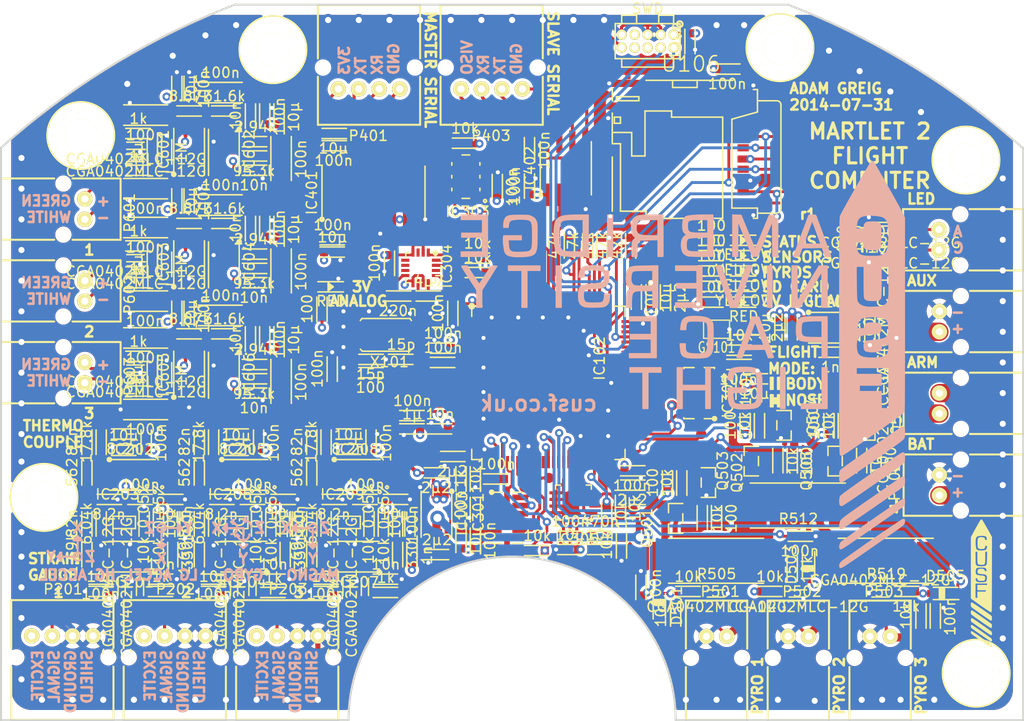
<source format=kicad_pcb>
(kicad_pcb (version 20221018) (generator pcbnew)
  (layers (0 "F.Cu" signal) (1 "In1.Cu" power) (2 "In2.Cu" power) (31 "B.Cu" signal) (34 "B.Paste" user) (35 "F.Paste" user) (36 "B.SilkS" user "B.Silkscreen") (37 "F.SilkS" user "F.Silkscreen") (38 "B.Mask" user) (39 "F.Mask" user) (44 "Edge.Cuts" user))
  (net 0 "")
  (net 1 "GND")
  (net 2 "/BAT_MON")
  (net 3 "+BATT")
  (net 4 "+3.3V")
  (net 5 "Net-(C105-Pad2)")
  (net 6 "Net-(C119-Pad1)")
  (net 7 "Net-(C120-Pad1)")
  (net 8 "Net-(C121-Pad1)")
  (net 9 "/nRST")
  (net 10 "Net-(C123-Pad1)")
  (net 11 "Net-(C201-Pad2)")
  (net 12 "Net-(C202-Pad1)")
  (net 13 "Net-(C202-Pad2)")
  (net 14 "/StrainGauges/STRAIN_1")
  (net 15 "Net-(C203-Pad2)")
  (net 16 "Net-(C207-Pad1)")
  (net 17 "Net-(C208-Pad1)")
  (net 18 "Net-(C214-Pad2)")
  (net 19 "Net-(C215-Pad1)")
  (net 20 "Net-(C215-Pad2)")
  (net 21 "/StrainGauges/STRAIN_2")
  (net 22 "Net-(C216-Pad2)")
  (net 23 "Net-(C220-Pad1)")
  (net 24 "Net-(C221-Pad1)")
  (net 25 "Net-(C227-Pad2)")
  (net 26 "Net-(C228-Pad1)")
  (net 27 "Net-(C228-Pad2)")
  (net 28 "/StrainGauges/STRAIN_3")
  (net 29 "Net-(C229-Pad2)")
  (net 30 "Net-(C233-Pad1)")
  (net 31 "Net-(C234-Pad1)")
  (net 32 "Net-(C311-Pad2)")
  (net 33 "Net-(C312-Pad1)")
  (net 34 "Net-(C312-Pad2)")
  (net 35 "Net-(C313-Pad1)")
  (net 36 "Net-(C314-Pad2)")
  (net 37 "Net-(C402-Pad1)")
  (net 38 "Net-(C402-Pad2)")
  (net 39 "Net-(C405-Pad2)")
  (net 40 "/IO/LED_C")
  (net 41 "Net-(C408-Pad1)")
  (net 42 "Net-(C408-Pad2)")
  (net 43 "/Pyros/PYRO_1_C")
  (net 44 "/Pyros/PYRO_2_C")
  (net 45 "/Pyros/PYRO_3_C")
  (net 46 "Net-(C603-Pad2)")
  (net 47 "Net-(C606-Pad1)")
  (net 48 "Net-(C606-Pad2)")
  (net 49 "/Thermocouples/THERMO_1")
  (net 50 "Net-(C607-Pad2)")
  (net 51 "Net-(C608-Pad2)")
  (net 52 "Net-(C609-Pad1)")
  (net 53 "Net-(C610-Pad1)")
  (net 54 "Net-(C614-Pad2)")
  (net 55 "Net-(C617-Pad1)")
  (net 56 "Net-(C617-Pad2)")
  (net 57 "/Thermocouples/THERMO_2")
  (net 58 "Net-(C618-Pad2)")
  (net 59 "Net-(C619-Pad2)")
  (net 60 "Net-(C620-Pad1)")
  (net 61 "Net-(C621-Pad1)")
  (net 62 "Net-(C625-Pad2)")
  (net 63 "Net-(C628-Pad1)")
  (net 64 "Net-(C628-Pad2)")
  (net 65 "/Thermocouples/THERMO_3")
  (net 66 "Net-(C629-Pad2)")
  (net 67 "Net-(C630-Pad2)")
  (net 68 "Net-(C631-Pad1)")
  (net 69 "Net-(C632-Pad1)")
  (net 70 "Net-(D202-Pad2)")
  (net 71 "Net-(D204-Pad2)")
  (net 72 "Net-(D206-Pad2)")
  (net 73 "Net-(D401-Pad1)")
  (net 74 "Net-(D402-Pad1)")
  (net 75 "Net-(D403-Pad1)")
  (net 76 "Net-(D404-Pad1)")
  (net 77 "Net-(D405-Pad1)")
  (net 78 "Net-(D502-Pad1)")
  (net 79 "Net-(D504-Pad1)")
  (net 80 "Net-(D506-Pad1)")
  (net 81 "Net-(D601-Pad1)")
  (net 82 "Net-(D602-Pad1)")
  (net 83 "Net-(D603-Pad1)")
  (net 84 "Net-(D604-Pad1)")
  (net 85 "Net-(D605-Pad1)")
  (net 86 "Net-(D606-Pad1)")
  (net 87 "/SJ1")
  (net 88 "Net-(IC102-Pad1)")
  (net 89 "Net-(IC102-Pad2)")
  (net 90 "Net-(IC102-Pad3)")
  (net 91 "/IO/LED_A")
  (net 92 "Net-(IC102-Pad13)")
  (net 93 "Net-(IC102-Pad15)")
  (net 94 "/IMU/HG_ACCEL_CS")
  (net 95 "/IMU/HG_ACCEL_SCK")
  (net 96 "/IMU/HG_ACCEL_MISO")
  (net 97 "/IMU/HG_ACCEL_MOSI")
  (net 98 "/IMU/HG_ACCEL_INT1")
  (net 99 "/IMU/HG_ACCEL_INT2")
  (net 100 "Net-(IC102-Pad35)")
  (net 101 "Net-(IC102-Pad36)")
  (net 102 "Net-(IC102-Pad37)")
  (net 103 "/Pyros/PYRO_1_F")
  (net 104 "/Pyros/PYRO_2_F")
  (net 105 "/Pyros/PYRO_3_F")
  (net 106 "/IMU/MAGNO_DRDY")
  (net 107 "/IMU/MAGNO_SCL")
  (net 108 "/IMU/MAGNO_SDA")
  (net 109 "/IMU/LG_ACCEL_CS")
  (net 110 "/IMU/LG_ACCEL_SCK")
  (net 111 "/IMU/LG_ACCEL_MISO")
  (net 112 "/IMU/LG_ACCEL_MOSI")
  (net 113 "/IMU/LG_ACCEL_INT1")
  (net 114 "/IMU/LG_ACCEL_INT2")
  (net 115 "Net-(IC102-Pad58)")
  (net 116 "/IO/LED_1")
  (net 117 "/IO/LED_2")
  (net 118 "/IO/LED_3")
  (net 119 "/IO/LED_4")
  (net 120 "/SD_DAT0")
  (net 121 "/SD_DAT1")
  (net 122 "Net-(IC102-Pad67)")
  (net 123 "/SWDIO")
  (net 124 "/SWCLK")
  (net 125 "Net-(IC102-Pad77)")
  (net 126 "/SD_DAT2")
  (net 127 "/SD_DAT3")
  (net 128 "/SD_CLK")
  (net 129 "Net-(IC102-Pad81)")
  (net 130 "/SD_CD")
  (net 131 "/SD_CMD")
  (net 132 "Net-(IC102-Pad84)")
  (net 133 "Net-(IC102-Pad85)")
  (net 134 "/IO/SER_OUT_2")
  (net 135 "/IO/SER_IN_2")
  (net 136 "/IMU/BARO_CS")
  (net 137 "/IMU/BARO_SCK")
  (net 138 "/IMU/BARO_MISO")
  (net 139 "/IMU/BARO_MOSI")
  (net 140 "/IO/SER_OUT_1")
  (net 141 "/IO/SER_IN_1")
  (net 142 "/IMU/GYRO_SCL")
  (net 143 "/IMU/GYRO_SDA")
  (net 144 "/IMU/GYRO_DRDY")
  (net 145 "/IMU/GYRO_INT1")
  (net 146 "Net-(IC201-Pad2)")
  (net 147 "Net-(IC201-Pad3)")
  (net 148 "Net-(IC201-Pad4)")
  (net 149 "Net-(IC201-Pad6)")
  (net 150 "Net-(IC201-Pad7)")
  (net 151 "Net-(IC204-Pad2)")
  (net 152 "Net-(IC204-Pad3)")
  (net 153 "Net-(IC204-Pad4)")
  (net 154 "Net-(IC204-Pad6)")
  (net 155 "Net-(IC204-Pad7)")
  (net 156 "Net-(IC207-Pad2)")
  (net 157 "Net-(IC207-Pad3)")
  (net 158 "Net-(IC207-Pad4)")
  (net 159 "Net-(IC207-Pad6)")
  (net 160 "Net-(IC207-Pad7)")
  (net 161 "Net-(IC301-Pad3)")
  (net 162 "Net-(IC301-Pad10)")
  (net 163 "Net-(IC301-Pad11)")
  (net 164 "Net-(IC302-Pad3)")
  (net 165 "Net-(IC302-Pad10)")
  (net 166 "Net-(IC302-Pad11)")
  (net 167 "Net-(IC304-Pad3)")
  (net 168 "Net-(IC304-Pad5)")
  (net 169 "Net-(IC304-Pad6)")
  (net 170 "Net-(IC304-Pad7)")
  (net 171 "Net-(IC304-Pad14)")
  (net 172 "Net-(IC401-Pad13)")
  (net 173 "Net-(IC401-Pad14)")
  (net 174 "Net-(IC401-Pad12)")
  (net 175 "Net-(IC402-Pad6)")
  (net 176 "Net-(IC402-Pad7)")
  (net 177 "Net-(IC601-Pad4)")
  (net 178 "Net-(IC601-Pad5)")
  (net 179 "Net-(IC603-Pad4)")
  (net 180 "Net-(IC603-Pad5)")
  (net 181 "Net-(IC605-Pad4)")
  (net 182 "Net-(IC605-Pad5)")
  (net 183 "Net-(P104-Pad6)")
  (net 184 "Net-(P104-Pad7)")
  (net 185 "Net-(P104-Pad8)")
  (net 186 "Net-(Q501-PadG)")
  (net 187 "Net-(Q502-PadG)")
  (net 188 "Net-(Q502-PadD)")
  (net 189 "Net-(Q501-PadD)")
  (net 190 "Net-(Q503-PadG)")
  (net 191 "Net-(Q504-PadG)")
  (net 192 "Net-(Q504-PadD)")
  (net 193 "Net-(Q503-PadD)")
  (net 194 "Net-(Q505-PadG)")
  (net 195 "Net-(Q506-PadG)")
  (net 196 "Net-(Q506-PadD)")
  (net 197 "Net-(Q505-PadD)")
  (net 198 "Net-(IC102-Pad98)")
  (net 199 "VAA")
  (net 200 "Net-(C125-Pad2)")
  (net 201 "Net-(IC102-Pad7)")
  (net 202 "Net-(IC102-Pad8)")
  (net 203 "Net-(IC102-Pad9)")
  (net 204 "Net-(IC102-Pad59)")
  (net 205 "Net-(IC102-Pad4)")
  (net 206 "Net-(IC102-Pad5)")
  (net 207 "Net-(IC102-Pad46)")
  (net 208 "Net-(IC102-Pad62)")
  (net 209 "Net-(IC102-Pad61)")
  (net 210 "Net-(P102-Pad2)")
  (net 211 "Net-(D408-Pad1)")
  (footprint "m2fc:C0603" (layer "F.Cu") (at 93.4 74.2)
    (fp_text reference "C101" hide)
    (fp_text value "2µ2")
  )
  (footprint "m2fc:C0603" (layer "F.Cu") (at 136.4 60.8 -90)
    (fp_text reference "C102" hide)
    (fp_text value "100n")
  )
  (footprint "m2fc:C0603" (layer "F.Cu") (at 117.4 32.8 -90)
    (fp_text reference "C103" hide)
    (fp_text value "100n")
  )
  (footprint "m2fc:C0603" (layer "F.Cu") (at 135 60.8 -90)
    (fp_text reference "C104" hide)
    (fp_text value "2µ2")
  )
  (footprint "m2fc:C0603" (layer "F.Cu") (at 130.4 64)
    (fp_text reference "C105" hide)
    (fp_text value "1n")
  )
  (footprint "m2fc:C0603" (layer "F.Cu") (at 127.4 60.8 -90)
    (fp_text reference "C106" hide)
    (fp_text value "2µ2")
  )
  (footprint "m2fc:C0603" (layer "F.Cu") (at 126.2 60.8 -90)
    (fp_text reference "C107" hide)
    (fp_text value "10µ")
  )
  (footprint "m2fc:C0603" (layer "F.Cu") (at 120.3 36.3)
    (fp_text reference "C108" hide)
    (fp_text value "100n")
  )
  (footprint "m2fc:C0603" (layer "F.Cu") (at 113.6 59.4 90)
    (fp_text reference "C109" hide)
    (fp_text value "10µ")
  )
  (footprint "m2fc:C0603" (layer "F.Cu") (at 112.15 59.4 90)
    (fp_text reference "C110" hide)
    (fp_text value "100n")
  )
  (footprint "m2fc:C0603" (layer "F.Cu") (at 94 65 180)
    (fp_text reference "C111" hide)
    (fp_text value "100n")
  )
  (footprint "m2fc:C0603" (layer "F.Cu") (at 94 63.6 180)
    (fp_text reference "C112" hide)
    (fp_text value "100n")
  )
  (footprint "m2fc:C0603" (layer "F.Cu") (at 91 70.2 180)
    (fp_text reference "C113" hide)
    (fp_text value "100n")
  )
  (footprint "m2fc:C0603" (layer "F.Cu") (at 99.2 76.4 180)
    (fp_text reference "C115" hide)
    (fp_text value "100n")
  )
  (footprint "m2fc:C0603" (layer "F.Cu") (at 94.2 59.4 -90)
    (fp_text reference "C116" hide)
    (fp_text value "100n")
  )
  (footprint "m2fc:C0603" (layer "F.Cu") (at 91 71.5 180)
    (fp_text reference "C117" hide)
    (fp_text value "1µ")
  )
  (footprint "m2fc:C0603" (layer "F.Cu") (at 93.7 71.5 180)
    (fp_text reference "C118" hide)
    (fp_text value "10n")
  )
  (footprint "m2fc:C0603" (layer "F.Cu") (at 115 59.4 90)
    (fp_text reference "C120" hide)
    (fp_text value "2µ2")
  )
  (footprint "m2fc:C0603" (layer "F.Cu") (at 89.9 64.7 180)
    (fp_text reference "C121" hide)
    (fp_text value "15p")
  )
  (footprint "m2fc:C0603" (layer "F.Cu") (at 85.4 64.7)
    (fp_text reference "C123" hide)
    (fp_text value "15p")
  )
  (footprint "m2fc:C0603" (layer "F.Cu") (at 66.4 86.2 180)
    (fp_text reference "C201" hide)
    (fp_text value "10n")
  )
  (footprint "m2fc:C0603" (layer "F.Cu") (at 58.4 80 -90)
    (fp_text reference "C202" hide)
    (fp_text value "82n")
  )
  (footprint "m2fc:C0603" (layer "F.Cu") (at 58.4 72 -90)
    (fp_text reference "C203" hide)
    (fp_text value "82n")
  )
  (footprint "m2fc:C0603" (layer "F.Cu") (at 68 80 -90)
    (fp_text reference "C204" hide)
    (fp_text value "10µ")
  )
  (footprint "m2fc:C0603" (layer "F.Cu") (at 60.6 87.4 180)
    (fp_text reference "C205" hide)
    (fp_text value "10µ")
  )
  (footprint "m2fc:C0603" (layer "F.Cu") (at 65.8 78.4)
    (fp_text reference "C206" hide)
    (fp_text value "10µ")
  )
  (footprint "m2fc:C0603" (layer "F.Cu") (at 59.8 78.4)
    (fp_text reference "C207" hide)
    (fp_text value "8.2n")
  )
  (footprint "m2fc:C0603" (layer "F.Cu") (at 61.2 72)
    (fp_text reference "C208" hide)
    (fp_text value "8.2n")
  )
  (footprint "m2fc:C0603" (layer "F.Cu") (at 66.8 81.6 90)
    (fp_text reference "C209" hide)
    (fp_text value "100n")
  )
  (footprint "m2fc:C0603" (layer "F.Cu") (at 59 86.2)
    (fp_text reference "C210" hide)
    (fp_text value "100n")
  )
  (footprint "m2fc:C0603" (layer "F.Cu") (at 64.4 78.4 180)
    (fp_text reference "C211" hide)
    (fp_text value "100n")
  )
  (footprint "m2fc:C0603" (layer "F.Cu") (at 64.2 73.6 90)
    (fp_text reference "C212" hide)
    (fp_text value "100n")
  )
  (footprint "m2fc:C0603" (layer "F.Cu") (at 62.8 73.6 180)
    (fp_text reference "C213" hide)
    (fp_text value "10µ")
  )
  (footprint "m2fc:C0603" (layer "F.Cu") (at 77.4 86.2 180)
    (fp_text reference "C214" hide)
    (fp_text value "10n")
  )
  (footprint "m2fc:C0603" (layer "F.Cu") (at 69.4 80 -90)
    (fp_text reference "C215" hide)
    (fp_text value "82n")
  )
  (footprint "m2fc:C0603" (layer "F.Cu") (at 69.4 72 -90)
    (fp_text reference "C216" hide)
    (fp_text value "82n")
  )
  (footprint "m2fc:C0603" (layer "F.Cu") (at 79 80 -90)
    (fp_text reference "C217" hide)
    (fp_text value "10µ")
  )
  (footprint "m2fc:C0603" (layer "F.Cu") (at 76.8 78.4)
    (fp_text reference "C219" hide)
    (fp_text value "10µ")
  )
  (footprint "m2fc:C0603" (layer "F.Cu") (at 70.8 78.4)
    (fp_text reference "C220" hide)
    (fp_text value "8.2n")
  )
  (footprint "m2fc:C0603" (layer "F.Cu") (at 72.2 72)
    (fp_text reference "C221" hide)
    (fp_text value "8.2n")
  )
  (footprint "m2fc:C0603" (layer "F.Cu") (at 77.8 81.6 90)
    (fp_text reference "C222" hide)
    (fp_text value "100n")
  )
  (footprint "m2fc:C0603" (layer "F.Cu") (at 70 86.2)
    (fp_text reference "C223" hide)
    (fp_text value "100n")
  )
  (footprint "m2fc:C0603" (layer "F.Cu") (at 75.4 78.4 180)
    (fp_text reference "C224" hide)
    (fp_text value "100n")
  )
  (footprint "m2fc:C0603" (layer "F.Cu") (at 75.2 73.6 90)
    (fp_text reference "C225" hide)
    (fp_text value "100n")
  )
  (footprint "m2fc:C0603" (layer "F.Cu") (at 73.8 73.6 180)
    (fp_text reference "C226" hide)
    (fp_text value "10µ")
  )
  (footprint "m2fc:C0603" (layer "F.Cu") (at 88.4 86.2 180)
    (fp_text reference "C227" hide)
    (fp_text value "10n")
  )
  (footprint "m2fc:C0603" (layer "F.Cu") (at 80.4 80 -90)
    (fp_text reference "C228" hide)
    (fp_text value "82n")
  )
  (footprint "m2fc:C0603" (layer "F.Cu") (at 80.4 72 -90)
    (fp_text reference "C229" hide)
    (fp_text value "82n")
  )
  (footprint "m2fc:C0603" (layer "F.Cu") (at 90 80 -90)
    (fp_text reference "C230" hide)
    (fp_text value "10µ")
  )
  (footprint "m2fc:C0603" (layer "F.Cu") (at 82.6 87.4 180)
    (fp_text reference "C231" hide)
    (fp_text value "10µ")
  )
  (footprint "m2fc:C0603" (layer "F.Cu") (at 87.8 78.4)
    (fp_text reference "C232" hide)
    (fp_text value "10µ")
  )
  (footprint "m2fc:C0603" (layer "F.Cu") (at 81.8 78.4)
    (fp_text reference "C233" hide)
    (fp_text value "8.2n")
  )
  (footprint "m2fc:C0603" (layer "F.Cu") (at 83.2 72)
    (fp_text reference "C234" hide)
    (fp_text value "8.2n")
  )
  (footprint "m2fc:C0603" (layer "F.Cu") (at 88.8 81.6 90)
    (fp_text reference "C235" hide)
    (fp_text value "100n")
  )
  (footprint "m2fc:C0603" (layer "F.Cu") (at 81 86.2)
    (fp_text reference "C236" hide)
    (fp_text value "100n")
  )
  (footprint "m2fc:C0603" (layer "F.Cu") (at 86.4 78.4 180)
    (fp_text reference "C237" hide)
    (fp_text value "100n")
  )
  (footprint "m2fc:C0603" (layer "F.Cu") (at 86.2 73.6 90)
    (fp_text reference "C238" hide)
    (fp_text value "100n")
  )
  (footprint "m2fc:C0603" (layer "F.Cu") (at 84.8 73.5 180)
    (fp_text reference "C239" hide)
    (fp_text value "10µ")
  )
  (footprint "m2fc:C0603" (layer "F.Cu") (at 96.4 78.6 -90)
    (fp_text reference "C301" hide)
    (fp_text value "100n")
  )
  (footprint "m2fc:C0603" (layer "F.Cu") (at 96.4 83.2 90)
    (fp_text reference "C302" hide)
    (fp_text value "100n")
  )
  (footprint "m2fc:C0603" (layer "F.Cu") (at 95 83.2 90)
    (fp_text reference "C303" hide)
    (fp_text value "10µ")
  )
  (footprint "m2fc:C0603" (layer "F.Cu") (at 98.55 48.6 90)
    (fp_text reference "C307" hide)
    (fp_text value "100n")
  )
  (footprint "m2fc:C0603" (layer "F.Cu") (at 88 54.5 -90)
    (fp_text reference "C308" hide)
    (fp_text value "100n")
  )
  (footprint "m2fc:C0603" (layer "F.Cu") (at 106.45 83.3 180)
    (fp_text reference "C309" hide)
    (fp_text value "10µ")
  )
  (footprint "m2fc:C0603" (layer "F.Cu") (at 106.45 82 180)
    (fp_text reference "C310" hide)
    (fp_text value "100n")
  )
  (footprint "m2fc:C0603" (layer "F.Cu") (at 109.35 83.3 180)
    (fp_text reference "C311" hide)
    (fp_text value "10n")
  )
  (footprint "m2fc:C0603" (layer "F.Cu") (at 88.1 58.5)
    (fp_text reference "C312" hide)
    (fp_text value "220n")
  )
  (footprint "m2fc:C0603" (layer "F.Cu") (at 109.35 82 180)
    (fp_text reference "C313" hide)
    (fp_text value "470n")
  )
  (footprint "m2fc:C0603" (layer "F.Cu") (at 92.6 58.5 180)
    (fp_text reference "C314" hide)
    (fp_text value "4µ7")
  )
  (footprint "m2fc:C0603" (layer "F.Cu") (at 83.2 54.2 180)
    (fp_text reference "C401" hide)
    (fp_text value "10µ")
  )
  (footprint "m2fc:C0603" (layer "F.Cu") (at 81.8 42.6)
    (fp_text reference "C402" hide)
    (fp_text value "10µ")
  )
  (footprint "m2fc:C0603" (layer "F.Cu") (at 83.2 53 180)
    (fp_text reference "C403" hide)
    (fp_text value "100n")
  )
  (footprint "m2fc:C0603" (layer "F.Cu") (at 81.8 43.8)
    (fp_text reference "C404" hide)
    (fp_text value "100n")
  )
  (footprint "m2fc:C0603" (layer "F.Cu") (at 135.8 50.8)
    (fp_text reference "C405" hide)
    (fp_text value "100n")
  )
  (footprint "m2fc:C0603" (layer "F.Cu") (at 101.7 46.95 -90)
    (fp_text reference "C406" hide)
    (fp_text value "100n")
  )
  (footprint "m2fc:C0603" (layer "F.Cu") (at 137.4 55.2 180)
    (fp_text reference "C407" hide)
    (fp_text value "100n")
  )
  (footprint "m2fc:C0603" (layer "F.Cu") (at 101.7 45 90)
    (fp_text reference "C408" hide)
    (fp_text value "100n")
  )
  (footprint "m2fc:C0603" (layer "F.Cu") (at 112.6 87.8 90)
    (fp_text reference "C501" hide)
    (fp_text value "100n")
  )
  (footprint "m2fc:C0603" (layer "F.Cu") (at 127.4 82)
    (fp_text reference "C502" hide)
    (fp_text value "100n")
  )
  (footprint "m2fc:C0603" (layer "F.Cu") (at 141.4 90.6 90)
    (fp_text reference "C503" hide)
    (fp_text value "100n")
  )
  (footprint "m2fc:C0603" (layer "F.Cu") (at 68.4 39 90)
    (fp_text reference "C601" hide)
    (fp_text value "100n")
  )
  (footprint "m2fc:C0603" (layer "F.Cu") (at 67.2 39 90)
    (fp_text reference "C602" hide)
    (fp_text value "10µ")
  )
  (footprint "m2fc:C1206" (layer "F.Cu") (at 62.6 40.8)
    (fp_text reference "C603" hide)
    (fp_text value "100n")
  )
  (footprint "m2fc:C0603" (layer "F.Cu") (at 75.8 41.7 90)
    (fp_text reference "C604" hide)
    (fp_text value "100n")
  )
  (footprint "m2fc:C0603" (layer "F.Cu") (at 77.2 41.7 90)
    (fp_text reference "C605" hide)
    (fp_text value "10µ")
  )
  (footprint "m2fc:C1206" (layer "F.Cu") (at 73 38.6 180)
    (fp_text reference "C606" hide)
    (fp_text value "100n")
  )
  (footprint "m2fc:C1206" (layer "F.Cu") (at 77.4 46.6 90)
    (fp_text reference "C607" hide)
    (fp_text value "100n")
  )
  (footprint "m2fc:C0603" (layer "F.Cu") (at 64.8 43.6 -90)
    (fp_text reference "C608" hide)
    (fp_text value "1µ")
  )
  (footprint "m2fc:C0603" (layer "F.Cu") (at 74.4 40.1 -90)
    (fp_text reference "C609" hide)
    (fp_text value "10n")
  )
  (footprint "m2fc:C0603" (layer "F.Cu") (at 74 46.2)
    (fp_text reference "C610" hide)
    (fp_text value "10n")
  )
  (footprint "m2fc:C1206" (layer "F.Cu") (at 62.6 48)
    (fp_text reference "C611" hide)
    (fp_text value "100n")
  )
  (footprint "m2fc:C0603" (layer "F.Cu") (at 68.4 50 90)
    (fp_text reference "C612" hide)
    (fp_text value "100n")
  )
  (footprint "m2fc:C1206" (layer "F.Cu") (at 62.6 51.8)
    (fp_text reference "C614" hide)
    (fp_text value "100n")
  )
  (footprint "m2fc:C0603" (layer "F.Cu") (at 75.8 52.7 90)
    (fp_text reference "C615" hide)
    (fp_text value "100n")
  )
  (footprint "m2fc:C0603" (layer "F.Cu") (at 77.2 52.7 90)
    (fp_text reference "C616" hide)
    (fp_text value "10µ")
  )
  (footprint "m2fc:C1206" (layer "F.Cu") (at 73 49.6 180)
    (fp_text reference "C617" hide)
    (fp_text value "100n")
  )
  (footprint "m2fc:C1206" (layer "F.Cu") (at 77.4 57.6 90)
    (fp_text reference "C618" hide)
    (fp_text value "100n")
  )
  (footprint "m2fc:C0603" (layer "F.Cu") (at 64.8 54.6 -90)
    (fp_text reference "C619" hide)
    (fp_text value "1µ")
  )
  (footprint "m2fc:C0603" (layer "F.Cu") (at 74.4 51.1 -90)
    (fp_text reference "C620" hide)
    (fp_text value "10n")
  )
  (footprint "m2fc:C0603" (layer "F.Cu") (at 74 57.2)
    (fp_text reference "C621" hide)
    (fp_text value "10n")
  )
  (footprint "m2fc:C1206" (layer "F.Cu") (at 62.6 59)
    (fp_text reference "C622" hide)
    (fp_text value "100n")
  )
  (footprint "m2fc:C0603" (layer "F.Cu") (at 68.4 61 90)
    (fp_text reference "C623" hide)
    (fp_text value "100n")
  )
  (footprint "m2fc:C0603" (layer "F.Cu") (at 67.2 61 90)
    (fp_text reference "C624" hide)
    (fp_text value "10µ")
  )
  (footprint "m2fc:C1206" (layer "F.Cu") (at 62.6 62.6)
    (fp_text reference "C625" hide)
    (fp_text value "100n")
  )
  (footprint "m2fc:C0603" (layer "F.Cu") (at 75.8 63.5 90)
    (fp_text reference "C626" hide)
    (fp_text value "100n")
  )
  (footprint "m2fc:C0603" (layer "F.Cu") (at 77.2 63.5 90)
    (fp_text reference "C627" hide)
    (fp_text value "10µ")
  )
  (footprint "m2fc:C1206" (layer "F.Cu") (at 73 60.4 180)
    (fp_text reference "C628" hide)
    (fp_text value "100n")
  )
  (footprint "m2fc:C1206" (layer "F.Cu") (at 77.4 68.4 90)
    (fp_text reference "C629" hide)
    (fp_text value "100n")
  )
  (footprint "m2fc:C0603" (layer "F.Cu") (at 64.8 65.4 -90)
    (fp_text reference "C630" hide)
    (fp_text value "1µ")
  )
  (footprint "m2fc:C0603" (layer "F.Cu") (at 74.4 61.9 -90)
    (fp_text reference "C631" hide)
    (fp_text value "10n")
  )
  (footprint "m2fc:C0603" (layer "F.Cu") (at 74 68)
    (fp_text reference "C632" hide)
    (fp_text value "10n")
  )
  (footprint "m2fc:C1206" (layer "F.Cu") (at 62.6 69.6)
    (fp_text reference "C633" hide)
    (fp_text value "100n")
  )
  (footprint "m2fc:R0402" (layer "F.Cu") (at 137.6 70.4 -90)
    (fp_text reference "D101" hide)
    (fp_text value "CGA0402MLC-12G")
  )
  (footprint "m2fc:R0402" (layer "F.Cu") (at 137.6 60.8 -90)
    (fp_text reference "D102" hide)
    (fp_text value "CGA0402MLC-12G")
  )
  (footprint "m2fc:R0402" (layer "F.Cu") (at 61.8 86.4 -90)
    (fp_text reference "D201" hide)
    (fp_text value "CGA0402MLC-12G")
  )
  (footprint "m2fc:R0402" (layer "F.Cu") (at 63.6 86.4 -90)
    (fp_text reference "D202" hide)
    (fp_text value "CGA0402MLC-12G")
  )
  (footprint "m2fc:R0402" (layer "F.Cu") (at 72.8 86.4 -90)
    (fp_text reference "D203" hide)
    (fp_text value "CGA0402MLC-12G")
  )
  (footprint "m2fc:R0402" (layer "F.Cu") (at 74.6 86.4 -90)
    (fp_text reference "D204" hide)
    (fp_text value "CGA0402MLC-12G")
  )
  (footprint "m2fc:R0402" (layer "F.Cu") (at 83.8 86.4 -90)
    (fp_text reference "D205" hide)
    (fp_text value "CGA0402MLC-12G")
  )
  (footprint "m2fc:R0402" (layer "F.Cu") (at 85.6 86.4 -90)
    (fp_text reference "D206" hide)
    (fp_text value "CGA0402MLC-12G")
  )
  (footprint "m2fc:LED0603" (layer "F.Cu") (at 121.75 57.55)
    (fp_text reference "D402" hide)
    (fp_text value "YELLOW")
  )
  (footprint "m2fc:LED0603" (layer "F.Cu") (at 121.75 56.05)
    (fp_text reference "D403" hide)
    (fp_text value "YELLOW")
  )
  (footprint "m2fc:LED0603" (layer "F.Cu") (at 121.75 54.55)
    (fp_text reference "D404" hide)
    (fp_text value "YELLOW")
  )
  (footprint "m2fc:LED0603" (layer "F.Cu") (at 121.75 53.05)
    (fp_text reference "D405" hide)
    (fp_text value "YELLOW")
  )
  (footprint "m2fc:R0402" (layer "F.Cu") (at 136.4 52)
    (fp_text reference "D406" hide)
    (fp_text value "CGA0402MLC-12G")
  )
  (footprint "m2fc:R0402" (layer "F.Cu") (at 136.4 54)
    (fp_text reference "D407" hide)
    (fp_text value "CGA0402MLC-12G")
  )
  (footprint "m2fc:SOD323" (layer "F.Cu") (at 114.4 87.6 -90)
    (fp_text reference "D501")
    (fp_text value "DIODESCH" hide)
  )
  (footprint "m2fc:SOD323" (layer "F.Cu") (at 129 86 90)
    (fp_text reference "D503")
    (fp_text value "DIODESCH" hide)
  )
  (footprint "m2fc:R0402" (layer "F.Cu") (at 127.4 87.6)
    (fp_text reference "D504" hide)
    (fp_text value "CGA0402MLC-12G")
  )
  (footprint "m2fc:SOD323" (layer "F.Cu") (at 141.2 87.6)
    (fp_text reference "D505")
    (fp_text value "DIODESCH" hide)
  )
  (footprint "m2fc:R0402" (layer "F.Cu") (at 136.6 87.6 180)
    (fp_text reference "D506" hide)
    (fp_text value "CGA0402MLC-12G")
  )
  (footprint "m2fc:R0402" (layer "F.Cu") (at 62.6 54.8)
    (fp_text reference "D603" hide)
    (fp_text value "CGA0402MLC-12G")
  )
  (footprint "m2fc:R0402" (layer "F.Cu") (at 62.6 56)
    (fp_text reference "D604" hide)
    (fp_text value "CGA0402MLC-12G")
  )
  (footprint "m2fc:R0402" (layer "F.Cu") (at 62.6 65.6)
    (fp_text reference "D605" hide)
    (fp_text value "CGA0402MLC-12G")
  )
  (footprint "m2fc:R0402" (layer "F.Cu") (at 62.6 66.6)
    (fp_text reference "D606" hide)
    (fp_text value "CGA0402MLC-12G")
  )
  (footprint "Connect:GS2" (layer "F.Cu") (at 120 61.75 -90)
    (fp_text reference "GS101")
    (fp_text value "GS2" hide)
  )
  (footprint "m2fc:MSOP8" (layer "F.Cu") (at 129 60.6)
    (fp_text reference "IC101")
    (fp_text value "ADP3335" hide)
  )
  (footprint "m2fc:LQFP100" (layer "F.Cu") (at 95.8 61 -90)
    (fp_text reference "IC102")
    (fp_text value "STM32F405VGT" hide)
  )
  (footprint "m2fc:MSOP8" (layer "F.Cu") (at 65 85 180)
    (fp_text reference "IC201")
    (fp_text value "AD8226" hide)
  )
  (footprint "m2fc:MSOP8" (layer "F.Cu") (at 60.6 75)
    (fp_text reference "IC202")
    (fp_text value "AD8656" hide)
  )
  (footprint "m2fc:SC-70-5" (layer "F.Cu") (at 61.4 81.6)
    (fp_text reference "IC203")
    (fp_text value "AD8541" hide)
  )
  (footprint "m2fc:MSOP8" (layer "F.Cu") (at 76 85 180)
    (fp_text reference "IC204")
    (fp_text value "AD8226" hide)
  )
  (footprint "m2fc:SC-70-5" (layer "F.Cu") (at 72.4 81.6)
    (fp_text reference "IC206")
    (fp_text value "AD8541" hide)
  )
  (footprint "m2fc:MSOP8" (layer "F.Cu") (at 87 85 180)
    (fp_text reference "IC207")
    (fp_text value "AD8226" hide)
  )
  (footprint "m2fc:MSOP8" (layer "F.Cu") (at 82.6 75)
    (fp_text reference "IC208")
    (fp_text value "AD8656" hide)
  )
  (footprint "m2fc:SC-70-5" (layer "F.Cu") (at 83.4 81.6)
    (fp_text reference "IC209")
    (fp_text value "AD8541" hide)
  )
  (footprint "m2fc:ADXL3x5" (layer "F.Cu") (at 98.4 78.2)
    (fp_text reference "IC301")
    (fp_text value "ADXL375" hide)
  )
  (footprint "m2fc:MS5611-01BA" (layer "F.Cu") (at 96.6 48.7 180)
    (fp_text reference "IC303")
    (fp_text value "MS5611-01BA03" hide)
  )
  (footprint "m2fc:HMC5883L" (layer "F.Cu") (at 91.8 54.5 -90)
    (fp_text reference "IC304")
    (fp_text value "HMC5883L" hide)
  )
  (footprint "m2fc:L3G4200D" (layer "F.Cu") (at 107.75 79.7 180)
    (fp_text reference "IC305")
    (fp_text value "L3G4200D" hide)
  )
  (footprint "m2fc:SOIC16" (layer "F.Cu") (at 82 51 90)
    (fp_text reference "IC401")
    (fp_text value "ADuM5201" hide)
  )
  (footprint "m2fc:SOIC8" (layer "F.Cu") (at 103.35 48.6 90)
    (fp_text reference "IC402")
    (fp_text value "ADuM1201" hide)
  )
  (footprint "m2fc:MSOP8" (layer "F.Cu") (at 67.4 46.6 90)
    (fp_text reference "IC601")
    (fp_text value "AD8495" hide)
  )
  (footprint "m2fc:MSOP8" (layer "F.Cu") (at 72.8 42.2 -90)
    (fp_text reference "IC602")
    (fp_text value "AD8656" hide)
  )
  (footprint "m2fc:MSOP8" (layer "F.Cu") (at 67.4 57.6 90)
    (fp_text reference "IC603")
    (fp_text value "AD8495" hide)
  )
  (footprint "m2fc:MSOP8" (layer "F.Cu") (at 72.8 53.2 -90)
    (fp_text reference "IC604")
    (fp_text value "AD8656" hide)
  )
  (footprint "m2fc:MSOP8" (layer "F.Cu") (at 67.4 68.4 90)
    (fp_text reference "IC605")
    (fp_text value "AD8495" hide)
  )
  (footprint "m2fc:MSOP8" (layer "F.Cu") (at 72.8 64 -90)
    (fp_text reference "IC606")
    (fp_text value "AD8656" hide)
  )
  (footprint "m2fc:S02B-PASK-2" (layer "F.Cu") (at 141.8 60 -90)
    (fp_text reference "P101")
    (fp_text value "CONN_2" hide)
  )
  (footprint "m2fc:FTSH-105-01-F-D-K" (layer "F.Cu") (at 115.8 34.2 180)
    (fp_text reference "P104" hide)
    (fp_text value "SWD")
  )
  (footprint "m2fc:S04B-PASK-2" (layer "F.Cu") (at 59 91.75 180)
    (fp_text reference "P201")
    (fp_text value "CONN_4" hide)
  )
  (footprint "m2fc:S04B-PASK-2" (layer "F.Cu") (at 70 91.75 180)
    (fp_text reference "P202")
    (fp_text value "CONN_4" hide)
  )
  (footprint "m2fc:S04B-PASK-2" (layer "F.Cu") (at 81 91.75 180)
    (fp_text reference "P203")
    (fp_text value "CONN_4" hide)
  )
  (footprint "m2fc:S02B-PASK-2" (layer "F.Cu") (at 141.75 52 -90)
    (fp_text reference "P402")
    (fp_text value "CONN_2" hide)
  )
  (footprint "m2fc:S04B-PASK-2" (layer "F.Cu") (at 95 38.25)
    (fp_text reference "P403")
    (fp_text value "CONN_4" hide)
  )
  (footprint "m2fc:S02B-PASK-2" (layer "F.Cu") (at 137 91.8 180)
    (fp_text reference "P503")
    (fp_text value "CONN_2" hide)
  )
  (footprint "m2fc:R0603" (layer "F.Cu") (at 95 77.2 90)
    (fp_text reference "R101" hide)
    (fp_text value "10k")
  )
  (footprint "m2fc:R0603" (layer "F.Cu") (at 96.4 75.6 -90)
    (fp_text reference "R102" hide)
    (fp_text value "1k")
  )
  (footprint "m2fc:R0603" (layer "F.Cu") (at 108.8 52.8 -90)
    (fp_text reference "R105" hide)
    (fp_text value "47k")
  )
  (footprint "m2fc:R0603" (layer "F.Cu") (at 107.4 52.8 -90)
    (fp_text reference "R106" hide)
    (fp_text value "47k")
  )
  (footprint "m2fc:R0603" (layer "F.Cu") (at 85.4 66)
    (fp_text reference "R108" hide)
    (fp_text value "100")
  )
  (footprint "m2fc:R0603" (layer "F.Cu") (at 66.4 87.4 180)
    (fp_text reference "R201" hide)
    (fp_text value "1k")
  )
  (footprint "m2fc:R0603" (layer "F.Cu") (at 65.4 80 -90)
    (fp_text reference "R202" hide)
    (fp_text value "10k 0.05%")
  )
  (footprint "m2fc:R0603" (layer "F.Cu") (at 66.8 84.6 90)
    (fp_text reference "R203" hide)
    (fp_text value "330")
  )
  (footprint "m2fc:R0603" (layer "F.Cu") (at 58.4 83 -90)
    (fp_text reference "R204" hide)
    (fp_text value "1.69k")
  )
  (footprint "m2fc:R0603" (layer "F.Cu") (at 59.8 80 -90)
    (fp_text reference "R205" hide)
    (fp_text value "6.04k")
  )
  (footprint "m2fc:R0603" (layer "F.Cu") (at 58.4 75 -90)
    (fp_text reference "R206" hide)
    (fp_text value "562")
  )
  (footprint "m2fc:R0603" (layer "F.Cu") (at 59.8 72 -90)
    (fp_text reference "R207" hide)
    (fp_text value "17.8k")
  )
  (footprint "m2fc:R0603" (layer "F.Cu") (at 64 81.6 90)
    (fp_text reference "R208" hide)
    (fp_text value "10k 0.05%")
  )
  (footprint "m2fc:R0603" (layer "F.Cu") (at 77.4 87.5 180)
    (fp_text reference "R209" hide)
    (fp_text value "1k")
  )
  (footprint "m2fc:R0603" (layer "F.Cu") (at 76.4 80 -90)
    (fp_text reference "R210" hide)
    (fp_text value "10k 0.05%")
  )
  (footprint "m2fc:R0603" (layer "F.Cu") (at 77.8 84.6 90)
    (fp_text reference "R211" hide)
    (fp_text value "330")
  )
  (footprint "m2fc:R0603" (layer "F.Cu") (at 69.4 83 -90)
    (fp_text reference "R212" hide)
    (fp_text value "1.69k")
  )
  (footprint "m2fc:R0603" (layer "F.Cu") (at 70.8 80 -90)
    (fp_text reference "R213" hide)
    (fp_text value "6.04k")
  )
  (footprint "m2fc:R0603" (layer "F.Cu") (at 69.4 75 -90)
    (fp_text reference "R214" hide)
    (fp_text value "562")
  )
  (footprint "m2fc:R0603" (layer "F.Cu") (at 70.8 72 -90)
    (fp_text reference "R215" hide)
    (fp_text value "17.8k")
  )
  (footprint "m2fc:R0603" (layer "F.Cu") (at 88.4 87.5 180)
    (fp_text reference "R217" hide)
    (fp_text value "1k")
  )
  (footprint "m2fc:R0603" (layer "F.Cu") (at 87.4 80 -90)
    (fp_text reference "R218" hide)
    (fp_text value "10k 0.05%")
  )
  (footprint "m2fc:R0603" (layer "F.Cu") (at 88.8 84.6 90)
    (fp_text reference "R219" hide)
    (fp_text value "330")
  )
  (footprint "m2fc:R0603" (layer "F.Cu") (at 80.4 83 -90)
    (fp_text reference "R220" hide)
    (fp_text value "1.69k")
  )
  (footprint "m2fc:R0603" (layer "F.Cu") (at 81.8 80 -90)
    (fp_text reference "R221" hide)
    (fp_text value "6.04k")
  )
  (footprint "m2fc:R0603" (layer "F.Cu") (at 80.4 75 -90)
    (fp_text reference "R222" hide)
    (fp_text value "562")
  )
  (footprint "m2fc:R0603" (layer "F.Cu") (at 81.8 72 -90)
    (fp_text reference "R223" hide)
    (fp_text value "17.8k")
  )
  (footprint "m2fc:R0603" (layer "F.Cu") (at 103.2 83.4 180)
    (fp_text reference "R301" hide)
    (fp_text value "10k")
  )
  (footprint "m2fc:R0603" (layer "F.Cu") (at 97.4 56.2 180)
    (fp_text reference "R304" hide)
    (fp_text value "10k")
  )
  (footprint "m2fc:R0603" (layer "F.Cu") (at 97.4 54.8 180)
    (fp_text reference "R306" hide)
    (fp_text value "10k")
  )
  (footprint "m2fc:R0603" (layer "F.Cu") (at 96.15 43.55 180)
    (fp_text reference "R307" hide)
    (fp_text value "10k")
  )
  (footprint "m2fc:R0603" (layer "F.Cu") (at 110.7 82.15 -90)
    (fp_text reference "R308" hide)
    (fp_text value "10k")
  )
  (footprint "m2fc:R0603" (layer "F.Cu") (at 120.25 59.1 180)
    (fp_text reference "R401" hide)
    (fp_text value "100")
  )
  (footprint "m2fc:R0603" (layer "F.Cu") (at 120.25 57.55 180)
    (fp_text reference "R402" hide)
    (fp_text value "100")
  )
  (footprint "m2fc:R0603" (layer "F.Cu") (at 120.25 56.05 180)
    (fp_text reference "R403" hide)
    (fp_text value "100")
  )
  (footprint "m2fc:R0603" (layer "F.Cu") (at 120.25 54.55 180)
    (fp_text reference "R404" hide)
    (fp_text value "100")
  )
  (footprint "m2fc:R0603" (layer "F.Cu") (at 120.25 53.05 180)
    (fp_text reference "R405" hide)
    (fp_text value "100")
  )
  (footprint "m2fc:R0603" (layer "F.Cu") (at 135.2 52.2 -90)
    (fp_text reference "R406" hide)
    (fp_text value "100")
  )
  (footprint "m2fc:R0603" (layer "F.Cu") (at 133.8 52.2 -90)
    (fp_text reference "R407" hide)
    (fp_text value "100")
  )
  (footprint "m2fc:R0603" (layer "F.Cu") (at 118.6 81 90)
    (fp_text reference "R501" hide)
    (fp_text value "10k")
  )
  (footprint "m2fc:R0603" (layer "F.Cu") (at 115.2 76 -90)
    (fp_text reference "R502" hide)
    (fp_text value "100")
  )
  (footprint "m2fc:R0603" (layer "F.Cu") (at 120 81 90)
    (fp_text reference "R503" hide)
    (fp_text value "100")
  )
  (footprint "m2fc:R0603" (layer "F.Cu") (at 116.6 76 -90)
    (fp_text reference "R504" hide)
    (fp_text value "10k")
  )
  (footprint "m2fc:PWR4318" (layer "F.Cu") (at 124.6 84.4 180)
    (fp_text reference "R505")
    (fp_text value "5" hide)
  )
  (footprint "m2fc:R0603" (layer "F.Cu") (at 118 87.4 180)
    (fp_text reference "R506" hide)
    (fp_text value "10k")
  )
  (footprint "m2fc:R0603" (layer "F.Cu") (at 116 88.8 -90)
    (fp_text reference "R507" hide)
    (fp_text value "10k")
  )
  (footprint "m2fc:R0603" (layer "F.Cu") (at 126 75.4 90)
    (fp_text reference "R508" hide)
    (fp_text value "10k")
  )
  (footprint "m2fc:R0603" (layer "F.Cu") (at 122.8 70.4 -90)
    (fp_text reference "R509" hide)
    (fp_text value "100")
  )
  (footprint "m2fc:R0603" (layer "F.Cu") (at 127.4 75.4 90)
    (fp_text reference "R510" hide)
    (fp_text value "100")
  )
  (footprint "m2fc:R0603" (layer "F.Cu") (at 124.2 70.4 -90)
    (fp_text reference "R511" hide)
    (fp_text value "10k")
  )
  (footprint "m2fc:PWR4318" (layer "F.Cu") (at 132.6 79 180)
    (fp_text reference "R512")
    (fp_text value "5" hide)
  )
  (footprint "m2fc:R0603" (layer "F.Cu") (at 126 87.4 180)
    (fp_text reference "R513" hide)
    (fp_text value "10k")
  )
  (footprint "m2fc:R0603" (layer "F.Cu") (at 127.4 86 90)
    (fp_text reference "R514" hide)
    (fp_text value "10k")
  )
  (footprint "m2fc:R0603" (layer "F.Cu") (at 134.2 75.4 90)
    (fp_text reference "R515" hide)
    (fp_text value "10k")
  )
  (footprint "m2fc:R0603" (layer "F.Cu") (at 131 70.4 -90)
    (fp_text reference "R516" hide)
    (fp_text value "100")
  )
  (footprint "m2fc:R0603" (layer "F.Cu") (at 135.6 75.4 90)
    (fp_text reference "R517" hide)
    (fp_text value "100")
  )
  (footprint "m2fc:R0603" (layer "F.Cu") (at 132.4 70.4 -90)
    (fp_text reference "R518" hide)
    (fp_text value "10k")
  )
  (footprint "m2fc:PWR4318" (layer "F.Cu") (at 141.2 84.4 180)
    (fp_text reference "R519")
    (fp_text value "5" hide)
  )
  (footprint "m2fc:R0603" (layer "F.Cu") (at 137.8 87.4)
    (fp_text reference "R520" hide)
    (fp_text value "10k")
  )
  (footprint "m2fc:R0603" (layer "F.Cu") (at 140 89 -90)
    (fp_text reference "R521" hide)
    (fp_text value "10k")
  )
  (footprint "m2fc:R0603" (layer "F.Cu") (at 64.2 42.6 180)
    (fp_text reference "R601" hide)
    (fp_text value "1k")
  )
  (footprint "m2fc:R0603" (layer "F.Cu") (at 69.2 40.4 180)
    (fp_text reference "R602" hide)
    (fp_text value "8.87k")
  )
  (footprint "m2fc:R0603" (layer "F.Cu") (at 72.6 40.4 180)
    (fp_text reference "R603" hide)
    (fp_text value "31.6k")
  )
  (footprint "m2fc:R0603" (layer "F.Cu") (at 75.6 43.4 180)
    (fp_text reference "R604" hide)
    (fp_text value "2.94k")
  )
  (footprint "m2fc:R0603" (layer "F.Cu") (at 74 44.8)
    (fp_text reference "R605" hide)
    (fp_text value "95.3k")
  )
  (footprint "m2fc:R0603" (layer "F.Cu") (at 64.2 46.2 180)
    (fp_text reference "R606" hide)
    (fp_text value "1k")
  )
  (footprint "m2fc:R0603" (layer "F.Cu") (at 66.2 45.2 90)
    (fp_text reference "R607" hide)
    (fp_text value "1M")
  )
  (footprint "m2fc:R0603" (layer "F.Cu") (at 64.2 53.6 180)
    (fp_text reference "R608" hide)
    (fp_text value "1k")
  )
  (footprint "m2fc:R0603" (layer "F.Cu") (at 69.2 51.4 180)
    (fp_text reference "R609" hide)
    (fp_text value "8.87k")
  )
  (footprint "m2fc:R0603" (layer "F.Cu") (at 72.6 51.4 180)
    (fp_text reference "R610" hide)
    (fp_text value "31.6k")
  )
  (footprint "m2fc:R0603" (layer "F.Cu") (at 75.6 54.4 180)
    (fp_text reference "R611" hide)
    (fp_text value "2.94k")
  )
  (footprint "m2fc:R0603" (layer "F.Cu") (at 74 55.8)
    (fp_text reference "R612" hide)
    (fp_text value "95.3k")
  )
  (footprint "m2fc:R0603" (layer "F.Cu") (at 64.2 57.2 180)
    (fp_text reference "R613" hide)
    (fp_text value "1k")
  )
  (footprint "m2fc:R0603" (layer "F.Cu") (at 64.2 64.4 180)
    (fp_text reference "R615" hide)
    (fp_text value "1k")
  )
  (footprint "m2fc:R0603" (layer "F.Cu") (at 69.2 62.2 180)
    (fp_text reference "R616" hide)
    (fp_text value "8.87k")
  )
  (footprint "m2fc:R0603" (layer "F.Cu") (at 72.6 62.2 180)
    (fp_text reference "R617" hide)
    (fp_text value "31.6k")
  )
  (footprint "m2fc:R0603" (layer "F.Cu") (at 75.6 65.2 180)
    (fp_text reference "R618" hide)
    (fp_text value "2.94k")
  )
  (footprint "m2fc:R0603" (layer "F.Cu") (at 74 66.6)
    (fp_text reference "R619" hide)
    (fp_text value "95.3k")
  )
  (footprint "m2fc:R0603" (layer "F.Cu") (at 64.2 67.8 180)
    (fp_text reference "R620" hide)
    (fp_text value "1k")
  )
  (footprint "m2fc:R0603" (layer "F.Cu") (at 66.2 67 90)
    (fp_text reference "R621" hide)
    (fp_text value "1M")
  )
  (footprint "m2fc:TESTPAD" (layer "F.Cu") (at 95.6 75)
    (fp_text reference "TP101" hide)
    (fp_text value "TESTPAD" hide)
  )
  (footprint "m2fc:TESTPAD" (layer "F.Cu") (at 130.4 65.4)
    (fp_text reference "TP102" hide)
    (fp_text value "TESTPAD" hide)
  )
  (footprint "m2fc:TESTPAD" (layer "F.Cu") (at 141.8 73.3)
    (fp_text reference "TP103" hide)
    (fp_text value "TESTPAD" hide)
  )
  (footprint "m2fc:TESTPAD" (layer "F.Cu") (at 136.4 59.4)
    (fp_text reference "TP104" hide)
    (fp_text value "TESTPAD" hide)
  )
  (footprint "m2fc:TESTPAD" (layer "F.Cu") (at 128 48.3)
    (fp_text reference "TP105" hide)
    (fp_text value "TESTPAD" hide)
  )
  (footprint "m2fc:TESTPAD" (layer "F.Cu") (at 127.3 49.4)
    (fp_text reference "TP106" hide)
    (fp_text value "TESTPAD" hide)
  )
  (footprint "m2fc:TESTPAD" (layer "F.Cu") (at 128 41.8)
    (fp_text reference "TP107" hide)
    (fp_text value "TESTPAD" hide)
  )
  (footprint "m2fc:TESTPAD" (layer "F.Cu") (at 127.3 42.9)
    (fp_text reference "TP108" hide)
    (fp_text value "TESTPAD" hide)
  )
  (footprint "m2fc:TESTPAD" (layer "F.Cu") (at 128 44)
    (fp_text reference "TP109" hide)
    (fp_text value "TESTPAD" hide)
  )
  (footprint "m2fc:TESTPAD" (layer "F.Cu") (at 128 46.1)
    (fp_text reference "TP110" hide)
    (fp_text value "TESTPAD" hide)
  )
  (footprint "m2fc:TESTPAD" (layer "F.Cu") (at 66.6 76)
    (fp_text reference "TP201" hide)
    (fp_text value "TESTPAD" hide)
  )
  (footprint "m2fc:TESTPAD" (layer "F.Cu") (at 77.6 76)
    (fp_text reference "TP202" hide)
    (fp_text value "TESTPAD" hide)
  )
  (footprint "m2fc:TESTPAD" (layer "F.Cu") (at 88.6 76)
    (fp_text reference "TP203" hide)
    (fp_text value "TESTPAD" hide)
  )
  (footprint "m2fc:TESTPAD" (layer "F.Cu") (at 103.6 76.3)
    (fp_text reference "TP301" hide)
    (fp_text value "TESTPAD" hide)
  )
  (footprint "m2fc:TESTPAD" (layer "F.Cu") (at 115.35 67.95)
    (fp_text reference "TP304" hide)
    (fp_text value "TESTPAD" hide)
  )
  (footprint "m2fc:TESTPAD" (layer "F.Cu") (at 99.5 83.3)
    (fp_text reference "TP305" hide)
    (fp_text value "TESTPAD" hide)
  )
  (footprint "m2fc:TESTPAD" (layer "F.Cu") (at 119.8 63.6)
    (fp_text reference "TP306" hide)
    (fp_text value "TESTPAD" hide)
  )
  (footprint "m2fc:TESTPAD" (layer "F.Cu") (at 115.65 69.2)
    (fp_text reference "TP308" hide)
    (fp_text value "TESTPAD" hide)
  )
  (footprint "m2fc:TESTPAD" (layer "F.Cu") (at 101.2 77.2)
    (fp_text reference "TP309" hide)
    (fp_text value "TESTPAD" hide)
  )
  (footprint "m2fc:TESTPAD" (layer "F.Cu") (at 117.2 70.6)
    (fp_text reference "TP310" hide)
    (fp_text value "TESTPAD" hide)
  )
  (footprint "m2fc:TESTPAD" (layer "F.Cu") (at 118.5 72)
    (fp_text reference "TP312" hide)
    (fp_text value "TESTPAD" hide)
  )
  (footprint "m2fc:TESTPAD" (layer "F.Cu") (at 111.8 79.4)
    (fp_text reference "TP313" hide)
    (fp_text value "TESTPAD" hide)
  )
  (footprint "m2fc:TESTPAD" (layer "F.Cu") (at 95.8 54.2)
    (fp_text reference "TP314" hide)
    (fp_text value "TESTPAD" hide)
  )
  (footprint "m2fc:TESTPAD" (layer "F.Cu") (at 111.8 78.2)
    (fp_text reference "TP315" hide)
    (fp_text value "TESTPAD" hide)
  )
  (footprint "m2fc:TESTPAD" (layer "F.Cu") (at 95.8 56.8)
    (fp_text reference "TP316" hide)
    (fp_text value "TESTPAD" hide)
  )
  (footprint "m2fc:TESTPAD" (layer "F.Cu") (at 92.8 48.8)
    (fp_text reference "TP317" hide)
    (fp_text value "TESTPAD" hide)
  )
  (footprint "m2fc:TESTPAD" (layer "F.Cu") (at 92.8 47.6)
    (fp_text reference "TP318" hide)
    (fp_text value "TESTPAD" hide)
  )
  (footprint "m2fc:TESTPAD" (layer "F.Cu") (at 92.8 46.2)
    (fp_text reference "TP319" hide)
    (fp_text value "TESTPAD" hide)
  )
  (footprint "m2fc:TESTPAD" (layer "F.Cu") (at 94.8 58)
    (fp_text reference "TP320" hide)
    (fp_text value "TESTPAD" hide)
  )
  (footprint "m2fc:TESTPAD" (layer "F.Cu") (at 93 43.6)
    (fp_text reference "TP321" hide)
    (fp_text value "TESTPAD" hide)
  )
  (footprint "m2fc:TESTPAD" (layer "F.Cu") (at 84.6 53)
    (fp_text reference "TP401" hide)
    (fp_text value "TESTPAD" hide)
  )
  (footprint "m2fc:TESTPAD" (layer "F.Cu") (at 85.8 53)
    (fp_text reference "TP402" hide)
    (fp_text value "TESTPAD" hide)
  )
  (footprint "m2fc:TESTPAD" (layer "F.Cu") (at 104.65 50.7)
    (fp_text reference "TP403" hide)
    (fp_text value "TESTPAD" hide)
  )
  (footprint "m2fc:TESTPAD" (layer "F.Cu") (at 105.9 50.7)
    (fp_text reference "TP404" hide)
    (fp_text value "TESTPAD" hide)
  )
  (footprint "m2fc:TESTPAD" (layer "F.Cu") (at 120.8 81)
    (fp_text reference "TP501" hide)
    (fp_text value "TESTPAD" hide)
  )
  (footprint "m2fc:TESTPAD" (layer "F.Cu") (at 116.6 75.2)
    (fp_text reference "TP502" hide)
    (fp_text value "TESTPAD" hide)
  )
  (footprint "m2fc:TESTPAD" (layer "F.Cu") (at 115.2 91.8)
    (fp_text reference "TP503" hide)
    (fp_text value "TESTPAD" hide)
  )
  (footprint "m2fc:TESTPAD" (layer "F.Cu") (at 128.2 75.4)
    (fp_text reference "TP504" hide)
    (fp_text value "TESTPAD" hide)
  )
  (footprint "m2fc:TESTPAD" (layer "F.Cu") (at 124.2 69.6)
    (fp_text reference "TP505" hide)
    (fp_text value "TESTPAD" hide)
  )
  (footprint "m2fc:TESTPAD" (layer "F.Cu") (at 127.4 83.2)
    (fp_text reference "TP506" hide)
    (fp_text value "TESTPAD" hide)
  )
  (footprint "m2fc:TESTPAD" (layer "F.Cu") (at 136.4 75.4)
    (fp_text reference "TP507" hide)
    (fp_text value "TESTPAD" hide)
  )
  (footprint "m2fc:TESTPAD" (layer "F.Cu") (at 132.4 69.6)
    (fp_text reference "TP508" hide)
    (fp_text value "TESTPAD" hide)
  )
  (footprint "m2fc:TESTPAD" (layer "F.Cu") (at 143.9 89.2)
    (fp_text reference "TP509" hide)
    (fp_text value "TESTPAD" hide)
  )
  (footprint "m2fc:TESTPAD" (layer "F.Cu") (at 78.8 46.6)
    (fp_text reference "TP602" hide)
    (fp_text value "TESTPAD" hide)
  )
  (footprint "m2fc:TESTPAD" (layer "F.Cu") (at 67.2 51.4)
    (fp_text reference "TP603" hide)
    (fp_text value "TESTPAD" hide)
  )
  (footprint "m2fc:TESTPAD" (layer "F.Cu") (at 77.4 58.7)
    (fp_text reference "TP604" hide)
    (fp_text value "TESTPAD" hide)
  )
  (footprint "m2fc:TESTPAD" (layer "F.Cu") (at 67.2 62.2)
    (fp_text reference "TP605" hide)
    (fp_text value "TESTPAD" hide)
  )
  (footprint "m2fc:TESTPAD" (layer "F.Cu") (at 78.8 68.4)
    (fp_text reference "TP606" hide)
    (fp_text value "TESTPAD" hide)
  )
  (footprint "m2fc:MICROSD" (layer "F.Cu") (at 122.6 41.8 -90)
    (fp_text reference "U106")
    (fp_text value "MICROSD" hide)
  )
  (footprint "m2fc:R0603" (layer "F.Cu") (at 75 81.6 90)
    (fp_text reference "R216" hide)
    (fp_text value "10k 0.05%")
  )
  (footprint "m2fc:MSOP8" (layer "F.Cu") (at 71.6 75)
    (fp_text reference "IC205")
    (fp_text value "AD8656" hide)
  )
  (footprint "m2fc:R0603" (layer "F.Cu") (at 86 81.6 90)
    (fp_text reference "R224" hide)
    (fp_text value "10k 0.05%")
  )
  (footprint "m2fc:C0603" (layer "F.Cu") (at 71.6 87.4 180)
    (fp_text reference "C218" hide)
    (fp_text value "10µ")
  )
  (footprint "m2fc:R0603" (layer "F.Cu") (at 66.2 56.2 90)
    (fp_text reference "R614" hide)
    (fp_text value "1M")
  )
  (footprint "m2fc:S02B-PASK-2" (layer "F.Cu") (at 58.2 51 90)
    (fp_text reference "P601")
    (fp_text value "CONN_2" hide)
  )
  (footprint "m2fc:S02B-PASK-2" (layer "F.Cu") (at 58.2 59 90)
    (fp_text reference "P602")
    (fp_text value "CONN_2" hide)
  )
  (footprint "m2fc:S02B-PASK-2" (layer "F.Cu") (at 58.2 67 90)
    (fp_text reference "P603")
    (fp_text value "CONN_2" hide)
  )
  (footprint "m2fc:R0402" (layer "F.Cu") (at 62.6 43.8)
    (fp_text reference "D601" hide)
    (fp_text value "CGA0402MLC-12G")
  )
  (footprint "m2fc:R0402" (layer "F.Cu") (at 62.6 45)
    (fp_text reference "D602" hide)
    (fp_text value "CGA0402MLC-12G")
  )
  (footprint "m2fc:S02B-PASK-2" (layer "F.Cu") (at 129 91.8 180)
    (fp_text reference "P502")
    (fp_text value "CONN_2" hide)
  )
  (footprint "m2fc:S02B-PASK-2" (layer "F.Cu") (at 121 91.8 180)
    (fp_text reference "P501")
    (fp_text value "CONN_2" hide)
  )
  (footprint "m2fc:C0603" (layer "F.Cu") (at 67.2 50 90)
    (fp_text reference "C613" hide)
    (fp_text value "10µ")
  )
  (footprint "m2fc:SOT-23-MOSFET" (layer "F.Cu") (at 117 81.2 90)
    (fp_text reference "Q501")
    (fp_text value "MOSFET_P" hide)
  )
  (footprint "m2fc:SOT-23-MOSFET" (layer "F.Cu") (at 118.2 75.8 -90)
    (fp_text reference "Q502")
    (fp_text value "MOSFET_N" hide)
  )
  (footprint "m2fc:SOT-23-MOSFET" (layer "F.Cu") (at 124.4 75.6 90)
    (fp_text reference "Q503")
    (fp_text value "MOSFET_P" hide)
  )
  (footprint "m2fc:SOT-23-MOSFET" (layer "F.Cu") (at 125.6 70.2 -90)
    (fp_text reference "Q504")
    (fp_text value "MOSFET_N" hide)
  )
  (footprint "m2fc:SOT-23-MOSFET" (layer "F.Cu") (at 132.6 75.6 90)
    (fp_text reference "Q505")
    (fp_text value "MOSFET_P" hide)
  )
  (footprint "m2fc:SOT-23-MOSFET" (layer "F.Cu") (at 133.8 70.2 -90)
    (fp_text reference "Q506")
    (fp_text value "MOSFET_N" hide)
  )
  (footprint "m2fc:M3_MOUNT" (layer "F.Cu") (at 76.6 34.4)
    (fp_text reference "U108" hide)
    (fp_text value "MOUNT" hide)
  )
  (footprint "m2fc:M3_MOUNT" (layer "F.Cu") (at 126.2 34.2)
    (fp_text reference "U109" hide)
    (fp_text value "MOUNT" hide)
  )
  (footprint "m2fc:M3_MOUNT" (layer "F.Cu") (at 145.4 95.4)
    (fp_text reference "U110" hide)
    (fp_text value "MOUNT" hide)
  )
  (footprint "m2fc:M3_MOUNT" (layer "F.Cu") (at 144.4 45.2)
    (fp_text reference "U111" hide)
    (fp_text value "MOUNT" hide)
  )
  (footprint "m2fc:M3_MOUNT" (layer "F.Cu") (at 57.8 42.8)
    (fp_text reference "U112" hide)
    (fp_text value "MOUNT" hide)
  )
  (footprint "m2fc:S02B-PASK-2" (layer "F.Cu") (at 141.8 76 -90)
    (fp_text reference "P102")
    (fp_text value "CONN_2" hide)
  )
  (footprint "m2fc:S02B-PASK-2" (layer "F.Cu") (at 141.8 68 -90)
    (fp_text reference "P103")
    (fp_text value "CONN_2" hide)
  )
  (footprint "m2fc:C0603" (layer "F.Cu") (at 93.4 83.8 180)
    (fp_text reference "C124" hide)
    (fp_text value "2µ2")
  )
  (footprint "m2fc:C0603" (layer "F.Cu") (at 90.2 84.6 90)
    (fp_text reference "C125" hide)
    (fp_text value "1n")
  )
  (footprint "m2fc:C0603" (layer "F.Cu") (at 91.8 75.8)
    (fp_text reference "C126" hide)
    (fp_text value "2µ2")
  )
  (footprint "m2fc:MSOP8" (layer "F.Cu") (at 93.6 77.6 -90)
    (fp_text reference "IC103")
    (fp_text value "ADP3335" hide)
  )
  (footprint "m2fc:TESTPAD" (layer "F.Cu") (at 89.9 75)
    (fp_text reference "TP111" hide)
    (fp_text value "TESTPAD" hide)
  )
  (footprint "m2fc:M3_MOUNT" (layer "F.Cu") (at 54.2 78.2)
    (fp_text reference "U107" hide)
    (fp_text value "MOUNT" hide)
  )
  (footprint "m2fc:R0402" (layer "F.Cu") (at 119.4 87.6)
    (fp_text reference "D502" hide)
    (fp_text value "CGA0402MLC-12G")
  )
  (footprint "m2fc:XTAL50x32" (layer "F.Cu") (at 89.7 62.3 180)
    (fp_text reference "X101")
    (fp_text value "8M" hide)
  )
  (footprint "m2fc:C0603" (layer "F.Cu") (at 111 75.6)
    (fp_text reference "C114" hide)
    (fp_text value "100n")
  )
  (footprint "m2fc:C0603" (layer "F.Cu") (at 111 77)
    (fp_text reference "C119" hide)
    (fp_text value "2µ2")
  )
  (footprint "m2fc:R0603" (layer "F.Cu") (at 110.6 80 90)
    (fp_text reference "R303" hide)
    (fp_text value "10k")
  )
  (footprint "m2fc:R0603" (layer "F.Cu") (at 109.25 80.7 90)
    (fp_text reference "R305" hide)
    (fp_text value "10k")
  )
  (footprint "m2fc:LED0603" (layer "F.Cu") (at 121.75 59.1)
    (fp_text reference "D401" hide)
    (fp_text value "RED")
  )
  (footprint "m2fc:R0603" (layer "F.Cu") (at 105.6 52.8 -90)
    (fp_text reference "R107" hide)
    (fp_text value "47k")
  )
  (footprint "m2fc:R0603" (layer "F.Cu") (at 111.6 52.8 -90)
    (fp_text reference "R104" hide)
    (fp_text value "47k")
  )
  (footprint "m2fc:R0603" (layer "F.Cu") (at 110.2 52.8 -90)
    (fp_text reference "R103" hide)
    (fp_text value "47k")
  )
  (footprint "m2fc:C0603" (layer "F.Cu") (at 121.4 65.2)
    (fp_text reference "C305" hide)
    (fp_text value "100n")
  )
  (footprint "m2fc:C0603" (layer "F.Cu") (at 121.4 68.2 90)
    (fp_text reference "C304" hide)
    (fp_text value "100n")
  )
  (footprint "m2fc:ADXL3x5" (layer "F.Cu") (at 119.4 70 180)
    (fp_text reference "IC302")
    (fp_text value "ADXL345" hide)
  )
  (footprint "m2fc:R0603" (layer "F.Cu") (at 123 63.8 180)
    (fp_text reference "R302" hide)
    (fp_text value "10k")
  )
  (footprint "m2fc:C0603" (layer "F.Cu") (at 123 66.6)
    (fp_text reference "C306" hide)
    (fp_text value "10µ")
  )
  (footprint "m2fc:TESTPAD" (layer "F.Cu") (at 127.3 45.1)
    (fp_text reference "TP113" hide)
    (fp_text value "TESTPAD" hide)
  )
  (footprint "m2fc:TESTPAD" (layer "F.Cu") (at 127.3 47.2)
    (fp_text reference "TP114" hide)
    (fp_text value "TESTPAD" hide)
  )
  (footprint "m2fc:C0603" (layer "F.Cu") (at 82.4 64.85 -90)
    (fp_text reference "C122" hide)
    (fp_text value "100n")
  )
  (footprint "m2fc:S04B-PASK-2" (layer "F.Cu") (at 83 38.25)
    (fp_text reference "P401")
    (fp_text value "CONN_4" hide)
  )
  (footprint "m2fc:LED0603" (layer "F.Cu") (at 81.4 57.6)
    (fp_text reference "D408" hide)
    (fp_text value "RED")
  )
  (footprint "m2fc:R0603" (layer "F.Cu") (at 81.4 59 -90)
    (fp_text reference "R408" hide)
    (fp_text value "100")
  )
  (footprint "m2fc:cusf_logo_small" (layer "F.Cu") (at 145.9 86.6)
    (fp_text reference "U114" hide)
    (fp_text value "LOGO" hide)
  )
  (footprint "m2fc:TESTPAD" (layer "F.Cu") (at 67.2 40.4)
    (fp_text reference "TP601" hide)
    (fp_text value "TESTPAD" hide)
  )
  (footprint "m2fc:cusf_logo_full" (layer "B.Cu") (at 116.7 65.2)
    (fp_text reference "U113" hide)
    (fp_text value "LOGO" hide)
  )
  (gr_circle (center 65.7 81.2) (end 65.7 80.8) (stroke (width 0.2)) (fill none) (layer "B.SilkS"))
  (gr_line (start 78.7 81.2) (end 78.9 81) (stroke (width 0.2)) (layer "B.SilkS"))
  (gr_line (start 80.5 83.2) (end 80.1 82.8) (stroke (width 0.2)) (layer "B.SilkS"))
  (gr_line (start 73.7 81.2) (end 71.7 81.2) (stroke (width 0.2)) (layer "B.SilkS"))
  (gr_line (start 71.7 81.2) (end 72.1 80.8) (stroke (width 0.2)) (layer "B.SilkS"))
  (gr_line (start 73.7 83.2) (end 73.3 82.8) (stroke (width 0.2)) (layer "B.SilkS"))
  (gr_line (start 78.7 81.2) (end 78.9 81.4) (stroke (width 0.2)) (layer "B.SilkS"))
  (gr_line (start 73.9 80.6) (end 73.7 80.4) (stroke (width 0.2)) (layer "B.SilkS"))
  (gr_line (start 72.7 80.8) (end 72.7 80.4) (stroke (width 0.2)) (layer "B.SilkS"))
  (gr_circle (center 80.5 81.2) (end 80.9 81.2) (stroke (width 0.2)) (fill none) (layer "B.SilkS"))
  (gr_line (start 71.9 81.2) (end 72.1 81.4) (stroke (width 0.2)) (layer "B.SilkS"))
  (gr_line (start 73.7 81.2) (end 73.7 83.2) (stroke (width 0.2)) (layer "B.SilkS"))
  (gr_line (start 65.7 83) (end 65.9 82.8) (stroke (width 0.2)) (layer "B.SilkS"))
  (gr_line (start 57.9 82.4) (end 57.5 82) (stroke (width 0.2)) (layer "B.SilkS"))
  (gr_line (start 57.5 84) (end 57.5 82) (stroke (width 0.2)) (layer "B.SilkS"))
  (gr_arc (start 73.7 80.4) (mid 74.265685 80.634315) (end 74.5 81.2) (stroke (width 0.2)) (layer "B.SilkS"))
  (gr_line (start 80.5 81.2) (end 78.5 81.2) (stroke (width 0.2)) (layer "B.SilkS"))
  (gr_line (start 78.9 81.6) (end 78.9 80.8) (stroke (width 0.2)) (layer "B.SilkS"))
  (gr_line (start 73.1 81.8) (end 72.9 82) (stroke (width 0.2)) (layer "B.SilkS"))
  (gr_line (start 57.5 82.2) (end 57.7 82.4) (stroke (width 0.2)) (layer "B.SilkS"))
  (gr_line (start 73.5 82.8) (end 73.7 83) (stroke (width 0.2)) (layer "B.SilkS"))
  (gr_line (start 65.7 83) (end 65.5 82.8) (stroke (width 0.2)) (layer "B.SilkS"))
  (gr_line (start 65.7 81.2) (end 67.7 81.2) (stroke (width 0.2)) (layer "B.SilkS"))
  (gr_line (start 67.7 81.2) (end 67.3 80.8) (stroke (width 0.2)) (layer "B.SilkS"))
  (gr_line (start 71.9 81.2) (end 72.1 81) (stroke (width 0.2)) (layer "B.SilkS"))
  (gr_circle (center 57.5 84) (end 57.5 84.4) (stroke (width 0.2)) (fill none) (layer "B.SilkS"))
  (gr_line (start 72.1 80.8) (end 72.1 81.6) (stroke (width 0.2)) (layer "B.SilkS"))
  (gr_line (start 71.7 81.2) (end 72.1 81.6) (stroke (width 0.2)) (layer "B.SilkS"))
  (gr_line (start 73.9 80.2) (end 73.9 80.6) (stroke (width 0.2)) (layer "B.SilkS"))
  (gr_line (start 55.5 84) (end 55.9 83.6) (stroke (width 0.2)) (layer "B.SilkS"))
  (gr_arc (start 73.7 82.4) (mid 73.275736 82.224264) (end 73.1 81.8) (stroke (width 0.2)) (layer "B.SilkS"))
  (gr_line (start 78.5 81.2) (end 78.9 81.6) (stroke (width 0.2)) (layer "B.SilkS"))
  (gr_line (start 65.7 81.2) (end 65.7 83.2) (stroke (width 0.2)) (layer "B.SilkS"))
  (gr_arc (start 74.3 81.8) (mid 74.124264 82.224264) (end 73.7 82.4) (stroke (width 0.2)) (layer "B.SilkS"))
  (gr_line (start 73.7 80.4) (end 73.9 80.2) (stroke (width 0.2)) (layer "B.SilkS"))
  (gr_line (start 80.5 83) (end 80.3 82.8) (stroke (width 0.2)) (layer "B.SilkS"))
  (gr_line (start 80.1 82.8) (end 80.9 82.8) (stroke (width 0.2)) (layer "B.SilkS"))
  (gr_line (start 67.3 80.8) (end 67.3 81.6) (stroke (width 0.2)) (layer "B.SilkS"))
  (gr_line (start 66.1 82.8) (end 65.7 83.2) (stroke (width 0.2)) (layer "B.SilkS"))
  (gr_line (start 80.5 81.2) (end 80.5 83.2) (stroke (width 0.2)) (layer "B.SilkS"))
  (gr_line (start 73.9 82.8) (end 73.7 83) (stroke (width 0.2)) (layer "B.SilkS"))
  (gr_line (start 73.7 83.2) (end 74.1 82.8) (stroke (width 0.2)) (layer "B.SilkS"))
  (gr_line (start 65.3 82.8) (end 66.1 82.8) (stroke (width 0.2)) (layer "B.SilkS"))
  (gr_line (start 67.5 81.2) (end 67.3 81.4) (stroke (width 0.2)) (layer "B.SilkS"))
  (gr_line (start 55.9 83.6) (end 55.9 84.4) (stroke (width 0.2)) (layer "B.SilkS"))
  (gr_line (start 55.7 84) (end 55.9 83.8) (stroke (width 0.2)) (layer "B.SilkS"))
  (gr_line (start 57.5 84) (end 55.5 84) (stroke (width 0.2)) (layer "B.SilkS"))
  (gr_line (start 55.9 84.4) (end 55.5 84) (stroke (width 0.2)) (layer "B.SilkS"))
  (gr_line (start 57.5 82) (end 57.1 82.4) (stroke (width 0.2)) (layer "B.SilkS"))
  (gr_line (start 57.5 82.2) (end 57.3 82.4) (stroke (width 0.2)) (layer "B.SilkS"))
  (gr_line (start 73.3 82.8) (end 74.1 82.8) (stroke (width 0.2)) (layer "B.SilkS"))
  (gr_arc (start 73.1 81.2) (mid 72.924264 81.624264) (end 72.5 81.8) (stroke (width 0.2)) (layer "B.SilkS"))
  (gr_line (start 67.3 81.6) (end 67.7 81.2) (stroke (width 0.2)) (layer "B.SilkS"))
  (gr_line (start 78.9 80.8) (end 78.5 81.2) (stroke (width 0.2)) (layer "B.SilkS"))
  (gr_line (start 72.7 80.4) (end 72.5 80.6) (stroke (width 0.2)) (layer "B.SilkS"))
  (gr_line (start 57.1 82.4) (end 57.9 82.4) (stroke (width 0.2)) (layer "B.SilkS"))
  (gr_line (start 72.5 80.6) (end 72.7 80.8) (stroke (width 0.2)) (layer "B.SilkS"))
  (gr_line (start 80.5 83) (end 80.7 82.8) (stroke (width 0.2)) (layer "B.SilkS"))
  (gr_line (start 80.9 82.8) (end 80.5 83.2) (stroke (width 0.2)) (layer "B.SilkS"))
  (gr_arc (start 72.5 80.6) (mid 72.924264 80.775736) (end 73.1 81.2) (stroke (width 0.2)) (layer "B.SilkS"))
  (gr_line (start 67.5 81.2) (end 67.3 81) (stroke (width 0.2)) (layer "B.SilkS"))
  (gr_line (start 73.3 82) (end 73.1 81.8) (stroke (width 0.2)) (layer "B.SilkS"))
  (gr_line (start 55.7 84) (end 55.9 84.2) (stroke (width 0.2)) (layer "B.SilkS"))
  (gr_line (start 65.7 83.2) (end 65.3 82.8) (stroke (width 0.2)) (layer "B.SilkS"))
  (gr_line (start 72.9 82) (end 73.3 82) (stroke (width 0.2)) (layer "B.SilkS"))
  (gr_line (start 126 66.5) (end 126 67.6) (stroke (width 0.2)) (layer "F.SilkS"))
  (gr_line (start 126.2 69.3) (end 126.2 68.2) (stroke (width 0.2)) (layer "F.SilkS"))
  (gr_line (start 124.5 62.3) (end 125.2 63) (stroke (width 0.2)) (layer "F.SilkS"))
  (gr_line (start 125.5 66.5) (end 125.4 66.5) (stroke (width 0.2)) (layer "F.SilkS"))
  (gr_line (start 126.1 68.2) (end 126.1 69.3) (stroke (width 0.2)) (layer "F.SilkS"))
  (gr_line (start 125.5 69) (end 126 69) (stroke (width 0.2)) (layer "F.SilkS"))
  (gr_line (start 125.5 69.3) (end 125.5 68.2) (stroke (width 0.2)) (layer "F.SilkS"))
  (gr_line (start 125.3 69.3) (end 125.4 69.3) (stroke (width 0.2)) (layer "F.SilkS"))
  (gr_line (start 125.3 68.2) (end 125.3 69.3) (stroke (width 0.2)) (layer "F.SilkS"))
  (gr_line (start 125.5 66.5) (end 125.3 66.5) (stroke (width 0.2)) (layer "F.SilkS"))
  (gr_line (start 125.5 68.6) (end 126 68.6) (stroke (width 0.2)) (layer "F.SilkS"))
  (gr_line (start 126.2 68.2) (end 126 68.2) (stroke (width 0.2)) (layer "F.SilkS"))
  (gr_line (start 125.4 69.3) (end 125.5 69.3) (stroke (width 0.2)) (layer "F.SilkS"))
  (gr_line (start 125.6 68.9) (end 125.9 68.9) (stroke (width 0.2)) (layer "F.SilkS"))
  (gr_line (start 126.2 67.6) (end 126.2 66.5) (stroke (width 0.2)) (layer "F.SilkS"))
  (gr_line (start 126 68.6) (end 126 68.8) (stroke (width 0.2)) (layer "F.SilkS"))
  (gr_line (start 125.5 68.8) (end 125.5 69) (stroke (width 0.2)) (layer "F.SilkS"))
  (gr_line (start 126.1 66.5) (end 126.1 67.6) (stroke (width 0.2)) (layer "F.SilkS"))
  (gr_line (start 125.3 66.5) (end 125.3 67.6) (stroke (width 0.2)) (layer "F.SilkS"))
  (gr_line (start 125.4 68.2) (end 125.4 69.2) (stroke (width 0.2)) (layer "F.SilkS"))
  (gr_line (start 126 69.3) (end 126.2 69.3) (stroke (width 0.2)) (layer "F.SilkS"))
  (gr_line (start 125.3 67.6) (end 125.5 67.6) (stroke (width 0.2)) (layer "F.SilkS"))
  (gr_line (start 126.2 66.5) (end 126 66.5) (stroke (width 0.2)) (layer "F.SilkS"))
  (gr_line (start 125.5 68.2) (end 125.3 68.2) (stroke (width 0.2)) (layer "F.SilkS"))
  (gr_line (start 121.7 62.3) (end 124.5 62.3) (stroke (width 0.2)) (layer "F.SilkS"))
  (gr_line (start 125.6 68.7) (end 126 68.7) (stroke (width 0.2)) (layer "F.SilkS"))
  (gr_line (start 126 67.6) (end 126.2 67.6) (stroke (width 0.2)) (layer "F.SilkS"))
  (gr_circle (center 116.4 31.9) (end 116.6 31.7) (stroke (width 0.2)) (fill none) (layer "F.SilkS"))
  (gr_line (start 125.5 67.6) (end 125.5 66.5) (stroke (width 0.2)) (layer "F.SilkS"))
  (gr_line (start 125.4 66.5) (end 125.4 67.6) (stroke (width 0.2)) (layer "F.SilkS"))
  (gr_line (start 126 68.8) (end 125.5 68.8) (stroke (width 0.2)) (layer "F.SilkS"))
  (gr_line (start 125.5 68.5) (end 126 68.5) (stroke (width 0.2)) (layer "F.SilkS"))
  (gr_line (start 126 68.2) (end 126 69.3) (stroke (width 0.2)) (layer "F.SilkS"))
  (gr_line (start 50 100) (end 50 44) (stroke (width 0.2)) (layer "Edge.Cuts"))
  (gr_line (start 150 44) (end 150 100) (stroke (width 0.2)) (layer "Edge.Cuts"))
  (gr_arc (start 127 30) (mid 139.119027 35.978896) (end 149.96894 44.034787) (stroke (width 0.2)) (layer "Edge.Cuts"))
  (gr_arc (start 84 100) (mid 100 84) (end 116 100) (stroke (width 0.2)) (layer "Edge.Cuts"))
  (gr_line (start 116 100) (end 150 100) (stroke (width 0.2)) (layer "Edge.Cuts"))
  (gr_arc (start 50 44) (mid 60.856657 35.939101) (end 72.983217 29.956489) (stroke (width 0.2)) (layer "Edge.Cuts"))
  (gr_line (start 84 100) (end 50 100) (stroke (width 0.2)) (layer "Edge.Cuts"))
  (gr_line (start 73 30) (end 127 30) (stroke (width 0.2)) (layer "Edge.Cuts"))
  (gr_text "MAGNO" (at 80.5 85.8) (layer "B.SilkS") (effects (font (size 1 1) (thickness 0.25)) (justify mirror)))
  (gr_text "Z" (at 58.7 84) (layer "B.SilkS") (effects (font (size 1 1) (thickness 0.25)) (justify mirror)))
  (gr_text "LG ACCEL" (at 65.7 85.8) (layer "B.SilkS") (effects (font (size 1 1) (thickness 0.25)) (justify mirror)))
  (gr_text "Y" (at 54.9 84) (layer "B.SilkS") (effects (font (size 1 1) (thickness 0.25)) (justify mirror)))
  (gr_text "GREEN\nWHITE" (at 57 66) (layer "B.SilkS") (effects (font (size 1 1) (thickness 0.25)) (justify left mirror)))
  (gr_text "EXCITE\nSIGNAL\nGROUND\nSHIELD" (at 67 93 90) (layer "B.SilkS") (effects (font (size 1 1) (thickness 0.25)) (justify left mirror)))
  (gr_text "Y" (at 73.7 84.2) (layer "B.SilkS") (effects (font (size 1 1) (thickness 0.25)) (justify mirror)))
  (gr_text "+\n-" (at 143.6 77 180) (layer "B.SilkS") (effects (font (size 1 1) (thickness 0.25)) (justify mirror)))
  (gr_text "Z" (at 81.7 81.2) (layer "B.SilkS") (effects (font (size 1 1) (thickness 0.25)) (justify mirror)))
  (gr_text "Y" (at 68.3 81.2) (layer "B.SilkS") (effects (font (size 1 1) (thickness 0.25)) (justify mirror)))
  (gr_text "VISO\nRX\nTX\nGND" (at 98 37 90) (layer "B.SilkS") (effects (font (size 1 1) (thickness 0.25)) (justify right mirror)))
  (gr_text "X" (at 65.7 84.2) (layer "B.SilkS") (effects (font (size 1 1) (thickness 0.25)) (justify mirror)))
  (gr_text "X" (at 57.5 81.2) (layer "B.SilkS") (effects (font (size 1 1) (thickness 0.25)) (justify mirror)))
  (gr_text "3V3\nTX\nRX\nGND" (at 86 37 90) (layer "B.SilkS") (effects (font (size 1 1) (thickness 0.25)) (justify right mirror)))
  (gr_text "+\n-" (at 60 50) (layer "B.SilkS") (effects (font (size 1 1) (thickness 0.25)) (justify mirror)))
  (gr_text "Z" (at 64.5 81.2) (layer "B.SilkS") (effects (font (size 1 1) (thickness 0.25)) (justify mirror)))
  (gr_text "HG ACCEL" (at 57.5 85.8) (layer "B.SilkS") (effects (font (size 1 1) (thickness 0.25)) (justify mirror)))
  (gr_text "+\n-" (at 60 58) (layer "B.SilkS") (effects (font (size 1 1) (thickness 0.25)) (justify mirror)))
  (gr_text "cusf.co.uk" (at 102.6 69) (layer "B.SilkS") (effects (font (size 1.5 1.5) (thickness 0.3)) (justify mirror)))
  (gr_text "A\nC" (at 143 53) (layer "B.SilkS") (effects (font (size 1 1) (thickness 0.25)) (justify right mirror)))
  (gr_text "EXCITE\nSIGNAL\nGROUND\nSHIELD" (at 78 93 90) (layer "B.SilkS") (effects (font (size 1 1) (thickness 0.25)) (justify left mirror)))
  (gr_text "EXCITE\nSIGNAL\nGROUND\nSHIELD" (at 56 93 90) (layer "B.SilkS") (effects (font (size 1 1) (thickness 0.25)) (justify left mirror)))
  (gr_text "X" (at 71.1 81.2) (layer "B.SilkS") (effects (font (size 1 1) (thickness 0.25)) (justify mirror)))
  (gr_text "Z" (at 75.3 81.2) (layer "B.SilkS") (effects (font (size 1 1) (thickness 0.25)) (justify mirror)))
  (gr_text "GREEN\nWHITE" (at 57 58) (layer "B.SilkS") (effects (font (size 1 1) (thickness 0.25)) (justify left mirror)))
  (gr_text "+\n-" (at 60 66) (layer "B.SilkS") (effects (font (size 1 1) (thickness 0.25)) (justify mirror)))
  (gr_text "GYRO" (at 73.7 85.8) (layer "B.SilkS") (effects (font (size 1 1) (thickness 0.25)) (justify mirror)))
  (gr_text "X" (at 77.9 81.2) (layer "B.SilkS") (effects (font (size 1 1) (thickness 0.25)) (justify mirror)))
  (gr_text "+\n-" (at 143.6 61 180) (layer "B.SilkS") (effects (font (size 1 1) (thickness 0.25)) (justify mirror)))
  (gr_text "GREEN\nWHITE" (at 57 50) (layer "B.SilkS") (effects (font (size 1 1) (thickness 0.25)) (justify left mirror)))
  (gr_text "Y" (at 80.5 84.2) (layer "B.SilkS") (effects (font (size 1 1) (thickness 0.25)) (justify mirror)))
  (gr_text "ADAM GREIG\n2014-07-31" (at 127 39) (layer "F.SilkS") (effects (font (size 1 1) (thickness 0.25)) (justify left)))
  (gr_text "3" (at 58 70) (layer "F.SilkS") (effects (font (size 1 1) (thickness 0.25)) (justify left)))
  (gr_text "+   -" (at 137.5 61 90) (layer "F.SilkS") (effects (font (size 1.5 1.5) (thickness 0.3))))
  (gr_text "MARTLET 2\nFLIGHT\nCOMPUTER" (at 135 44.8) (layer "F.SilkS") (effects (font (size 1.5 1.5) (thickness 0.3))))
  (gr_text "1" (at 55 87.5) (layer "F.SilkS") (effects (font (size 1 1) (thickness 0.25)) (justify left)))
  (gr_text "PYRO 1" (at 124 99.6 90) (layer "F.SilkS") (effects (font (size 1 1) (thickness 0.25)) (justify left)))
  (gr_text "ANALOG" (at 82 59) (layer "F.SilkS") (effects (font (size 1 1) (thickness 0.25)) (justify left)))
  (gr_text "THERMO\nCOUPLE" (at 52 72) (layer "F.SilkS") (effects (font (size 1 1) (thickness 0.25)) (justify left)))
  (gr_text "MASTER SERIAL" (at 92 30.5 270) (layer "F.SilkS") (effects (font (size 1 1) (thickness 0.25)) (justify left)))
  (gr_text "AUX" (at 138.5 57) (layer "F.SilkS") (effects (font (size 1 1) (thickness 0.25)) (justify left)))
  (gr_text "STATUS" (at 124.3 53.2) (layer "F.SilkS") (effects (font (size 1 1) (thickness 0.25)) (justify left)))
  (gr_text "PYRO 3" (at 140 99.6 90) (layer "F.SilkS") (effects (font (size 1 1) (thickness 0.25)) (justify left)))
  (gr_text "FLIGHT\nMODE:" (at 124.9 64.8) (layer "F.SilkS") (effects (font (size 1 1) (thickness 0.25)) (justify left)))
  (gr_text "2" (at 67.5 87.5) (layer "F.SilkS") (effects (font (size 1 1) (thickness 0.25)) (justify left)))
  (gr_text "3V DIGITAL" (at 124.3 59) (layer "F.SilkS") (effects (font (size 1 1) (thickness 0.25)) (justify left)))
  (gr_text "SENSORS" (at 124.3 54.7) (layer "F.SilkS") (effects (font (size 1 1) (thickness 0.25)) (justify left)))
  (gr_text "BAT" (at 138.5 73) (layer "F.SilkS") (effects (font (size 1 1) (thickness 0.25)) (justify left)))
  (gr_text "SLAVE SERIAL" (at 104 30.5 270) (layer "F.SilkS") (effects (font (size 1 1) (thickness 0.25)) (justify left)))
  (gr_text "PYROS" (at 124.3 56.2) (layer "F.SilkS") (effects (font (size 1 1) (thickness 0.25)) (justify left)))
  (gr_text "r1" (at 128 50.5) (layer "F.SilkS") (effects (font (size 1 1) (thickness 0.25)) (justify left)))
  (gr_text "BODY\nNOSE" (at 126.6 67.9) (layer "F.SilkS") (effects (font (size 1 1) (thickness 0.25)) (justify left)))
  (gr_text "+  -" (at 137.5 77 90) (layer "F.SilkS") (effects (font (size 1.5 1.5) (thickness 0.3))))
  (gr_text "STRAIN\nGAUGE" (at 52.5 85) (layer "F.SilkS") (effects (font (size 1 1) (thickness 0.25)) (justify left)))
  (gr_text "3" (at 78.5 87.5) (layer "F.SilkS") (effects (font (size 1 1) (thickness 0.25)) (justify left)))
  (gr_text "2" (at 58 62) (layer "F.SilkS") (effects (font (size 1 1) (thickness 0.25)) (justify left)))
  (gr_text "SD CARD" (at 124.3 57.6) (layer "F.SilkS") (effects (font (size 1 1) (thickness 0.25)) (justify left)))
  (gr_text "ARM" (at 138.5 65) (layer "F.SilkS") (effects (font (size 1 1) (thickness 0.25)) (justify left)))
  (gr_text "PYRO 2" (at 132 99.6 90) (layer "F.SilkS") (effects (font (size 1 1) (thickness 0.25)) (justify left)))
  (gr_text "3V" (at 84.2 57.6) (layer "F.SilkS") (effects (font (size 1 1) (thickness 0.25)) (justify left)))
  (gr_text "LED" (at 138.5 49) (layer "F.SilkS") (effects (font (size 1 1) (thickness 0.25)) (justify left)))
  (gr_text "1" (at 58 54) (layer "F.SilkS") (effects (font (size 1 1) (thickness 0.25)) (justify left)))
  (segment (start 141.8 80.9) (end 141.8 81) (width 0.3) (layer "F.Cu") (net 0))
  (segment (start 63.7 44.3) (end 63.6 44.4) (width 0.3) (layer "F.Cu") (net 1))
  (segment (start 63.7 44.5) (end 63.6 44.4) (width 0.3) (layer "F.Cu") (net 1))
  (segment (start 68.2 48.4) (end 68.4 48.4) (width 0.3) (layer "F.Cu") (net 1))
  (segment (start 68.05 48.35) (end 68 48.4) (width 0.3) (layer "F.Cu") (net 1))
  (segment (start 68 48.4) (end 68.4 48.4) (width 0.3) (layer "F.Cu") (net 1))
  (segment (start 68.7 48.1) (end 68.4 48.4) (width 0.3) (layer "F.Cu") (net 1))
  (segment (start 69 48.4) (end 69.4 48) (width 0.3) (layer "F.Cu") (net 1))
  (segment (start 63.7 55.3) (end 63.6 55.4) (width 0.3) (layer "F.Cu") (net 1))
  (segment (start 63.7 55.5) (end 63.6 55.4) (width 0.3) (layer "F.Cu") (net 1))
  (segment (start 68.05 59.35) (end 68 59.4) (width 0.3) (layer "F.Cu") (net 1))
  (segment (start 68 59.4) (end 68.4 59.4) (width 0.3) (layer "F.Cu") (net 1))
  (segment (start 68.7 59.1) (end 68.4 59.4) (width 0.3) (layer "F.Cu") (net 1))
  (segment (start 68.6 68.4) (end 68.7 68.4) (width 0.3) (layer "F.Cu") (net 1))
  (segment (start 68.4 68.4) (end 68.6 68.4) (width 0.3) (layer "F.Cu") (net 1))
  (segment (start 68 57.6) (end 68.05 57.6) (width 0.3) (layer "F.Cu") (net 1))
  (segment (start 68.4 57.6) (end 68 57.6) (width 0.3) (layer "F.Cu") (net 1))
  (segment (start 63.7 65.7) (end 63.6 65.6) (width 0.3) (layer "F.Cu") (net 1))
  (segment (start 63.6 65.6) (end 63.7 65.6) (width 0.3) (layer "F.Cu") (net 1))
  (segment (start 63.7 65.9) (end 63.6 66) (width 0.3) (layer "F.Cu") (net 1))
  (segment (start 62.8 86.4) (end 63.6 86.4) (width 0.3) (layer "F.Cu") (net 1))
  (segment (start 73.8 86.4) (end 74.6 86.4) (width 0.3) (layer "F.Cu") (net 1))
  (segment (start 84.8 86.4) (end 85.6 86.4) (width 0.3) (layer "F.Cu") (net 1))
  (segment (start 91.4 77.6) (end 91 77.2) (width 0.3) (layer "F.Cu") (net 1))
  (segment (start 92.4 63.8) (end 92.4 63.6) (width 0.3) (layer "F.Cu") (net 1))
  (segment (start 64 78.8) (end 64.4 78.4) (width 0.3) (layer "F.Cu") (net 1))
  (segment (start 75 78.8) (end 75.4 78.4) (width 0.3) (layer "F.Cu") (net 1))
  (segment (start 86 78.8) (end 86.4 78.4) (width 0.3) (layer "F.Cu") (net 1))
  (segment (start 79.2 81.6) (end 79 81.6) (width 0.3) (layer "F.Cu") (net 1))
  (segment (start 118.2 77.6) (end 118.3 77.7) (width 0.3) (layer "F.Cu") (net 1))
  (segment (start 118.3 77.7) (end 118.2 77.7) (width 0.3) (layer "F.Cu") (net 1))
  (segment (start 118.7 77.7) (end 119 78) (width 0.3) (layer "F.Cu") (net 1))
  (segment (start 125.4 72) (end 125.5 72.1) (width 0.3) (layer "F.Cu") (net 1))
  (segment (start 125.5 72.1) (end 125.6 72.1) (width 0.3) (layer "F.Cu") (net 1))
  (segment (start 126 72.1) (end 126.3 72.4) (width 0.3) (layer "F.Cu") (net 1))
  (segment (start 133.5 72) (end 133.7 72.2) (width 0.3) (layer "F.Cu") (net 1))
  (segment (start 133.7 72.2) (end 133.8 72.1) (width 0.3) (layer "F.Cu") (net 1))
  (segment (start 134.1 72.1) (end 134.5 72.5) (width 0.3) (layer "F.Cu") (net 1))
  (segment (start 136.4 51.6) (end 135.8 51) (width 0.3) (layer "F.Cu") (net 1))
  (segment (start 135.8 51) (end 135.8 50.8) (width 0.3) (layer "F.Cu") (net 1))
  (segment (start 136.4 54.5) (end 135.8 55.1) (width 0.3) (layer "F.Cu") (net 1))
  (segment (start 135.8 55.1) (end 135.8 55.2) (width 0.3) (layer "F.Cu") (net 1))
  (segment (start 127.45 62.55) (end 127.4 62.6) (width 0.3) (layer "F.Cu") (net 1))
  (segment (start 127.4 62.6) (end 127.4 62.4) (width 0.3) (layer "F.Cu") (net 1))
  (segment (start 126.3 62.4) (end 126.2 62.5) (width 0.3) (layer "F.Cu") (net 1))
  (segment (start 126.2 62.5) (end 126.2 62.4) (width 0.3) (layer "F.Cu") (net 1))
  (segment (start 87.08 52.38) (end 87.1 52.4) (width 0.3) (layer "F.Cu") (net 1))
  (segment (start 83.27 52.93) (end 83.2 53) (width 0.3) (layer "F.Cu") (net 1))
  (segment (start 81.95 83.05) (end 81.8 82.9) (width 0.3) (layer "F.Cu") (net 1))
  (segment (start 70.95 83.05) (end 70.8 82.9) (width 0.3) (layer "F.Cu") (net 1))
  (segment (start 59.95 83.05) (end 59.8 82.9) (width 0.3) (layer "F.Cu") (net 1))
  (segment (start 61.3 73.6) (end 61.2 73.6) (width 0.3) (layer "F.Cu") (net 1))
  (segment (start 72.3 73.6) (end 72.2 73.6) (width 0.3) (layer "F.Cu") (net 1))
  (segment (start 83.3 73.6) (end 83.2 73.6) (width 0.3) (layer "F.Cu") (net 1))
  (segment (start 62.05 82.25) (end 62.6 82.8) (width 0.3) (layer "F.Cu") (net 1))
  (segment (start 73.05 82.15) (end 73.7 82.8) (width 0.3) (layer "F.Cu") (net 1))
  (segment (start 84.05 82.25) (end 84.6 82.8) (width 0.3) (layer "F.Cu") (net 1))
  (segment (start 64 79.1) (end 64 78.8) (width 0.3) (layer "F.Cu") (net 1))
  (segment (start 75 79.1) (end 75 78.8) (width 0.3) (layer "F.Cu") (net 1))
  (segment (start 86 79.1) (end 86 78.8) (width 0.3) (layer "F.Cu") (net 1))
  (segment (start 72.2 73.5) (end 71.9 73.2) (width 0.3) (layer "F.Cu") (net 1))
  (segment (start 93.4 75.1) (end 93.4 74.2) (width 0.3) (layer "F.Cu") (net 1))
  (segment (start 89.4 71.3) (end 89.3 71.4) (width 0.28) (layer "F.Cu") (net 1))
  (segment (start 89.3 71.4) (end 89.4 71.5) (width 0.28) (layer "F.Cu") (net 1))
  (segment (start 88.1 64.7) (end 88.2 64.6) (width 0.28) (layer "F.Cu") (net 1))
  (segment (start 88.2 64.6) (end 88.3 64.7) (width 0.28) (layer "F.Cu") (net 1))
  (segment (start 87.65 64.7) (end 88.1 64.7) (width 0.28) (layer "F.Cu") (net 1))
  (segment (start 74.4 63.3) (end 75.7 62) (width 0.3) (layer "F.Cu") (net 1))
  (segment (start 75.7 62) (end 75.8 61.9) (width 0.3) (layer "F.Cu") (net 1))
  (segment (start 76.5 61.9) (end 75.8 61.9) (width 0.3) (layer "F.Cu") (net 1))
  (segment (start 74.4 52.6) (end 75.8 51.2) (width 0.3) (layer "F.Cu") (net 1))
  (segment (start 75.8 51.2) (end 75.8 51.1) (width 0.3) (layer "F.Cu") (net 1))
  (segment (start 77.2 51.1) (end 77.3 51.2) (width 0.3) (layer "F.Cu") (net 1))
  (segment (start 77.3 51.2) (end 77.2 51.1) (width 0.3) (layer "F.Cu") (net 1))
  (segment (start 76.5 51.1) (end 77.2 51.1) (width 0.3) (layer "F.Cu") (net 1))
  (segment (start 74.4 41.6) (end 75.8 40.2) (width 0.3) (layer "F.Cu") (net 1))
  (segment (start 75.8 40.2) (end 75.8 40.1) (width 0.3) (layer "F.Cu") (net 1))
  (segment (start 76.8 40.1) (end 76.9 40.2) (width 0.3) (layer "F.Cu") (net 1))
  (segment (start 76.9 40.2) (end 77.2 40.1) (width 0.3) (layer "F.Cu") (net 1))
  (segment (start 76.5 40.1) (end 76.8 40.1) (width 0.3) (layer "F.Cu") (net 1))
  (segment (start 104.85 82.05) (end 104.75 81.95) (width 0.3) (layer "F.Cu") (net 1))
  (segment (start 104.75 81.95) (end 104.85 82) (width 0.3) (layer "F.Cu") (net 1))
  (segment (start 105.025 81.925) (end 104.95 82) (width 0.3) (layer "F.Cu") (net 1))
  (segment (start 104.95 82) (end 104.85 82) (width 0.3) (layer "F.Cu") (net 1))
  (segment (start 109.8 83.75) (end 109.4 83.35) (width 0.3) (layer "F.Cu") (net 1))
  (segment (start 109.4 83.35) (end 109.35 83.3) (width 0.3) (layer "F.Cu") (net 1))
  (segment (start 104.575 76.975) (end 104.25 77.3) (width 0.3) (layer "F.Cu") (net 1))
  (segment (start 104.25 77.3) (end 104.25 77.7) (width 0.3) (layer "F.Cu") (net 1))
  (segment (start 104.25 77.7) (end 104.25 77.75) (width 0.3) (layer "F.Cu") (net 1))
  (segment (start 104.25 78.35) (end 104.25 78.4) (width 0.3) (layer "F.Cu") (net 1))
  (segment (start 104.25 79) (end 104.25 79.05) (width 0.3) (layer "F.Cu") (net 1))
  (segment (start 104.25 79.65) (end 104.2 79.7) (width 0.3) (layer "F.Cu") (net 1))
  (segment (start 104.2 79.7) (end 104.25 79.7) (width 0.3) (layer "F.Cu") (net 1))
  (segment (start 104.25 80.35) (end 104.55 80.65) (width 0.3) (layer "F.Cu") (net 1))
  (segment (start 104.55 80.65) (end 105 80.65) (width 0.3) (layer "F.Cu") (net 1))
  (segment (start 105 80.65) (end 105.025 80.475) (width 0.3) (layer "F.Cu") (net 1))
  (segment (start 112.6 76.3) (end 112.6 77) (width 0.28) (layer "F.Cu") (net 1))
  (segment (start 98.05 73.8) (end 97.75 73.5) (width 0.28) (layer "F.Cu") (net 1))
  (segment (start 97.75 73.5) (end 97.3 73.5) (width 0.28) (layer "F.Cu") (net 1))
  (segment (start 98.05 75.95) (end 97.6 76.4) (width 0.28) (layer "F.Cu") (net 1))
  (segment (start 96.6 81.6) (end 96.4 81.6) (width 0.28) (layer "F.Cu") (net 1))
  (segment (start 98.4 80.8) (end 98.4 80.6) (width 0.28) (layer "F.Cu") (net 1))
  (segment (start 96.4 81.4) (end 96.4 81.6) (width 0.28) (layer "F.Cu") (net 1))
  (segment (start 99.1 79) (end 99.4 79.3) (width 0.28) (layer "F.Cu") (net 1))
  (segment (start 99.4 79.3) (end 99.4 80.3) (width 0.28) (layer "F.Cu") (net 1))
  (segment (start 99.4 80.3) (end 99 80.7) (width 0.28) (layer "F.Cu") (net 1))
  (segment (start 99 80.7) (end 98.4 80.7) (width 0.28) (layer "F.Cu") (net 1))
  (segment (start 98.4 80.7) (end 98.4 80.6) (width 0.28) (layer "F.Cu") (net 1))
  (segment (start 94.3 61.1) (end 94.2 61) (width 0.28) (layer "F.Cu") (net 1))
  (segment (start 94.3 61) (end 94.2 61) (width 0.28) (layer "F.Cu") (net 1))
  (segment (start 96.6 47.4) (end 96.7 47.5) (width 0.28) (layer "F.Cu") (net 1))
  (segment (start 96.7 47.5) (end 96.6 47.45) (width 0.28) (layer "F.Cu") (net 1))
  (segment (start 96.6 46.8) (end 96.6 47.4) (width 0.28) (layer "F.Cu") (net 1))
  (segment (start 98.5 46.8) (end 98.6 46.9) (width 0.28) (layer "F.Cu") (net 1))
  (segment (start 98.6 46.9) (end 98.55 47) (width 0.28) (layer "F.Cu") (net 1))
  (segment (start 98.55 46.45) (end 98.6 46.4) (width 0.28) (layer "F.Cu") (net 1))
  (segment (start 102.25 46.95) (end 102.3 47) (width 0.28) (layer "F.Cu") (net 1))
  (segment (start 107.16 49.96) (end 107.2 50) (width 0.28) (layer "F.Cu") (net 1))
  (segment (start 89.875 57.025) (end 89.5 57.4) (width 0.28) (layer "F.Cu") (net 1))
  (segment (start 90.3 56.7) (end 90.5 56.5) (width 0.28) (layer "F.Cu") (net 1))
  (segment (start 90.5 56.5) (end 91.2 56.5) (width 0.28) (layer "F.Cu") (net 1))
  (segment (start 91.2 56.5) (end 91.3 56.6) (width 0.28) (layer "F.Cu") (net 1))
  (segment (start 91.3 56.6) (end 91.3 57.2) (width 0.28) (layer "F.Cu") (net 1))
  (segment (start 91.3 57.2) (end 91.3 57.025) (width 0.28) (layer "F.Cu") (net 1))
  (segment (start 123.58 37.92) (end 123.6 37.9) (width 0.3) (layer "F.Cu") (net 1))
  (segment (start 114.53 32.23) (end 114.3 32) (width 0.3) (layer "F.Cu") (net 1))
  (segment (start 114.3 32) (end 113.3 32) (width 0.3) (layer "F.Cu") (net 1))
  (segment (start 110.9 32) (end 110.7 32.2) (width 0.3) (layer "F.Cu") (net 1))
  (segment (start 110.7 32.2) (end 110.7 32.8) (width 0.3) (layer "F.Cu") (net 1))
  (segment (start 110.7 32.8) (end 110.72 32.93) (width 0.3) (layer "F.Cu") (net 1))
  (segment (start 113.26 32.04) (end 113.3 32) (width 0.3) (layer "F.Cu") (net 1))
  (segment (start 113.3 32) (end 110.9 32) (width 0.3) (layer "F.Cu") (net 1))
  (segment (start 123.58 50.58) (end 123.6 50.6) (width 0.3) (layer "F.Cu") (net 1))
  (segment (start 109.64 50.66) (end 109.6 50.7) (width 0.3) (layer "F.Cu") (net 1))
  (segment (start 122.5 36.3) (end 122.6 36.4) (width 0.3) (layer "F.Cu") (net 1))
  (segment (start 122.6 36.4) (end 122.6 37.9) (width 0.3) (layer "F.Cu") (net 1))
  (segment (start 122.6 37.9) (end 122.585 37.92) (width 0.3) (layer "F.Cu") (net 1))
  (segment (start 126.8 62.4) (end 126.3 62.4) (width 0.3) (layer "F.Cu") (net 1))
  (segment (start 121 66.8) (end 121.2 66.6) (width 0.3) (layer "F.Cu") (net 1))
  (segment (start 121.2 66.6) (end 121.4 66.6) (width 0.3) (layer "F.Cu") (net 1))
  (segment (start 118.8 69.2) (end 118.4 68.8) (width 0.3) (layer "F.Cu") (net 1))
  (segment (start 118.4 68.8) (end 118.4 67.8) (width 0.3) (layer "F.Cu") (net 1))
  (segment (start 118.4 67.8) (end 118.6 67.6) (width 0.3) (layer "F.Cu") (net 1))
  (segment (start 118.6 67.6) (end 119.6 67.6) (width 0.3) (layer "F.Cu") (net 1))
  (segment (start 119.6 67.6) (end 119.4 67.6) (width 0.3) (layer "F.Cu") (net 1))
  (segment (start 124.4 66.6) (end 124.6 66.6) (width 0.3) (layer "F.Cu") (net 1))
  (segment (start 123.8 66) (end 124.4 66.6) (width 0.3) (layer "F.Cu") (net 1))
  (segment (start 121.6 66.6) (end 123 65.2) (width 0.3) (layer "F.Cu") (net 1))
  (segment (start 112.5 61.5) (end 112.8 61.2) (width 0.28) (layer "F.Cu") (net 1))
  (segment (start 113.4 57.8) (end 113.6 57.8) (width 0.28) (layer "F.Cu") (net 1))
  (segment (start 114.8 57.8) (end 115 57.8) (width 0.28) (layer "F.Cu") (net 1))
  (segment (start 123.4 54.4) (end 123.4 54.55) (width 0.28) (layer "F.Cu") (net 1))
  (segment (start 123.4 56.1) (end 123.4 56.05) (width 0.28) (layer "F.Cu") (net 1))
  (segment (start 123.4 57.6) (end 123.4 57.55) (width 0.28) (layer "F.Cu") (net 1))
  (segment (start 123.4 58.9) (end 123.5 59) (width 0.28) (layer "F.Cu") (net 1))
  (segment (start 123.5 59) (end 123.4 59.1) (width 0.28) (layer "F.Cu") (net 1))
  (segment (start 123.85 56.05) (end 123.9 56.1) (width 0.28) (layer "F.Cu") (net 1))
  (segment (start 127.2 47.2) (end 127.3 47.1) (width 0.28) (layer "F.Cu") (net 1))
  (segment (start 127.3 47.1) (end 127.3 47.2) (width 0.28) (layer "F.Cu") (net 1))
  (segment (start 93.2 61) (end 93.2 60.2) (width 0.3) (layer "F.Cu") (net 1))
  (segment (start 92.6 59.6) (end 92 60.2) (width 0.3) (layer "F.Cu") (net 1))
  (segment (start 90 60.2) (end 89.6 59.8) (width 0.3) (layer "F.Cu") (net 1))
  (segment (start 89.6 59.8) (end 88 60) (width 0.3) (layer "F.Cu") (net 1))
  (segment (start 86 60) (end 83.5 60) (width 0.3) (layer "F.Cu") (net 1))
  (segment (start 83.5 61.5) (end 83.5 63.5) (width 0.3) (layer "F.Cu") (net 1))
  (segment (start 78 98) (end 75 98) (width 0.5) (layer "F.Cu") (net 1))
  (segment (start 72 98) (end 69 98) (width 0.5) (layer "F.Cu") (net 1))
  (segment (start 66 98) (end 63 98) (width 0.5) (layer "F.Cu") (net 1))
  (segment (start 60 98) (end 57 98) (width 0.5) (layer "F.Cu") (net 1))
  (segment (start 54 98) (end 52 96) (width 0.5) (layer "F.Cu") (net 1))
  (segment (start 52 90) (end 52 87) (width 0.5) (layer "F.Cu") (net 1))
  (segment (start 52 84) (end 52 81.6) (width 0.5) (layer "F.Cu") (net 1))
  (segment (start 57.4 69.6) (end 52 74.7) (width 0.5) (layer "F.Cu") (net 1))
  (segment (start 52 72) (end 52 69) (width 0.5) (layer "F.Cu") (net 1))
  (segment (start 52 66) (end 52 63) (width 0.5) (layer "F.Cu") (net 1))
  (segment (start 52 60) (end 52 57) (width 0.5) (layer "F.Cu") (net 1))
  (segment (start 52 54) (end 52 51) (width 0.5) (layer "F.Cu") (net 1))
  (segment (start 52 48) (end 52 45) (width 0.5) (layer "F.Cu") (net 1))
  (segment (start 62.6 38.4) (end 62.35 37.75) (width 0.5) (layer "F.Cu") (net 1))
  (segment (start 66.8 35) (end 68 35) (width 0.5) (layer "F.Cu") (net 1))
  (segment (start 68 35) (end 70 33) (width 0.5) (layer "F.Cu") (net 1))
  (segment (start 118.6 34.4) (end 120 33) (width 0.5) (layer "F.Cu") (net 1))
  (segment (start 120 33) (end 120 32) (width 0.5) (layer "F.Cu") (net 1))
  (segment (start 128.08 37.92) (end 131 34.5) (width 0.5) (layer "F.Cu") (net 1))
  (segment (start 134 36.5) (end 136 39) (width 0.5) (layer "F.Cu") (net 1))
  (segment (start 136 39) (end 137 38.5) (width 0.5) (layer "F.Cu") (net 1))
  (segment (start 140 40.5) (end 141 42) (width 0.5) (layer "F.Cu") (net 1))
  (segment (start 141 42) (end 142.7 41.5) (width 0.5) (layer "F.Cu") (net 1))
  (segment (start 117 98) (end 120 98) (width 0.5) (layer "F.Cu") (net 1))
  (segment (start 122.3 98) (end 126 98) (width 0.5) (layer "F.Cu") (net 1))
  (segment (start 129.6 98.1) (end 134.2 98) (width 0.5) (layer "F.Cu") (net 1))
  (segment (start 136.2 98) (end 138 98) (width 0.5) (layer "F.Cu") (net 1))
  (segment (start 110.72 32.72) (end 109 31.5) (width 0.3) (layer "F.Cu") (net 1))
  (segment (start 106 31.5) (end 103 31.5) (width 0.3) (layer "F.Cu") (net 1))
  (segment (start 100 31.5) (end 97 31.5) (width 0.3) (layer "F.Cu") (net 1))
  (segment (start 94 31.5) (end 91 31.5) (width 0.3) (layer "F.Cu") (net 1))
  (segment (start 88 31.5) (end 85 31.5) (width 0.3) (layer "F.Cu") (net 1))
  (segment (start 110.135 40.365) (end 109.4 41.1) (width 0.3) (layer "F.Cu") (net 1))
  (segment (start 148 92) (end 148 89) (width 0.5) (layer "F.Cu") (net 1))
  (segment (start 148 86) (end 148 83) (width 0.5) (layer "F.Cu") (net 1))
  (segment (start 148 80) (end 148 77) (width 0.5) (layer "F.Cu") (net 1))
  (segment (start 148 74) (end 148 71) (width 0.5) (layer "F.Cu") (net 1))
  (segment (start 148 68) (end 148 65) (width 0.5) (layer "F.Cu") (net 1))
  (segment (start 148 62) (end 148 59) (width 0.5) (layer "F.Cu") (net 1))
  (segment (start 148 56) (end 148 53) (width 0.5) (layer "F.Cu") (net 1))
  (segment (start 148 50) (end 148 47) (width 0.5) (layer "F.Cu") (net 1))
  (segment (start 100.55 60.55) (end 100.6 60.6) (width 0.28) (layer "F.Cu") (net 1))
  (segment (start 98.05 60.55) (end 98 60.6) (width 0.28) (layer "F.Cu") (net 1))
  (segment (start 83.25 55.05) (end 83.2 55) (width 0.28) (layer "F.Cu") (net 1))
  (segment (start 83.05 56.85) (end 83 56.8) (width 0.28) (layer "F.Cu") (net 1))
  (segment (start 97.2 65.5) (end 95.8 65.5) (width 0.28) (layer "F.Cu") (net 1))
  (segment (start 105.7 60.6) (end 107 61.9) (width 0.2) (layer "F.Cu") (net 1))
  (segment (start 107.5 64.8) (end 109.7 67) (width 0.2) (layer "F.Cu") (net 1))
  (segment (start 109.4 69.7) (end 109.5 69.8) (width 0.2) (layer "F.Cu") (net 1))
  (segment (start 109.5 69.8) (end 109.4 72.2) (width 0.2) (layer "F.Cu") (net 1))
  (segment (start 106.7 72.2) (end 105.1 70.6) (width 0.2) (layer "F.Cu") (net 1))
  (segment (start 105.1 70.6) (end 104.6 70.6) (width 0.2) (layer "F.Cu") (net 1))
  (segment (start 70.85 43.35) (end 70.8 43.4) (width 0.3) (layer "F.Cu") (net 1))
  (segment (start 70.85 54.45) (end 70.8 54.5) (width 0.3) (layer "F.Cu") (net 1))
  (segment (start 70.85 65.25) (end 70.8 65.3) (width 0.3) (layer "F.Cu") (net 1))
  (segment (start 61.4 77.75) (end 60.6 76.95) (width 0.3) (layer "F.Cu") (net 1))
  (segment (start 72.4 77.75) (end 71.6 76.95) (width 0.3) (layer "F.Cu") (net 1))
  (segment (start 83.4 77.75) (end 82.6 76.95) (width 0.3) (layer "F.Cu") (net 1))
  (segment (start 123.4 54.55) (end 123.4 56.1) (width 0.28) (layer "F.Cu") (net 1))
  (segment (start 67.2 37.4) (end 67.2 36.6) (width 0.3) (layer "F.Cu") (net 1))
  (segment (start 78.4 78.4) (end 79 78.4) (width 0.3) (layer "F.Cu") (net 1))
  (segment (start 87.08 51) (end 87.08 52.38) (width 0.3) (layer "F.Cu") (net 1))
  (segment (start 68.7 46.6) (end 68.7 48.1) (width 0.3) (layer "F.Cu") (net 1))
  (segment (start 68.7 57.6) (end 68.4 57.6) (width 0.3) (layer "F.Cu") (net 1))
  (segment (start 127.4 62.4) (end 126.8 62.4) (width 0.3) (layer "F.Cu") (net 1))
  (segment (start 63.7 56) (end 63.7 55.5) (width 0.3) (layer "F.Cu") (net 1))
  (segment (start 122.585 37.92) (end 128.08 37.92) (width 0.5) (layer "F.Cu") (net 1))
  (segment (start 125.6 72.1) (end 126 72.1) (width 0.3) (layer "F.Cu") (net 1))
  (segment (start 92.4 65) (end 92.4 63.8) (width 0.3) (layer "F.Cu") (net 1))
  (segment (start 119.4 66.8) (end 119.4 67.6) (width 0.3) (layer "F.Cu") (net 1))
  (segment (start 77.4 86.2) (end 78.2 86.2) (width 0.3) (layer "F.Cu") (net 1))
  (segment (start 96.6 46.8) (end 98.5 46.8) (width 0.28) (layer "F.Cu") (net 1))
  (segment (start 112.6 75.6) (end 112.6 76.3) (width 0.28) (layer "F.Cu") (net 1))
  (segment (start 74.4 63.5) (end 74.4 63.3) (width 0.3) (layer "F.Cu") (net 1))
  (segment (start 64 80) (end 64 79.1) (width 0.3) (layer "F.Cu") (net 1))
  (segment (start 97.2 65.5) (end 97.2 62.6) (width 0.2) (layer "F.Cu") (net 1))
  (segment (start 68.05 57.6) (end 68.05 59.35) (width 0.3) (layer "F.Cu") (net 1))
  (segment (start 117.4 34.4) (end 118.6 34.4) (width 0.5) (layer "F.Cu") (net 1))
  (segment (start 107.16 48.6) (end 107.16 49.96) (width 0.28) (layer "F.Cu") (net 1))
  (segment (start 72.4 78.4) (end 72.4 77.75) (width 0.3) (layer "F.Cu") (net 1))
  (segment (start 110.7 83.75) (end 109.8 83.75) (width 0.3) (layer "F.Cu") (net 1))
  (segment (start 95.8 70.5) (end 97.2 70.5) (width 0.28) (layer "F.Cu") (net 1))
  (segment (start 123.4 57.55) (end 123.4 58.9) (width 0.28) (layer "F.Cu") (net 1))
  (segment (start 60.6 83.05) (end 59.95 83.05) (width 0.3) (layer "F.Cu") (net 1))
  (segment (start 95 81.6) (end 96.6 81.6) (width 0.28) (layer "F.Cu") (net 1))
  (segment (start 86.2 72) (end 86.8 72) (width 0.3) (layer "F.Cu") (net 1))
  (segment (start 123.4 53.05) (end 123.4 54.4) (width 0.28) (layer "F.Cu") (net 1))
  (segment (start 97.2 65.5) (end 97.2 65.5) (width 0.28) (layer "F.Cu") (net 1))
  (segment (start 123 65.2) (end 123.8 66) (width 0.3) (layer "F.Cu") (net 1))
  (segment (start 101.7 46.95) (end 102.25 46.95) (width 0.28) (layer "F.Cu") (net 1))
  (segment (start 112.6 86.2) (end 112.6 85.4) (width 0.3) (layer "F.Cu") (net 1))
  (segment (start 62.6 48) (end 62.6 49.2) (width 0.3) (layer "F.Cu") (net 1))
  (segment (start 105.5 60.6) (end 105.7 60.6) (width 0.2) (layer "F.Cu") (net 1))
  (segment (start 72.8 86.4) (end 73.8 86.4) (width 0.3) (layer "F.Cu") (net 1))
  (segment (start 62.6 40.8) (end 62.6 39.6) (width 0.3) (layer "F.Cu") (net 1))
  (segment (start 98.55 47) (end 98.55 46.45) (width 0.28) (layer "F.Cu") (net 1))
  (segment (start 75.2 72) (end 75.8 72) (width 0.3) (layer "F.Cu") (net 1))
  (segment (start 87 64.7) (end 87.65 64.7) (width 0.28) (layer "F.Cu") (net 1))
  (segment (start 98.05 59.25) (end 98.05 60.55) (width 0.28) (layer "F.Cu") (net 1))
  (segment (start 96.4 80.2) (end 96.4 81.6) (width 0.28) (layer "F.Cu") (net 1))
  (segment (start 62.8 72) (end 64.2 72) (width 0.3) (layer "F.Cu") (net 1))
  (segment (start 83.05 57.6) (end 83.05 56.85) (width 0.28) (layer "F.Cu") (net 1))
  (segment (start 83.27 51) (end 83.27 52.93) (width 0.3) (layer "F.Cu") (net 1))
  (segment (start 86 80) (end 86 79.1) (width 0.3) (layer "F.Cu") (net 1))
  (segment (start 123.4 56.05) (end 123.85 56.05) (width 0.28) (layer "F.Cu") (net 1))
  (segment (start 92.6 59.2) (end 92.6 59.6) (width 0.3) (layer "F.Cu") (net 1))
  (segment (start 110.7 83.75) (end 110.7 84.4) (width 0.3) (layer "F.Cu") (net 1))
  (segment (start 70.85 42.2) (end 70.85 43.35) (width 0.3) (layer "F.Cu") (net 1))
  (segment (start 61.4 78.4) (end 61.4 77.75) (width 0.3) (layer "F.Cu") (net 1))
  (segment (start 66.4 86.2) (end 67.2 86.2) (width 0.3) (layer "F.Cu") (net 1))
  (segment (start 136.4 54) (end 136.4 54.5) (width 0.3) (layer "F.Cu") (net 1))
  (segment (start 66.8 81.6) (end 68 81.6) (width 0.3) (layer "F.Cu") (net 1))
  (segment (start 89.4 78.4) (end 90 78.4) (width 0.3) (layer "F.Cu") (net 1))
  (segment (start 62.6 51.8) (end 62.6 50.6) (width 0.3) (layer "F.Cu") (net 1))
  (segment (start 136.4 52) (end 136.4 51.6) (width 0.3) (layer "F.Cu") (net 1))
  (segment (start 113.26 32.93) (end 113.26 32.04) (width 0.3) (layer "F.Cu") (net 1))
  (segment (start 84.8 72) (end 86.2 72) (width 0.3) (layer "F.Cu") (net 1))
  (segment (start 132.4 72) (end 133.5 72) (width 0.8) (layer "F.Cu") (net 1))
  (segment (start 89.4 71.5) (end 89.4 72.1) (width 0.28) (layer "F.Cu") (net 1))
  (segment (start 88.4 86.2) (end 89.2 86.2) (width 0.3) (layer "F.Cu") (net 1))
  (segment (start 71.6 83.05) (end 70.95 83.05) (width 0.3) (layer "F.Cu") (net 1))
  (segment (start 83.2 73.6) (end 82.9 73.3) (width 0.3) (layer "F.Cu") (net 1))
  (segment (start 117.4 34.4) (end 117.9 34.4) (width 0.3) (layer "F.Cu") (net 1))
  (segment (start 88.8 81.6) (end 90 81.6) (width 0.3) (layer "F.Cu") (net 1))
  (segment (start 75.8 40.1) (end 76.5 40.1) (width 0.3) (layer "F.Cu") (net 1))
  (segment (start 82.6 83.05) (end 81.95 83.05) (width 0.3) (layer "F.Cu") (net 1))
  (segment (start 104.85 83.3) (end 104.3 83.3) (width 0.28) (layer "F.Cu") (net 1))
  (segment (start 59 87.4) (end 59 86.2) (width 0.3) (layer "F.Cu") (net 1))
  (segment (start 122.585 37.92) (end 123.58 37.92) (width 0.3) (layer "F.Cu") (net 1))
  (segment (start 67.4 78.4) (end 68 78.4) (width 0.3) (layer "F.Cu") (net 1))
  (segment (start 119.4 66.8) (end 121 66.8) (width 0.3) (layer "F.Cu") (net 1))
  (segment (start 75.6 68) (end 75.6 68.7) (width 0.28) (layer "F.Cu") (net 1))
  (segment (start 68 81.6) (end 68 82.2) (width 0.3) (layer "F.Cu") (net 1))
  (segment (start 67.2 48.4) (end 68.2 48.4) (width 0.3) (layer "F.Cu") (net 1))
  (segment (start 98.4 81.4) (end 98.4 80.8) (width 0.28) (layer "F.Cu") (net 1))
  (segment (start 64.2 72) (end 65.2 72) (width 0.3) (layer "F.Cu") (net 1))
  (segment (start 116.6 77.6) (end 118.2 77.6) (width 0.8) (layer "F.Cu") (net 1))
  (segment (start 123.8 66) (end 124 65.8) (width 0.3) (layer "F.Cu") (net 1))
  (segment (start 111.3 61.5) (end 112.5 61.5) (width 0.28) (layer "F.Cu") (net 1))
  (segment (start 82.4 64.85) (end 82.4 64) (width 0.28) (layer "F.Cu") (net 1))
  (segment (start 66.2 65.4) (end 66.2 64.8) (width 0.3) (layer "F.Cu") (net 1))
  (segment (start 133.8 72.1) (end 134.1 72.1) (width 0.3) (layer "F.Cu") (net 1))
  (segment (start 141.4 89) (end 142.2 89) (width 0.3) (layer "F.Cu") (net 1))
  (segment (start 90.89 51) (end 91.5 51) (width 0.3) (layer "F.Cu") (net 1))
  (segment (start 70 87.4) (end 69.2 87.4) (width 0.3) (layer "F.Cu") (net 1))
  (segment (start 94.2 61) (end 93.2 61) (width 0.3) (layer "F.Cu") (net 1))
  (segment (start 121.9 36.3) (end 122.5 36.3) (width 0.3) (layer "F.Cu") (net 1))
  (segment (start 96.6 46.2) (end 96.6 46.8) (width 0.28) (layer "F.Cu") (net 1))
  (segment (start 68.4 57.6) (end 68.4 56.8) (width 0.3) (layer "F.Cu") (net 1))
  (segment (start 62.05 81.6) (end 62.05 82.25) (width 0.3) (layer "F.Cu") (net 1))
  (segment (start 104.25 78.4) (end 104.25 79) (width 0.3) (layer "F.Cu") (net 1))
  (segment (start 74.4 52.7) (end 74.4 52.6) (width 0.3) (layer "F.Cu") (net 1))
  (segment (start 98.05 74.75) (end 98.05 73.8) (width 0.28) (layer "F.Cu") (net 1))
  (segment (start 68.7 57.6) (end 68.7 59.1) (width 0.3) (layer "F.Cu") (net 1))
  (segment (start 112.15 57.8) (end 113.4 57.8) (width 0.28) (layer "F.Cu") (net 1))
  (segment (start 122.1 50.58) (end 123.58 50.58) (width 0.3) (layer "F.Cu") (net 1))
  (segment (start 114.53 32.93) (end 114.53 32.23) (width 0.3) (layer "F.Cu") (net 1))
  (segment (start 98.05 74.75) (end 98.05 75.95) (width 0.28) (layer "F.Cu") (net 1))
  (segment (start 88 56.1) (end 87.5 56.1) (width 0.28) (layer "F.Cu") (net 1))
  (segment (start 83.8 86.4) (end 84.8 86.4) (width 0.3) (layer "F.Cu") (net 1))
  (segment (start 66.2 43.6) (end 66.2 42.8) (width 0.3) (layer "F.Cu") (net 1))
  (segment (start 83.2 53) (end 83.2 54.2) (width 0.3) (layer "F.Cu") (net 1))
  (segment (start 96.4 80.2) (end 95.8 80.2) (width 0.28) (layer "F.Cu") (net 1))
  (segment (start 118.2 77.7) (end 118.7 77.7) (width 0.3) (layer "F.Cu") (net 1))
  (segment (start 110.135 40.01) (end 110.135 40.365) (width 0.3) (layer "F.Cu") (net 1))
  (segment (start 93.4 75.8) (end 93.4 75.1) (width 0.3) (layer "F.Cu") (net 1))
  (segment (start 62.6 62.6) (end 62.6 61.5) (width 0.3) (layer "F.Cu") (net 1))
  (segment (start 128.5 87.6) (end 128.5 88.1) (width 0.3) (layer "F.Cu") (net 1))
  (segment (start 104.85 83.3) (end 104.85 82.05) (width 0.3) (layer "F.Cu") (net 1))
  (segment (start 62.6 59) (end 62.6 60.2) (width 0.3) (layer "F.Cu") (net 1))
  (segment (start 135 62.4) (end 135 63.3) (width 0.5) (layer "F.Cu") (net 1))
  (segment (start 89.4 70.2) (end 89.4 71.3) (width 0.28) (layer "F.Cu") (net 1))
  (segment (start 73.05 81.6) (end 73.05 82.15) (width 0.3) (layer "F.Cu") (net 1))
  (segment (start 63.7 65.6) (end 63.7 65.9) (width 0.3) (layer "F.Cu") (net 1))
  (segment (start 129 62.55) (end 127.45 62.55) (width 0.3) (layer "F.Cu") (net 1))
  (segment (start 81 87.4) (end 80.2 87.4) (width 0.3) (layer "F.Cu") (net 1))
  (segment (start 135.8 55.2) (end 134.9 55.2) (width 0.3) (layer "F.Cu") (net 1))
  (segment (start 70.85 64) (end 70.85 65.25) (width 0.3) (layer "F.Cu") (net 1))
  (segment (start 67.2 59.4) (end 68.4 59.4) (width 0.3) (layer "F.Cu") (net 1))
  (segment (start 68.4 48.4) (end 69 48.4) (width 0.3) (layer "F.Cu") (net 1))
  (segment (start 110.72 32.93) (end 110.72 32.72) (width 0.3) (layer "F.Cu") (net 1))
  (segment (start 100.55 59.25) (end 100.55 60.55) (width 0.28) (layer "F.Cu") (net 1))
  (segment (start 135 62.4) (end 136.4 62.4) (width 1) (layer "F.Cu") (net 1))
  (segment (start 75.8 51.1) (end 76.5 51.1) (width 0.3) (layer "F.Cu") (net 1))
  (segment (start 61.2 73.6) (end 60.9 73.3) (width 0.3) (layer "F.Cu") (net 1))
  (segment (start 90.3 57.025) (end 90.3 56.7) (width 0.28) (layer "F.Cu") (net 1))
  (segment (start 81 86.2) (end 81 87.4) (width 0.3) (layer "F.Cu") (net 1))
  (segment (start 105.025 76.975) (end 104.575 76.975) (width 0.3) (layer "F.Cu") (net 1))
  (segment (start 111.335 50.66) (end 109.64 50.66) (width 0.3) (layer "F.Cu") (net 1))
  (segment (start 120.635 61.75) (end 121.25 61.75) (width 0.28) (layer "F.Cu") (net 1))
  (segment (start 135.5 87.6) (end 134.9 87.6) (width 0.3) (layer "F.Cu") (net 1))
  (segment (start 77.8 81.6) (end 79.2 81.6) (width 0.3) (layer "F.Cu") (net 1))
  (segment (start 66.2 54.6) (end 66.2 53.8) (width 0.3) (layer "F.Cu") (net 1))
  (segment (start 63.7 44.3) (end 63.7 43.8) (width 0.3) (layer "F.Cu") (net 1))
  (segment (start 70 86.2) (end 70 87.4) (width 0.3) (layer "F.Cu") (net 1))
  (segment (start 62.6 69.6) (end 61.7 69.6) (width 0.3) (layer "F.Cu") (net 1))
  (segment (start 97.2 65.5) (end 97.2 67.9) (width 0.2) (layer "F.Cu") (net 1))
  (segment (start 70.85 53.2) (end 70.85 54.45) (width 0.3) (layer "F.Cu") (net 1))
  (segment (start 121.4 66.6) (end 121.6 66.6) (width 0.3) (layer "F.Cu") (net 1))
  (segment (start 119.4 69.2) (end 118.8 69.2) (width 0.3) (layer "F.Cu") (net 1))
  (segment (start 129 82) (end 129.7 82) (width 0.3) (layer "F.Cu") (net 1))
  (segment (start 83.2 55) (end 83.2 54.2) (width 0.3) (layer "F.Cu") (net 1))
  (segment (start 137.6 61.9) (end 137.6 62.6) (width 0.5) (layer "F.Cu") (net 1))
  (segment (start 68.05 68.4) (end 68.4 68.4) (width 0.3) (layer "F.Cu") (net 1))
  (segment (start 111.335 37.7) (end 109.5 37.7) (width 0.3) (layer "F.Cu") (net 1))
  (segment (start 63.7 55.3) (end 63.7 54.8) (width 0.3) (layer "F.Cu") (net 1))
  (segment (start 68.05 46.6) (end 68.05 48.35) (width 0.3) (layer "F.Cu") (net 1))
  (segment (start 75.6 57.2) (end 75.6 58) (width 0.3) (layer "F.Cu") (net 1))
  (segment (start 81 91.75) (end 81 98) (width 0.5) (layer "F.Cu") (net 1))
  (segment (start 61.8 86.4) (end 62.8 86.4) (width 0.3) (layer "F.Cu") (net 1))
  (segment (start 83.4 78.4) (end 83.4 77.75) (width 0.3) (layer "F.Cu") (net 1))
  (segment (start 68.4 37.4) (end 68.4 36.6) (width 0.3) (layer "F.Cu") (net 1))
  (segment (start 122.6 47.2) (end 123.3 47.2) (width 0.3) (layer "F.Cu") (net 1))
  (segment (start 113.6 57.8) (end 114.8 57.8) (width 0.28) (layer "F.Cu") (net 1))
  (segment (start 75 80) (end 75 79.1) (width 0.3) (layer "F.Cu") (net 1))
  (segment (start 79 81.6) (end 79 82.2) (width 0.3) (layer "F.Cu") (net 1))
  (segment (start 104.25 77.75) (end 104.25 78.35) (width 0.3) (layer "F.Cu") (net 1))
  (segment (start 75.6 46.2) (end 75.6 47) (width 0.3) (layer "F.Cu") (net 1))
  (segment (start 105.025 80.475) (end 105.025 81.925) (width 0.3) (layer "F.Cu") (net 1))
  (segment (start 122.6 47.2) (end 127.2 47.2) (width 0.28) (layer "F.Cu") (net 1))
  (segment (start 135.8 50.8) (end 134.9 50.8) (width 0.3) (layer "F.Cu") (net 1))
  (segment (start 94.2 61) (end 94.2 61.5) (width 0.28) (layer "F.Cu") (net 1))
  (segment (start 68.4 68.4) (end 68.4 69.4) (width 0.3) (layer "F.Cu") (net 1))
  (segment (start 104.25 79.05) (end 104.25 79.65) (width 0.3) (layer "F.Cu") (net 1))
  (segment (start 107.5 64.3) (end 107.5 64.8) (width 0.2) (layer "F.Cu") (net 1))
  (segment (start 89.875 57.025) (end 90.3 57.025) (width 0.28) (layer "F.Cu") (net 1))
  (segment (start 72.2 73.6) (end 72.2 73.5) (width 0.3) (layer "F.Cu") (net 1))
  (segment (start 77.2 61.9) (end 76.5 61.9) (width 0.3) (layer "F.Cu") (net 1))
  (segment (start 103 60.6) (end 100.6 60.6) (width 0.2) (layer "F.Cu") (net 1))
  (segment (start 59 87.4) (end 58.2 87.4) (width 0.3) (layer "F.Cu") (net 1))
  (segment (start 123.4 56.05) (end 123.4 57.6) (width 0.28) (layer "F.Cu") (net 1))
  (segment (start 91.8 83.8) (end 91.8 84.6) (width 0.3) (layer "F.Cu") (net 1))
  (segment (start 92.4 63.6) (end 92.4 62.8) (width 0.3) (layer "F.Cu") (net 1))
  (segment (start 98.4 81.4) (end 96.4 81.4) (width 0.28) (layer "F.Cu") (net 1))
  (segment (start 75.2 72) (end 73.8 72) (width 0.3) (layer "F.Cu") (net 1))
  (segment (start 72.2 73.6) (end 72.2 73.7) (width 0.3) (layer "F.Cu") (net 1))
  (segment (start 91.65 77.6) (end 91.4 77.6) (width 0.3) (layer "F.Cu") (net 1))
  (segment (start 92.1 70.9) (end 92.1 71.5) (width 0.3) (layer "F.Cu") (net 1))
  (segment (start 74.4 41.7) (end 74.4 41.6) (width 0.3) (layer "F.Cu") (net 1))
  (segment (start 62.6 40.8) (end 62.6 38.4) (width 0.5) (layer "F.Cu") (net 1))
  (segment (start 84.05 81.6) (end 84.05 82.25) (width 0.3) (layer "F.Cu") (net 1))
  (segment (start 113.6 57.8) (end 113.6 57.2) (width 0.28) (layer "F.Cu") (net 1))
  (segment (start 63.7 66.6) (end 63.7 65.7) (width 0.3) (layer "F.Cu") (net 1))
  (segment (start 62.6 69.6) (end 57.4 69.6) (width 0.5) (layer "F.Cu") (net 1))
  (segment (start 104.25 79.7) (end 104.25 80.35) (width 0.3) (layer "F.Cu") (net 1))
  (segment (start 92.6 58.5) (end 92.6 59.2) (width 0.28) (layer "F.Cu") (net 1))
  (segment (start 124.2 72) (end 125.4 72) (width 0.8) (layer "F.Cu") (net 1))
  (segment (start 98.4 79) (end 99.1 79) (width 0.28) (layer "F.Cu") (net 1))
  (segment (start 63.7 45) (end 63.7 44.5) (width 0.3) (layer "F.Cu") (net 1))
  (segment (start 120.5 87.6) (end 121.1 87.6) (width 0.3) (layer "F.Cu") (net 1))
  (via (at 62.6 50.6) (size 0.8) (drill 0.4) (layers "F.Cu" "B.Cu") (net 1))
  (via (at 80.2 87.4) (size 0.8) (drill 0.4) (layers "F.Cu" "B.Cu") (net 1))
  (via (at 68 78.4) (size 0.8) (drill 0.4) (layers "F.Cu" "B.Cu") (net 1))
  (via (at 73.8 86.4) (size 0.8) (drill 0.4) (layers "F.Cu" "B.Cu") (net 1))
  (via (at 138 98) (size 1.2) (drill 0.6) (layers "F.Cu" "B.Cu") (net 1))
  (via (at 126.8 62.4) (size 0.8) (drill 0.4) (layers "F.Cu" "B.Cu") (net 1))
  (via (at 91 31.5) (size 1.2) (drill 0.6) (layers "F.Cu" "B.Cu") (net 1))
  (via (at 148 86) (size 1.2) (drill 0.6) (layers "F.Cu" "B.Cu") (net 1))
  (via (at 66.2 53.8) (size 0.8) (drill 0.4) (layers "F.Cu" "B.Cu") (net 1))
  (via (at 76.5 51.1) (size 0.8) (drill 0.4) (layers "F.Cu" "B.Cu") (net 1))
  (via (at 82 31.5) (size 1.2) (drill 0.6) (layers "F.Cu" "B.Cu") (net 1))
  (via (at 68 82.2) (size 0.8) (drill 0.4) (layers "F.Cu" "B.Cu") (net 1))
  (via (at 100.6 60.6) (size 0.8) (drill 0.4) (layers "F.Cu" "B.Cu") (net 1))
  (via (at 89.5 57.4) (size 0.8) (drill 0.4) (layers "F.Cu" "B.Cu") (net 1))
  (via (at 75 79.1) (size 0.8) (drill 0.4) (layers "F.Cu" "B.Cu") (net 1))
  (via (at 112.6 76.3) (size 0.8) (drill 0.4) (layers "F.Cu" "B.Cu") (net 1))
  (via (at 94.2 61.5) (size 0.8) (drill 0.4) (layers "F.Cu" "B.Cu") (net 1))
  (via (at 109.4 69.7) (size 0.8) (drill 0.4) (layers "F.Cu" "B.Cu") (net 1))
  (via (at 73 32) (size 1.2) (drill 0.6) (layers "F.Cu" "B.Cu") (net 1))
  (via (at 83.5 61.5) (size 0.8) (drill 0.4) (layers "F.Cu" "B.Cu") (net 1))
  (via (at 52 51) (size 1.2) (drill 0.6) (layers "F.Cu" "B.Cu") (net 1))
  (via (at 52 57) (size 1.2) (drill 0.6) (layers "F.Cu" "B.Cu") (net 1))
  (via (at 70.8 43.4) (size 0.8) (drill 0.4) (layers "F.Cu" "B.Cu") (net 1))
  (via (at 134.9 55.2) (size 0.8) (drill 0.4) (layers "F.Cu" "B.Cu") (net 1))
  (via (at 62.6 61.5) (size 0.8) (drill 0.4) (layers "F.Cu" "B.Cu") (net 1))
  (via (at 93.2 60.2) (size 0.8) (drill 0.4) (layers "F.Cu" "B.Cu") (net 1))
  (via (at 68.4 56.8) (size 0.8) (drill 0.4) (layers "F.Cu" "B.Cu") (net 1))
  (via (at 93.4 75.1) (size 0.8) (drill 0.4) (layers "F.Cu" "B.Cu") (net 1))
  (via (at 112.8 61.2) (size 0.8) (drill 0.4) (layers "F.Cu" "B.Cu") (net 1))
  (via (at 52 72) (size 1.2) (drill 0.6) (layers "F.Cu" "B.Cu") (net 1))
  (via (at 96.4 77.2) (size 0.8) (drill 0.4) (layers "F.Cu" "B.Cu") (net 1))
  (via (at 72 98) (size 1.2) (drill 0.6) (layers "F.Cu" "B.Cu") (net 1))
  (via (at 54 98) (size 1.2) (drill 0.6) (layers "F.Cu" "B.Cu") (net 1))
  (via (at 97.2 62.6) (size 0.8) (drill 0.4) (layers "F.Cu" "B.Cu") (net 1))
  (via (at 148 65) (size 1.2) (drill 0.6) (layers "F.Cu" "B.Cu") (net 1))
  (via (at 148 59) (size 1.2) (drill 0.6) (layers "F.Cu" "B.Cu") (net 1))
  (via (at 76.5 40.1) (size 0.8) (drill 0.4) (layers "F.Cu" "B.Cu") (net 1))
  (via (at 75.6 47) (size 0.8) (drill 0.4) (layers "F.Cu" "B.Cu") (net 1))
  (via (at 83.4 78.4) (size 0.8) (drill 0.4) (layers "F.Cu" "B.Cu") (net 1))
  (via (at 148 74) (size 1.2) (drill 0.6) (layers "F.Cu" "B.Cu") (net 1))
  (via (at 75 98) (size 1.2) (drill 0.6) (layers "F.Cu" "B.Cu") (net 1))
  (via (at 89.4 72.1) (size 0.8) (drill 0.4) (layers "F.Cu" "B.Cu") (net 1))
  (via (at 62.35 37.75) (size 1.2) (drill 0.6) (layers "F.Cu" "B.Cu") (net 1))
  (via (at 52 54) (size 1.2) (drill 0.6) (layers "F.Cu" "B.Cu") (net 1))
  (via (at 135 63.3) (size 0.8) (drill 0.4) (layers "F.Cu" "B.Cu") (net 1))
  (via (at 148 53) (size 1.2) (drill 0.6) (layers "F.Cu" "B.Cu") (net 1))
  (via (at 62.6 82.8) (size 0.8) (drill 0.4) (layers "F.Cu" "B.Cu") (net 1))
  (via (at 82.9 73.3) (size 0.8) (drill 0.4) (layers "F.Cu" "B.Cu") (net 1))
  (via (at 117.9 34.4) (size 0.8) (drill 0.4) (layers "F.Cu" "B.Cu") (net 1))
  (via (at 69.2 87.4) (size 0.8) (drill 0.4) (layers "F.Cu" "B.Cu") (net 1))
  (via (at 124 65.8) (size 0.8) (drill 0.4) (layers "F.Cu" "B.Cu") (net 1))
  (via (at 104.3 83.3) (size 0.8) (drill 0.4) (layers "F.Cu" "B.Cu") (net 1))
  (via (at 87.1 52.4) (size 0.8) (drill 0.4) (layers "F.Cu" "B.Cu") (net 1))
  (via (at 73.7 82.8) (size 0.8) (drill 0.4) (layers "F.Cu" "B.Cu") (net 1))
  (via (at 107.5 64.3) (size 0.8) (drill 0.4) (layers "F.Cu" "B.Cu") (net 1))
  (via (at 63.6 66) (size 0.8) (drill 0.4) (layers "F.Cu" "B.Cu") (net 1))
  (via (at 95.8 80.2) (size 0.8) (drill 0.4) (layers "F.Cu" "B.Cu") (net 1))
  (via (at 109.4 72.2) (size 0.8) (drill 0.4) (layers "F.Cu" "B.Cu") (net 1))
  (via (at 126 98) (size 1.2) (drill 0.6) (layers "F.Cu" "B.Cu") (net 1))
  (via (at 148 62) (size 1.2) (drill 0.6) (layers "F.Cu" "B.Cu") (net 1))
  (via (at 92 60.2) (size 0.8) (drill 0.4) (layers "F.Cu" "B.Cu") (net 1))
  (via (at 137 38.5) (size 1.2) (drill 0.6) (layers "F.Cu" "B.Cu") (net 1))
  (via (at 105.5 60.6) (size 0.8) (drill 0.4) (layers "F.Cu" "B.Cu") (net 1))
  (via (at 62.8 86.4) (size 0.8) (drill 0.4) (layers "F.Cu" "B.Cu") (net 1))
  (via (at 83.5 65.5) (size 0.8) (drill 0.4) (layers "F.Cu" "B.Cu") (net 1))
  (via (at 90 60.2) (size 0.8) (drill 0.4) (layers "F.Cu" "B.Cu") (net 1))
  (via (at 148 68) (size 1.2) (drill 0.6) (layers "F.Cu" "B.Cu") (net 1))
  (via (at 97.2 65.5) (size 0.8) (drill 0.4) (layers "F.Cu" "B.Cu") (net 1))
  (via (at 109.5 37.7) (size 0.8) (drill 0.4) (layers "F.Cu" "B.Cu") (net 1))
  (via (at 107 61.9) (size 0.8) (drill 0.4) (layers "F.Cu" "B.Cu") (net 1))
  (via (at 52 84) (size 1.2) (drill 0.6) (layers "F.Cu" "B.Cu") (net 1))
  (via (at 148 89) (size 1.2) (drill 0.6) (layers "F.Cu" "B.Cu") (net 1))
  (via (at 84.6 82.8) (size 0.8) (drill 0.4) (layers "F.Cu" "B.Cu") (net 1))
  (via (at 119 78) (size 0.8) (drill 0.4) (layers "F.Cu" "B.Cu") (net 1))
  (via (at 87.65 64.7) (size 0.8) (drill 0.4) (layers "F.Cu" "B.Cu") (net 1))
  (via (at 70.8 65.3) (size 0.8) (drill 0.4) (layers "F.Cu" "B.Cu") (net 1))
  (via (at 134.9 87.6) (size 0.8) (drill 0.4) (layers "F.Cu" "B.Cu") (net 1))
  (via (at 148 80) (size 1.2) (drill 0.6) (layers "F.Cu" "B.Cu") (net 1))
  (via (at 85 31.5) (size 1.2) (drill 0.6) (layers "F.Cu" "B.Cu") (net 1))
  (via (at 120 98) (size 1.2) (drill 0.6) (layers "F.Cu" "B.Cu") (net 1))
  (via (at 141.3 98) (size 1.2) (drill 0.6) (layers "F.Cu" "B.Cu") (net 1))
  (via (at 109 31.5) (size 1.2) (drill 0.6) (layers "F.Cu" "B.Cu") (net 1))
  (via (at 91.5 51) (size 0.8) (drill 0.4) (layers "F.Cu" "B.Cu") (net 1))
  (via (at 57 98) (size 1.2) (drill 0.6) (layers "F.Cu" "B.Cu") (net 1))
  (via (at 123.6 50.6) (size 0.8) (drill 0.4) (layers "F.Cu" "B.Cu") (net 1))
  (via (at 109.6 50.7) (size 0.8) (drill 0.4) (layers "F.Cu" "B.Cu") (net 1))
  (via (at 76.5 61.9) (size 0.8) (drill 0.4) (layers "F.Cu" "B.Cu") (net 1))
  (via (at 137.6 62.6) (size 0.8) (drill 0.4) (layers "F.Cu" "B.Cu") (net 1))
  (via (at 60.9 73.3) (size 0.8) (drill 0.4) (layers "F.Cu" "B.Cu") (net 1))
  (via (at 69 98) (size 1.2) (drill 0.6) (layers "F.Cu" "B.Cu") (net 1))
  (via (at 97 31.5) (size 1.2) (drill 0.6) (layers "F.Cu" "B.Cu") (net 1))
  (via (at 62.6 60.2) (size 0.8) (drill 0.4) (layers "F.Cu" "B.Cu") (net 1))
  (via (at 52 45) (size 1.2) (drill 0.6) (layers "F.Cu" "B.Cu") (net 1))
  (via (at 72.4 78.4) (size 0.8) (drill 0.4) (layers "F.Cu" "B.Cu") (net 1))
  (via (at 52 81.6) (size 1.2) (drill 0.6) (layers "F.Cu" "B.Cu") (net 1))
  (via (at 82.4 64) (size 0.8) (drill 0.4) (layers "F.Cu" "B.Cu") (net 1))
  (via (at 65.2 72) (size 0.8) (drill 0.4) (layers "F.Cu" "B.Cu") (net 1))
  (via (at 109.7 67) (size 0.8) (drill 0.4) (layers "F.Cu" "B.Cu") (net 1))
  (via (at 148 56) (size 1.2) (drill 0.6) (layers "F.Cu" "B.Cu") (net 1))
  (via (at 70 33) (size 1.2) (drill 0.6) (layers "F.Cu" "B.Cu") (net 1))
  (via (at 107.2 50) (size 0.8) (drill 0.4) (layers "F.Cu" "B.Cu") (net 1))
  (via (at 106.7 72.2) (size 0.8) (drill 0.4) (layers "F.Cu" "B.Cu") (net 1))
  (via (at 104.6 70.6) (size 0.8) (drill 0.4) (layers "F.Cu" "B.Cu") (net 1))
  (via (at 90 81.6) (size 0.8) (drill 0.4) (layers "F.Cu" "B.Cu") (net 1))
  (via (at 121.25 61.75) (size 0.8) (drill 0.4) (layers "F.Cu" "B.Cu") (net 1))
  (via (at 69.4 48) (size 0.8) (drill 0.4) (layers "F.Cu" "B.Cu") (net 1))
  (via (at 120 32) (size 1.2) (drill 0.6) (layers "F.Cu" "B.Cu") (net 1))
  (via (at 66.2 42.8) (size 0.8) (drill 0.4) (layers "F.Cu" "B.Cu") (net 1))
  (via (at 134.5 72.5) (size 0.8) (drill 0.4) (layers "F.Cu" "B.Cu") (net 1))
  (via (at 52 96) (size 1.2) (drill 0.6) (layers "F.Cu" "B.Cu") (net 1))
  (via (at 148 50) (size 1.2) (drill 0.6) (layers "F.Cu" "B.Cu") (net 1))
  (via (at 122.3 98) (size 1.2) (drill 0.6) (layers "F.Cu" "B.Cu") (net 1))
  (via (at 91.8 84.6) (size 0.8) (drill 0.4) (layers "F.Cu" "B.Cu") (net 1))
  (via (at 68.4 69.4) (size 0.8) (drill 0.4) (layers "F.Cu" "B.Cu") (net 1))
  (via (at 121.1 87.6) (size 0.8) (drill 0.4) (layers "F.Cu" "B.Cu") (net 1))
  (via (at 92.4 62.8) (size 0.8) (drill 0.4) (layers "F.Cu" "B.Cu") (net 1))
  (via (at 52 90) (size 1.2) (drill 0.6) (layers "F.Cu" "B.Cu") (net 1))
  (via (at 75.6 58) (size 0.8) (drill 0.4) (layers "F.Cu" "B.Cu") (net 1))
  (via (at 67.2 36.6) (size 0.8) (drill 0.4) (layers "F.Cu" "B.Cu") (net 1))
  (via (at 60 98) (size 1.2) (drill 0.6) (layers "F.Cu" "B.Cu") (net 1))
  (via (at 87.5 56.1) (size 0.8) (drill 0.4) (layers "F.Cu" "B.Cu") (net 1))
  (via (at 86 79.1) (size 0.8) (drill 0.4) (layers "F.Cu" "B.Cu") (net 1))
  (via (at 136.2 98) (size 1.2) (drill 0.6) (layers "F.Cu" "B.Cu") (net 1))
  (via (at 52 74.7) (size 1.2) (drill 0.6) (layers "F.Cu" "B.Cu") (net 1))
  (via (at 134.9 50.8) (size 0.8) (drill 0.4) (layers "F.Cu" "B.Cu") (net 1))
  (via (at 122.7 32) (size 1.2) (drill 0.6) (layers "F.Cu" "B.Cu") (net 1))
  (via (at 67.2 86.2) (size 0.8) (drill 0.4) (layers "F.Cu" "B.Cu") (net 1))
  (via (at 70.8 82.9) (size 0.8) (drill 0.4) (layers "F.Cu" "B.Cu") (net 1))
  (via (at 63.6 55.4) (size 0.8) (drill 0.4) (layers "F.Cu" "B.Cu") (net 1))
  (via (at 112.6 85.4) (size 0.8) (drill 0.4) (layers "F.Cu" "B.Cu") (net 1))
  (via (at 64 79.1) (size 0.8) (drill 0.4) (layers "F.Cu" "B.Cu") (net 1))
  (via (at 134 36.5) (size 1.2) (drill 0.6) (layers "F.Cu" "B.Cu") (net 1))
  (via (at 123.3 47.2) (size 0.8) (drill 0.4) (layers "F.Cu" "B.Cu") (net 1))
  (via (at 58.2 87.4) (size 0.8) (drill 0.4) (layers "F.Cu" "B.Cu") (net 1))
  (via (at 92.6 59.2) (size 0.8) (drill 0.4) (layers "F.Cu" "B.Cu") (net 1))
  (via (at 142.2 89) (size 0.8) (drill 0.4) (layers "F.Cu" "B.Cu") (net 1))
  (via (at 106 31.5) (size 1.2) (drill 0.6) (layers "F.Cu" "B.Cu") (net 1))
  (via (at 97.3 73.5) (size 0.8) (drill 0.4) (layers "F.Cu" "B.Cu") (net 1))
  (via (at 123.6 37.9) (size 0.8) (drill 0.4) (layers "F.Cu" "B.Cu") (net 1))
  (via (at 78.2 86.2) (size 0.8) (drill 0.4) (layers "F.Cu" "B.Cu") (net 1))
  (via (at 52 66) (size 1.2) (drill 0.6) (layers "F.Cu" "B.Cu") (net 1))
  (via (at 66.8 35) (size 1.2) (drill 0.6) (layers "F.Cu" "B.Cu") (net 1))
  (via (at 79 82.2) (size 0.8) (drill 0.4) (layers "F.Cu" "B.Cu") (net 1))
  (via (at 101.6 73.2) (size 0.8) (drill 0.4) (layers "F.Cu" "B.Cu") (net 1))
  (via (at 88 60) (size 0.8) (drill 0.4) (layers "F.Cu" "B.Cu") (net 1))
  (via (at 86 60) (size 0.8) (drill 0.4) (layers "F.Cu" "B.Cu") (net 1))
  (via (at 91 77.2) (size 0.8) (drill 0.4) (layers "F.Cu" "B.Cu") (net 1))
  (via (at 98.6 46.4) (size 0.8) (drill 0.4) (layers "F.Cu" "B.Cu") (net 1))
  (via (at 83 56.8) (size 0.8) (drill 0.4) (layers "F.Cu" "B.Cu") (net 1))
  (via (at 52 63) (size 1.2) (drill 0.6) (layers "F.Cu" "B.Cu") (net 1))
  (via (at 128.5 88.1) (size 0.8) (drill 0.4) (layers "F.Cu" "B.Cu") (net 1))
  (via (at 110.7 84.4) (size 0.8) (drill 0.4) (layers "F.Cu" "B.Cu") (net 1))
  (via (at 94 31.5) (size 1.2) (drill 0.6) (layers "F.Cu" "B.Cu") (net 1))
  (via (at 66.2 64.8) (size 0.8) (drill 0.4) (layers "F.Cu" "B.Cu") (net 1))
  (via (at 103 31.5) (size 1.2) (drill 0.6) (layers "F.Cu" "B.Cu") (net 1))
  (via (at 97.2 67.9) (size 0.8) (drill 0.4) (layers "F.Cu" "B.Cu") (net 1))
  (via (at 81 98) (size 1.2) (drill 0.6) (layers "F.Cu" "B.Cu") (net 1))
  (via (at 81.8 82.9) (size 0.8) (drill 0.4) (layers "F.Cu" "B.Cu") (net 1))
  (via (at 62.6 39.6) (size 0.8) (drill 0.4) (layers "F.Cu" "B.Cu") (net 1))
  (via (at 148 92) (size 1.2) (drill 0.6) (layers "F.Cu" "B.Cu") (net 1))
  (via (at 89.2 86.2) (size 0.8) (drill 0.4) (layers "F.Cu" "B.Cu") (net 1))
  (via (at 52 87) (size 1.2) (drill 0.6) (layers "F.Cu" "B.Cu") (net 1))
  (via (at 59.8 82.9) (size 0.8) (drill 0.4) (layers "F.Cu" "B.Cu") (net 1))
  (via (at 98 60.6) (size 0.8) (drill 0.4) (layers "F.Cu" "B.Cu") (net 1))
  (via (at 86.8 72) (size 0.8) (drill 0.4) (layers "F.Cu" "B.Cu") (net 1))
  (via (at 129.7 82) (size 0.8) (drill 0.4) (layers "F.Cu" "B.Cu") (net 1))
  (via (at 63.6 44.4) (size 0.8) (drill 0.4) (layers "F.Cu" "B.Cu") (net 1))
  (via (at 52 48) (size 1.2) (drill 0.6) (layers "F.Cu" "B.Cu") (net 1))
  (via (at 148 71) (size 1.2) (drill 0.6) (layers "F.Cu" "B.Cu") (net 1))
  (via (at 79 78.4) (size 0.8) (drill 0.4) (layers "F.Cu" "B.Cu") (net 1))
  (via (at 92.1 70.9) (size 0.8) (drill 0.4) (layers "F.Cu" "B.Cu") (net 1))
  (via (at 109.4 41.1) (size 0.8) (drill 0.4) (layers "F.Cu" "B.Cu") (net 1))
  (via (at 61.4 78.4) (size 0.8) (drill 0.4) (layers "F.Cu" "B.Cu") (net 1))
  (via (at 126.3 72.4) (size 0.8) (drill 0.4) (layers "F.Cu" "B.Cu") (net 1))
  (via (at 134.2 98) (size 1.2) (drill 0.6) (layers "F.Cu" "B.Cu") (net 1))
  (via (at 148 83) (size 1.2) (drill 0.6) (layers "F.Cu" "B.Cu") (net 1))
  (via (at 100 31.5) (size 1.2) (drill 0.6) (layers "F.Cu" "B.Cu") (net 1))
  (via (at 148 47) (size 1.2) (drill 0.6) (layers "F.Cu" "B.Cu") (net 1))
  (via (at 83.2 55) (size 0.8) (drill 0.4) (layers "F.Cu" "B.Cu") (net 1))
  (via (at 131 34.5) (size 1.2) (drill 0.6) (layers "F.Cu" "B.Cu") (net 1))
  (via (at 123.9 56.1) (size 0.8) (drill 0.4) (layers "F.Cu" "B.Cu") (net 1))
  (via (at 102.3 47) (size 0.8) (drill 0.4) (layers "F.Cu" "B.Cu") (net 1))
  (via (at 84.8 86.4) (size 0.8) (drill 0.4) (layers "F.Cu" "B.Cu") (net 1))
  (via (at 117 98) (size 1.2) (drill 0.6) (layers "F.Cu" "B.Cu") (net 1))
  (via (at 71.9 73.2) (size 0.8) (drill 0.4) (layers "F.Cu" "B.Cu") (net 1))
  (via (at 140 40.5) (size 1.2) (drill 0.6) (layers "F.Cu" "B.Cu") (net 1))
  (via (at 66 98) (size 1.2) (drill 0.6) (layers "F.Cu" "B.Cu") (net 1))
  (via (at 97.2 70.5) (size 0.8) (drill 0.4) (layers "F.Cu" "B.Cu") (net 1))
  (via (at 62.6 49.2) (size 0.8) (drill 0.4) (layers "F.Cu" "B.Cu") (net 1))
  (via (at 88 31.5) (size 1.2) (drill 0.6) (layers "F.Cu" "B.Cu") (net 1))
  (via (at 52 69) (size 1.2) (drill 0.6) (layers "F.Cu" "B.Cu") (net 1))
  (via (at 63 98) (size 1.2) (drill 0.6) (layers "F.Cu" "B.Cu") (net 1))
  (via (at 129.6 98.1) (size 1.2) (drill 0.6) (layers "F.Cu" "B.Cu") (net 1))
  (via (at 148 77) (size 1.2) (drill 0.6) (layers "F.Cu" "B.Cu") (net 1))
  (via (at 83.5 60) (size 0.8) (drill 0.4) (layers "F.Cu" "B.Cu") (net 1))
  (via (at 61.7 69.6) (size 0.8) (drill 0.4) (layers "F.Cu" "B.Cu") (net 1))
  (via (at 70.8 54.5) (size 0.8) (drill 0.4) (layers "F.Cu" "B.Cu") (net 1))
  (via (at 83.5 63.5) (size 0.8) (drill 0.4) (layers "F.Cu" "B.Cu") (net 1))
  (via (at 90 78.4) (size 0.8) (drill 0.4) (layers "F.Cu" "B.Cu") (net 1))
  (via (at 78 98) (size 1.2) (drill 0.6) (layers "F.Cu" "B.Cu") (net 1))
  (via (at 113.6 57.2) (size 0.8) (drill 0.4) (layers "F.Cu" "B.Cu") (net 1))
  (via (at 52 60) (size 1.2) (drill 0.6) (layers "F.Cu" "B.Cu") (net 1))
  (via (at 68.4 36.6) (size 0.8) (drill 0.4) (layers "F.Cu" "B.Cu") (net 1))
  (via (at 103 60.6) (size 0.8) (drill 0.4) (layers "F.Cu" "B.Cu") (net 1))
  (via (at 75.6 68.7) (size 0.8) (drill 0.4) (layers "F.Cu" "B.Cu") (net 1))
  (via (at 75.8 72) (size 0.8) (drill 0.4) (layers "F.Cu" "B.Cu") (net 1))
  (segment (start 92 60.2) (end 90 60.2) (width 0.3) (layer "B.Cu") (net 1))
  (segment (start 88 60) (end 86 60) (width 0.3) (layer "B.Cu") (net 1))
  (segment (start 83.5 60) (end 83.6 60.2) (width 0.3) (layer "B.Cu") (net 1))
  (segment (start 83.6 60.2) (end 83.5 61.5) (width 0.3) (layer "B.Cu") (net 1))
  (segment (start 83.5 63.5) (end 83.5 65.5) (width 0.3) (layer "B.Cu") (net 1))
  (segment (start 81 98) (end 78 98) (width 0.5) (layer "B.Cu") (net 1))
  (segment (start 75 98) (end 72 98) (width 0.5) (layer "B.Cu") (net 1))
  (segment (start 69 98) (end 66 98) (width 0.5) (layer "B.Cu") (net 1))
  (segment (start 63 98) (end 60 98) (width 0.5) (layer "B.Cu") (net 1))
  (segment (start 57 98) (end 54 98) (width 0.5) (layer "B.Cu") (net 1))
  (segment (start 57 91) (end 56 90) (width 0.5) (layer "B.Cu") (net 1))
  (segment (start 56 90) (end 52 90) (width 0.5) (layer "B.Cu") (net 1))
  (segment (start 52 87) (end 52 84) (width 0.5) (layer "B.Cu") (net 1))
  (segment (start 52 74.7) (end 52 72) (width 0.5) (layer "B.Cu") (net 1))
  (segment (start 52 69) (end 52 66) (width 0.5) (layer "B.Cu") (net 1))
  (segment (start 52 63) (end 52 60) (width 0.5) (layer "B.Cu") (net 1))
  (segment (start 52 57) (end 52 54) (width 0.5) (layer "B.Cu") (net 1))
  (segment (start 52 51) (end 52 48) (width 0.5) (layer "B.Cu") (net 1))
  (segment (start 62.35 37.75) (end 66.8 35) (width 0.5) (layer "B.Cu") (net 1))
  (segment (start 70 33) (end 72 33) (width 0.5) (layer "B.Cu") (net 1))
  (segment (start 72 33) (end 73 32) (width 0.5) (layer "B.Cu") (net 1))
  (segment (start 120 32) (end 122.7 32) (width 0.5) (layer "B.Cu") (net 1))
  (segment (start 131 34.5) (end 133 37) (width 0.5) (layer "B.Cu") (net 1))
  (segment (start 133 37) (end 134 36.5) (width 0.5) (layer "B.Cu") (net 1))
  (segment (start 137 38.5) (end 139 41) (width 0.5) (layer "B.Cu") (net 1))
  (segment (start 139 41) (end 140 40.5) (width 0.5) (layer "B.Cu") (net 1))
  (segment (start 119 92) (end 120 93) (width 0.5) (layer "B.Cu") (net 1))
  (segment (start 120 93) (end 120 95) (width 0.5) (layer "B.Cu") (net 1))
  (segment (start 120 95) (end 117 98) (width 0.5) (layer "B.Cu") (net 1))
  (segment (start 120 98) (end 122.3 98) (width 0.5) (layer "B.Cu") (net 1))
  (segment (start 126 98) (end 129.6 98.1) (width 0.5) (layer "B.Cu") (net 1))
  (segment (start 134.2 98) (end 136.2 98) (width 0.5) (layer "B.Cu") (net 1))
  (segment (start 138 98) (end 141.3 98) (width 0.5) (layer "B.Cu") (net 1))
  (segment (start 109 31.5) (end 106 31.5) (width 0.3) (layer "B.Cu") (net 1))
  (segment (start 103 31.5) (end 100 31.5) (width 0.3) (layer "B.Cu") (net 1))
  (segment (start 97 31.5) (end 94 31.5) (width 0.3) (layer "B.Cu") (net 1))
  (segment (start 91 31.5) (end 88 31.5) (width 0.3) (layer "B.Cu") (net 1))
  (segment (start 85 31.5) (end 82 31.5) (width 0.3) (layer "B.Cu") (net 1))
  (segment (start 146.4 76) (end 146.9 76.5) (width 0.5) (layer "B.Cu") (net 1))
  (segment (start 146.9 76.5) (end 146.9 90.9) (width 0.5) (layer "B.Cu") (net 1))
  (segment (start 146.9 90.9) (end 148 92) (width 0.5) (layer "B.Cu") (net 1))
  (segment (start 148 89) (end 148 86) (width 0.5) (layer "B.Cu") (net 1))
  (segment (start 148 83) (end 148 80) (width 0.5) (layer "B.Cu") (net 1))
  (segment (start 148 77) (end 148 74) (width 0.5) (layer "B.Cu") (net 1))
  (segment (start 148 71) (end 148 68) (width 0.5) (layer "B.Cu") (net 1))
  (segment (start 148 65) (end 148 62) (width 0.5) (layer "B.Cu") (net 1))
  (segment (start 148 59) (end 148 56) (width 0.5) (layer "B.Cu") (net 1))
  (segment (start 148 53) (end 148 50) (width 0.5) (layer "B.Cu") (net 1))
  (segment (start 107 63.8) (end 107.5 64.3) (width 0.2) (layer "B.Cu") (net 1))
  (segment (start 109.7 67) (end 109.4 69.7) (width 0.2) (layer "B.Cu") (net 1))
  (segment (start 109.4 72.2) (end 106.7 72.2) (width 0.2) (layer "B.Cu") (net 1))
  (segment (start 104.6 70.6) (end 104.4 70.8) (width 0.2) (layer "B.Cu") (net 1))
  (segment (start 102.4 70.6) (end 101.6 71.4) (width 0.2) (layer "B.Cu") (net 1))
  (segment (start 101.6 71.4) (end 101.6 73.2) (width 0.2) (layer "B.Cu") (net 1))
  (segment (start 57 91.75) (end 57 91) (width 0.5) (layer "B.Cu") (net 1))
  (segment (start 104.6 70.6) (end 102.4 70.6) (width 0.2) (layer "B.Cu") (net 1))
  (segment (start 105.5 60.6) (end 103 60.6) (width 0.2) (layer "B.Cu") (net 1))
  (segment (start 119 91.8) (end 119 92) (width 0.5) (layer "B.Cu") (net 1))
  (segment (start 141.8 76) (end 146.4 76) (width 0.5) (layer "B.Cu") (net 1))
  (segment (start 107 61.9) (end 107 63.8) (width 0.2) (layer "B.Cu") (net 1))
  (segment (start 95.1 75.6) (end 95 75.6) (width 0.3) (layer "F.Cu") (net 2))
  (segment (start 95 74.4) (end 94.9 74.3) (width 0.3) (layer "F.Cu") (net 2))
  (segment (start 94.9 74.3) (end 95 74.2) (width 0.3) (layer "F.Cu") (net 2))
  (segment (start 96.5 75.6) (end 96.4 75.6) (width 0.3) (layer "F.Cu") (net 2))
  (segment (start 95 75.6) (end 95 74.4) (width 0.3) (layer "F.Cu") (net 2))
  (segment (start 95.6 75) (end 95 75.6) (width 0.3) (layer "F.Cu") (net 2))
  (segment (start 96.4 75.6) (end 95.1 75.6) (width 0.3) (layer "F.Cu") (net 2))
  (segment (start 97.55 74.75) (end 97.55 75.6) (width 0.28) (layer "F.Cu") (net 2))
  (segment (start 96.4 75.6) (end 97.55 75.6) (width 0.28) (layer "F.Cu") (net 2))
  (segment (start 134.9 60.7) (end 135 60.8) (width 1) (layer "F.Cu") (net 3))
  (segment (start 133.5 60.8) (end 133.4 60.6) (width 1) (layer "F.Cu") (net 3))
  (segment (start 133.4 61.3) (end 133.5 61.4) (width 1) (layer "F.Cu") (net 3))
  (segment (start 133.5 61.4) (end 133.4 61.25) (width 1) (layer "F.Cu") (net 3))
  (segment (start 133.4 61.8) (end 133.4 61.9) (width 0.3) (layer "F.Cu") (net 3))
  (segment (start 132.8 73.8) (end 132.7 73.7) (width 0.8) (layer "F.Cu") (net 3))
  (segment (start 132.7 73.7) (end 132.6 73.7) (width 0.8) (layer "F.Cu") (net 3))
  (segment (start 126.1 73.7) (end 126.2 73.8) (width 0.8) (layer "F.Cu") (net 3))
  (segment (start 126.2 73.8) (end 126 73.8) (width 0.8) (layer "F.Cu") (net 3))
  (segment (start 117.1 79.4) (end 117 79.3) (width 0.8) (layer "F.Cu") (net 3))
  (segment (start 132 73.7) (end 131.5 73.2) (width 0.8) (layer "F.Cu") (net 3))
  (segment (start 131.5 73.2) (end 129.6 73.2) (width 0.8) (layer "F.Cu") (net 3))
  (segment (start 129.6 73.2) (end 129.2 72.8) (width 0.8) (layer "F.Cu") (net 3))
  (segment (start 129.2 72.8) (end 129.2 69.2) (width 0.8) (layer "F.Cu") (net 3))
  (segment (start 129.2 69.2) (end 129.3 69.1) (width 0.8) (layer "F.Cu") (net 3))
  (segment (start 123.6 73.7) (end 123.2 73.3) (width 0.8) (layer "F.Cu") (net 3))
  (segment (start 123.2 73.3) (end 122 73.3) (width 0.8) (layer "F.Cu") (net 3))
  (segment (start 122 73.3) (end 121.6 72.9) (width 0.8) (layer "F.Cu") (net 3))
  (segment (start 121.6 72.9) (end 121.6 73.1) (width 0.8) (layer "F.Cu") (net 3))
  (segment (start 121.6 69.8) (end 123.1 68.3) (width 0.8) (layer "F.Cu") (net 3))
  (segment (start 123.1 68.3) (end 128.6 68.3) (width 0.8) (layer "F.Cu") (net 3))
  (segment (start 128.6 68.3) (end 128.95 68.65) (width 1.8) (layer "F.Cu") (net 3))
  (segment (start 129.3 69) (end 129.3 69.1) (width 0.8) (layer "F.Cu") (net 3))
  (segment (start 116.4 79.3) (end 116 78.9) (width 0.8) (layer "F.Cu") (net 3))
  (segment (start 116 78.9) (end 114.3 78.9) (width 0.8) (layer "F.Cu") (net 3))
  (segment (start 114.3 78.9) (end 113.9 78.5) (width 0.8) (layer "F.Cu") (net 3))
  (segment (start 113.9 78.5) (end 113.9 78.8) (width 0.8) (layer "F.Cu") (net 3))
  (segment (start 113.9 74.6) (end 114.7 73.8) (width 0.8) (layer "F.Cu") (net 3))
  (segment (start 114.7 73.8) (end 121.1 73.8) (width 0.8) (layer "F.Cu") (net 3))
  (segment (start 121.1 73.8) (end 121.8 73.1) (width 0.8) (layer "F.Cu") (net 3))
  (segment (start 121.8 73.1) (end 121.6 73.1) (width 0.8) (layer "F.Cu") (net 3))
  (segment (start 121.6 73.1) (end 121.6 69.8) (width 0.8) (layer "F.Cu") (net 3))
  (segment (start 93 82) (end 92.95 82) (width 0.3) (layer "F.Cu") (net 3))
  (segment (start 95 77.8) (end 94 78.8) (width 0.3) (layer "F.Cu") (net 3))
  (segment (start 94 78.8) (end 94 80.7) (width 0.3) (layer "F.Cu") (net 3))
  (segment (start 94 80.7) (end 93.6 81.1) (width 0.3) (layer "F.Cu") (net 3))
  (segment (start 93.6 81.1) (end 93.6 82.1) (width 0.3) (layer "F.Cu") (net 3))
  (segment (start 93.6 82.1) (end 93.6 82) (width 0.3) (layer "F.Cu") (net 3))
  (segment (start 113.9 78.8) (end 113.9 74.6) (width 0.8) (layer "F.Cu") (net 3))
  (segment (start 113.9 78.9) (end 112.5 80.3) (width 0.8) (layer "F.Cu") (net 3))
  (segment (start 92.7 80.2) (end 92.6 80.3) (width 0.8) (layer "F.Cu") (net 3))
  (segment (start 92.6 80.3) (end 92.6 81.8) (width 0.8) (layer "F.Cu") (net 3))
  (segment (start 112.5 80.3) (end 112.6 80.2) (width 0.8) (layer "F.Cu") (net 3))
  (segment (start 93.6 83.6) (end 93.4 83.8) (width 0.4) (layer "F.Cu") (net 3))
  (segment (start 92.95 83.35) (end 93.4 83.8) (width 0.4) (layer "F.Cu") (net 3))
  (segment (start 139.6 70) (end 139.2 69.6) (width 1.8) (layer "F.Cu") (net 3))
  (segment (start 139.2 69.6) (end 139.2 67.6) (width 1.8) (layer "F.Cu") (net 3))
  (segment (start 128.95 68.65) (end 129.3 69) (width 1.8) (layer "F.Cu") (net 3))
  (segment (start 130 67.6) (end 139.2 67.6) (width 1.8) (layer "F.Cu") (net 3))
  (segment (start 139.2 67.6) (end 139 67.6) (width 1.8) (layer "F.Cu") (net 3))
  (segment (start 139 67.6) (end 139.2 67.6) (width 1.8) (layer "F.Cu") (net 3))
  (segment (start 139.2 61.4) (end 139.2 67.6) (width 1.8) (layer "F.Cu") (net 3))
  (segment (start 139.2 70.4) (end 139.6 70) (width 0.8) (layer "F.Cu") (net 3))
  (segment (start 139.6 70) (end 141.8 70) (width 0.8) (layer "F.Cu") (net 3))
  (segment (start 139.2 62) (end 139.2 61.4) (width 1.8) (layer "F.Cu") (net 3))
  (segment (start 138.6 60.8) (end 139.2 61.4) (width 1) (layer "F.Cu") (net 3))
  (segment (start 117 79.3) (end 116.4 79.3) (width 0.8) (layer "F.Cu") (net 3))
  (segment (start 137.6 60.8) (end 138.6 60.8) (width 1) (layer "F.Cu") (net 3))
  (segment (start 136.4 60.8) (end 137.6 60.8) (width 1) (layer "F.Cu") (net 3))
  (segment (start 134.2 73.8) (end 132.8 73.8) (width 0.8) (layer "F.Cu") (net 3))
  (segment (start 93.6 82) (end 93.6 83.6) (width 0.4) (layer "F.Cu") (net 3))
  (segment (start 133.4 61.25) (end 133.4 61.8) (width 0.3) (layer "F.Cu") (net 3))
  (segment (start 133.4 60.6) (end 133.4 61.3) (width 1) (layer "F.Cu") (net 3))
  (segment (start 136.4 59.4) (end 136.4 60.8) (width 1) (layer "F.Cu") (net 3))
  (segment (start 128.95 68.65) (end 130 67.6) (width 1.8) (layer "F.Cu") (net 3))
  (segment (start 92.95 82) (end 92.95 83.35) (width 0.4) (layer "F.Cu") (net 3))
  (segment (start 124.4 73.7) (end 123.6 73.7) (width 0.8) (layer "F.Cu") (net 3))
  (segment (start 92.95 82) (end 92.3 82) (width 0.4) (layer "F.Cu") (net 3))
  (segment (start 132.6 73.7) (end 132 73.7) (width 0.8) (layer "F.Cu") (net 3))
  (segment (start 113.9 78.8) (end 113.9 78.9) (width 0.8) (layer "F.Cu") (net 3))
  (segment (start 95 77.2) (end 95 77.8) (width 0.3) (layer "F.Cu") (net 3))
  (segment (start 124.4 73.7) (end 126.1 73.7) (width 0.8) (layer "F.Cu") (net 3))
  (segment (start 136.4 59.4) (end 135 60.8) (width 1) (layer "F.Cu") (net 3))
  (segment (start 141.8 70) (end 139.6 70) (width 1.8) (layer "F.Cu") (net 3))
  (segment (start 135 60.8) (end 133.5 60.8) (width 1) (layer "F.Cu") (net 3))
  (segment (start 112.5 80.3) (end 112.5 82.1) (width 0.8) (layer "F.Cu") (net 3))
  (segment (start 137.6 70.4) (end 139.2 70.4) (width 0.8) (layer "F.Cu") (net 3))
  (segment (start 135 60.8) (end 136.4 60.8) (width 1) (layer "F.Cu") (net 3))
  (segment (start 118.6 79.4) (end 117.1 79.4) (width 0.8) (layer "F.Cu") (net 3))
  (segment (start 141.8 62) (end 139.2 62) (width 1.8) (layer "F.Cu") (net 3))
  (segment (start 92.95 82) (end 93.6 82) (width 0.4) (layer "F.Cu") (net 3))
  (via (at 92.7 80.2) (size 1.4) (drill 0.8) (layers "F.Cu" "B.Cu") (net 3))
  (via (at 112.5 82.1) (size 1.4) (drill 0.8) (layers "F.Cu" "B.Cu") (net 3))
  (segment (start 94.7 82.1) (end 92.7 80.1) (width 0.8) (layer "B.Cu") (net 3))
  (segment (start 92.7 80.1) (end 92.7 80.2) (width 0.8) (layer "B.Cu") (net 3))
  (segment (start 112.5 82.1) (end 94.7 82.1) (width 0.8) (layer "B.Cu") (net 3))
  (segment (start 94 63.5) (end 94 63.6) (width 0.28) (layer "F.Cu") (net 4))
  (segment (start 94.4 66) (end 93.9 65.5) (width 0.28) (layer "F.Cu") (net 4))
  (segment (start 93.9 65.5) (end 93.9 65) (width 0.28) (layer "F.Cu") (net 4))
  (segment (start 93.9 65) (end 94 65) (width 0.28) (layer "F.Cu") (net 4))
  (segment (start 89.5 51) (end 89.62 51) (width 0.3) (layer "F.Cu") (net 4))
  (segment (start 89 51) (end 89.5 51) (width 0.3) (layer "F.Cu") (net 4))
  (segment (start 81.6 51.5) (end 82 51.1) (width 0.3) (layer "F.Cu") (net 4))
  (segment (start 82 51.1) (end 82 51) (width 0.3) (layer "F.Cu") (net 4))
  (segment (start 116.1 87.6) (end 116.3 87.4) (width 0.3) (layer "F.Cu") (net 4))
  (segment (start 116.3 87.4) (end 116.4 87.4) (width 0.3) (layer "F.Cu") (net 4))
  (segment (start 115.5 87.6) (end 116.1 87.6) (width 0.3) (layer "F.Cu") (net 4))
  (segment (start 129 86.1) (end 129.6 86.7) (width 0.3) (layer "F.Cu") (net 4))
  (segment (start 139.7 87.6) (end 139.5 87.4) (width 0.3) (layer "F.Cu") (net 4))
  (segment (start 139.5 87.4) (end 139.4 87.4) (width 0.3) (layer "F.Cu") (net 4))
  (segment (start 140.2 87.6) (end 139.7 87.6) (width 0.3) (layer "F.Cu") (net 4))
  (segment (start 128.8 60.8) (end 129 60.6) (width 0.3) (layer "F.Cu") (net 4))
  (segment (start 129 61.2) (end 129 61.25) (width 0.3) (layer "F.Cu") (net 4))
  (segment (start 127.75 61.25) (end 127.4 60.9) (width 0.8) (layer "F.Cu") (net 4))
  (segment (start 127.4 60.9) (end 127.4 60.8) (width 0.8) (layer "F.Cu") (net 4))
  (segment (start 128.7 61.9) (end 128.4 61.6) (width 0.3) (layer "F.Cu") (net 4))
  (segment (start 128.5 61.7) (end 129 61.9) (width 0.3) (layer "F.Cu") (net 4))
  (segment (start 128.7 61.9) (end 128.4 61.6) (width 0.3) (layer "F.Cu") (net 4))
  (segment (start 128.4 61.6) (end 128.5 61.7) (width 0.3) (layer "F.Cu") (net 4))
  (segment (start 130 61.9) (end 130.4 62.3) (width 0.3) (layer "F.Cu") (net 4))
  (segment (start 130.4 62.3) (end 130.4 63.9) (width 0.3) (layer "F.Cu") (net 4))
  (segment (start 130.4 63.9) (end 130.4 64) (width 0.3) (layer "F.Cu") (net 4))
  (segment (start 91.2 70) (end 91 70.2) (width 0.28) (layer "F.Cu") (net 4))
  (segment (start 106.45 82) (end 106.3 81.85) (width 0.3) (layer "F.Cu") (net 4))
  (segment (start 106.3 81.85) (end 106.45 82) (width 0.3) (layer "F.Cu") (net 4))
  (segment (start 106.325 81.975) (end 106.35 82) (width 0.3) (layer "F.Cu") (net 4))
  (segment (start 106.35 82) (end 106.45 82) (width 0.3) (layer "F.Cu") (net 4))
  (segment (start 107.475 80.475) (end 107.6 80.35) (width 0.3) (layer "F.Cu") (net 4))
  (segment (start 107.75 80.2) (end 107.75 79.7) (width 0.3) (layer "F.Cu") (net 4))
  (segment (start 107.525 76.975) (end 107.8 77.25) (width 0.3) (layer "F.Cu") (net 4))
  (segment (start 107.8 77.25) (end 107.8 77.7) (width 0.3) (layer "F.Cu") (net 4))
  (segment (start 107.8 77.7) (end 107.75 77.75) (width 0.3) (layer "F.Cu") (net 4))
  (segment (start 106.975 80.475) (end 107 80.5) (width 0.3) (layer "F.Cu") (net 4))
  (segment (start 107 80.5) (end 106.975 80.475) (width 0.3) (layer "F.Cu") (net 4))
  (segment (start 109.55 75.05) (end 110.1 75.6) (width 0.28) (layer "F.Cu") (net 4))
  (segment (start 110.1 75.6) (end 110.8 75.6) (width 0.28) (layer "F.Cu") (net 4))
  (segment (start 110.8 75.6) (end 111 75.6) (width 0.28) (layer "F.Cu") (net 4))
  (segment (start 107.3 79.7) (end 107 79.4) (width 0.28) (layer "F.Cu") (net 4))
  (segment (start 107 79.4) (end 107 76.8) (width 0.28) (layer "F.Cu") (net 4))
  (segment (start 107 76.8) (end 106.975 76.975) (width 0.28) (layer "F.Cu") (net 4))
  (segment (start 107.6 80.35) (end 107.75 80.2) (width 0.3) (layer "F.Cu") (net 4))
  (segment (start 108.05 80.8) (end 109.05 80.8) (width 0.28) (layer "F.Cu") (net 4))
  (segment (start 109.05 80.8) (end 109.15 80.7) (width 0.28) (layer "F.Cu") (net 4))
  (segment (start 109.15 80.7) (end 109.25 80.7) (width 0.28) (layer "F.Cu") (net 4))
  (segment (start 109.9 80.7) (end 110.55 80.05) (width 0.28) (layer "F.Cu") (net 4))
  (segment (start 110.55 80.05) (end 110.6 80) (width 0.28) (layer "F.Cu") (net 4))
  (segment (start 98.55 73.25) (end 97.95 72.65) (width 0.28) (layer "F.Cu") (net 4))
  (segment (start 98.55 75.95) (end 99 76.4) (width 0.28) (layer "F.Cu") (net 4))
  (segment (start 99 76.4) (end 99.2 76.4) (width 0.28) (layer "F.Cu") (net 4))
  (segment (start 97 78.2) (end 96.6 78.6) (width 0.28) (layer "F.Cu") (net 4))
  (segment (start 96.6 78.6) (end 96.4 78.6) (width 0.28) (layer "F.Cu") (net 4))
  (segment (start 98.4 77) (end 99 76.4) (width 0.28) (layer "F.Cu") (net 4))
  (segment (start 99 76.4) (end 99.2 76.4) (width 0.28) (layer "F.Cu") (net 4))
  (segment (start 96.6 83.2) (end 96.4 83.2) (width 0.28) (layer "F.Cu") (net 4))
  (segment (start 95.7 83.2) (end 96.6 83.2) (width 0.28) (layer "F.Cu") (net 4))
  (segment (start 97.4 56.1) (end 97.4 56.2) (width 0.28) (layer "F.Cu") (net 4))
  (segment (start 94.15 59.25) (end 94.1 59.3) (width 0.28) (layer "F.Cu") (net 4))
  (segment (start 94.1 59.3) (end 94.2 59.4) (width 0.28) (layer "F.Cu") (net 4))
  (segment (start 97.55 56.35) (end 97.4 56.2) (width 0.28) (layer "F.Cu") (net 4))
  (segment (start 96.1 59.25) (end 94.15 59.25) (width 0.28) (layer "F.Cu") (net 4))
  (segment (start 97.4 55.5) (end 97.4 56.1) (width 0.28) (layer "F.Cu") (net 4))
  (segment (start 103.25 48.55) (end 103.3 48.5) (width 0.28) (layer "F.Cu") (net 4))
  (segment (start 103.3 48.5) (end 103.35 48.6) (width 0.28) (layer "F.Cu") (net 4))
  (segment (start 96.75 43.55) (end 96.8 43.6) (width 0.28) (layer "F.Cu") (net 4))
  (segment (start 98.5 48.7) (end 98.55 48.6) (width 0.28) (layer "F.Cu") (net 4))
  (segment (start 98.55 49.15) (end 98.5 49.2) (width 0.28) (layer "F.Cu") (net 4))
  (segment (start 102.4 48.55) (end 103.25 48.55) (width 0.28) (layer "F.Cu") (net 4))
  (segment (start 93.9 59.1) (end 94.1 59.3) (width 0.28) (layer "F.Cu") (net 4))
  (segment (start 94.1 59.3) (end 94.2 59.4) (width 0.28) (layer "F.Cu") (net 4))
  (segment (start 91.3 53.6) (end 91.180002 53.480002) (width 0.28) (layer "F.Cu") (net 4))
  (segment (start 91.180002 53.480002) (end 90.419998 53.480002) (width 0.28) (layer "F.Cu") (net 4))
  (segment (start 90.419998 53.480002) (end 90.3 53.6) (width 0.28) (layer "F.Cu") (net 4))
  (segment (start 90.3 53.6) (end 90.3 54.3) (width 0.28) (layer "F.Cu") (net 4))
  (segment (start 90.3 54.3) (end 90.3 54.475) (width 0.28) (layer "F.Cu") (net 4))
  (segment (start 88.125 54.475) (end 88.1 54.5) (width 0.28) (layer "F.Cu") (net 4))
  (segment (start 88.1 54.5) (end 88 54.5) (width 0.28) (layer "F.Cu") (net 4))
  (segment (start 92.8 56.5) (end 93.7 57.4) (width 0.28) (layer "F.Cu") (net 4))
  (segment (start 93.7 57.4) (end 93.7 59) (width 0.28) (layer "F.Cu") (net 4))
  (segment (start 93.7 59) (end 94.1 59.4) (width 0.28) (layer "F.Cu") (net 4))
  (segment (start 94.1 59.4) (end 94.2 59.4) (width 0.28) (layer "F.Cu") (net 4))
  (segment (start 97.4 82.2) (end 96.4 83.2) (width 0.28) (layer "F.Cu") (net 4))
  (segment (start 116 32.8) (end 115.9 32.9) (width 0.3) (layer "F.Cu") (net 4))
  (segment (start 115.9 32.9) (end 115.8 32.93) (width 0.3) (layer "F.Cu") (net 4))
  (segment (start 108.7 52.8) (end 108.8 52.9) (width 0.3) (layer "F.Cu") (net 4))
  (segment (start 108.8 52.9) (end 108.8 52.8) (width 0.3) (layer "F.Cu") (net 4))
  (segment (start 126.8 60.8) (end 127.4 60.8) (width 0.8) (layer "F.Cu") (net 4))
  (segment (start 128 60.8) (end 128.8 60.8) (width 0.3) (layer "F.Cu") (net 4))
  (segment (start 120.4 65.2) (end 119.6 66) (width 0.3) (layer "F.Cu") (net 4))
  (segment (start 119.6 66) (end 119.4 66) (width 0.3) (layer "F.Cu") (net 4))
  (segment (start 120.8 70) (end 120.8 69) (width 0.3) (layer "F.Cu") (net 4))
  (segment (start 120.8 69) (end 121.4 68.4) (width 0.3) (layer "F.Cu") (net 4))
  (segment (start 121.4 68.4) (end 121.4 68.2) (width 0.3) (layer "F.Cu") (net 4))
  (segment (start 122.8 66.6) (end 123 66.6) (width 0.3) (layer "F.Cu") (net 4))
  (segment (start 123.4 63.8) (end 125.8 66.2) (width 0.3) (layer "F.Cu") (net 4))
  (segment (start 125.8 66.2) (end 125.8 67) (width 0.3) (layer "F.Cu") (net 4))
  (segment (start 125.8 67) (end 125.4 67.4) (width 0.3) (layer "F.Cu") (net 4))
  (segment (start 125.4 67.4) (end 123.2 67.4) (width 0.3) (layer "F.Cu") (net 4))
  (segment (start 123.2 67.4) (end 123 67.2) (width 0.3) (layer "F.Cu") (net 4))
  (segment (start 121.6 65.2) (end 122.9 63.9) (width 0.3) (layer "F.Cu") (net 4))
  (segment (start 122.9 63.9) (end 123 63.8) (width 0.3) (layer "F.Cu") (net 4))
  (segment (start 111.8 61) (end 112.2 60.6) (width 0.28) (layer "F.Cu") (net 4))
  (segment (start 112.2 60.6) (end 112.2 59.4) (width 0.28) (layer "F.Cu") (net 4))
  (segment (start 112.2 59.4) (end 112.15 59.4) (width 0.28) (layer "F.Cu") (net 4))
  (segment (start 110 52.8) (end 110.2 52.8) (width 0.28) (layer "F.Cu") (net 4))
  (segment (start 111.4 52.8) (end 111.6 52.8) (width 0.28) (layer "F.Cu") (net 4))
  (segment (start 109.5 52.8) (end 110 52.8) (width 0.28) (layer "F.Cu") (net 4))
  (segment (start 118.4 59.1) (end 118.2 59.3) (width 0.28) (layer "F.Cu") (net 4))
  (segment (start 94.129996 70) (end 93.929996 69.8) (width 0.28) (layer "F.Cu") (net 4))
  (segment (start 93.929996 69.8) (end 92.9 69.8) (width 0.28) (layer "F.Cu") (net 4))
  (segment (start 92 69.8) (end 91.6 70.2) (width 0.28) (layer "F.Cu") (net 4))
  (segment (start 91.6 70.2) (end 91 70.2) (width 0.28) (layer "F.Cu") (net 4))
  (segment (start 92.9 69.8) (end 92 69.8) (width 0.28) (layer "F.Cu") (net 4))
  (segment (start 98.4 78.2) (end 97 78.2) (width 0.28) (layer "F.Cu") (net 4))
  (segment (start 96.15 43.55) (end 96.75 43.55) (width 0.28) (layer "F.Cu") (net 4))
  (segment (start 81.6 54.2) (end 81.6 55) (width 0.3) (layer "F.Cu") (net 4))
  (segment (start 94 63.6) (end 94 62.8) (width 0.3) (layer "F.Cu") (net 4))
  (segment (start 106.325 80.475) (end 106.975 80.475) (width 0.3) (layer "F.Cu") (net 4))
  (segment (start 92.325 56.5) (end 92.8 56.5) (width 0.28) (layer "F.Cu") (net 4))
  (segment (start 97.4 54.8) (end 97.4 55.5) (width 0.28) (layer "F.Cu") (net 4))
  (segment (start 105.6 52.8) (end 105.6 52.3) (width 0.28) (layer "F.Cu") (net 4))
  (segment (start 122.6 45.1) (end 127.3 45.1) (width 0.28) (layer "F.Cu") (net 4))
  (segment (start 95.8 70) (end 94.129996 70) (width 0.28) (layer "F.Cu") (net 4))
  (segment (start 124.4 87.4) (end 123.7 87.4) (width 0.3) (layer "F.Cu") (net 4))
  (segment (start 98.4 78.2) (end 98.4 77) (width 0.28) (layer "F.Cu") (net 4))
  (segment (start 117.4 32.8) (end 118 32.8) (width 0.3) (layer "F.Cu") (net 4))
  (segment (start 106.975 80.475) (end 107.475 80.475) (width 0.3) (layer "F.Cu") (net 4))
  (segment (start 92.9 70.05) (end 92.9 69.8) (width 0.28) (layer "F.Cu") (net 4))
  (segment (start 123 63.8) (end 123.4 63.8) (width 0.3) (layer "F.Cu") (net 4))
  (segment (start 129 60.6) (end 129 61.2) (width 0.3) (layer "F.Cu") (net 4))
  (segment (start 102.4 48.55) (end 102.4 48.6) (width 0.3) (layer "F.Cu") (net 4))
  (segment (start 96.1 59.25) (end 96.1 58.9) (width 0.28) (layer "F.Cu") (net 4))
  (segment (start 126.2 60.8) (end 126.8 60.8) (width 0.8) (layer "F.Cu") (net 4))
  (segment (start 121.4 68.2) (end 123 66.6) (width 0.3) (layer "F.Cu") (net 4))
  (segment (start 98.55 48.6) (end 98.55 49.15) (width 0.28) (layer "F.Cu") (net 4))
  (segment (start 95.8 66) (end 94.4 66) (width 0.28) (layer "F.Cu") (net 4))
  (segment (start 88.35 51) (end 89 51) (width 0.3) (layer "F.Cu") (net 4))
  (segment (start 106.325 80.475) (end 106.325 81.975) (width 0.3) (layer "F.Cu") (net 4))
  (segment (start 107.4 52.8) (end 108.7 52.8) (width 0.3) (layer "F.Cu") (net 4))
  (segment (start 121.4 65.2) (end 121.6 65.2) (width 0.3) (layer "F.Cu") (net 4))
  (segment (start 123 66.6) (end 123 67.2) (width 0.3) (layer "F.Cu") (net 4))
  (segment (start 110.2 52.8) (end 111.4 52.8) (width 0.28) (layer "F.Cu") (net 4))
  (segment (start 117.4 32.8) (end 116 32.8) (width 0.3) (layer "F.Cu") (net 4))
  (segment (start 128 60.8) (end 128 60.4) (width 0.8) (layer "F.Cu") (net 4))
  (segment (start 94 63.6) (end 94 65) (width 0.3) (layer "F.Cu") (net 4))
  (segment (start 97.55 59.25) (end 96.1 59.25) (width 0.28) (layer "F.Cu") (net 4))
  (segment (start 96.6 48.7) (end 98.5 48.7) (width 0.28) (layer "F.Cu") (net 4))
  (segment (start 81.6 54.2) (end 81.6 53) (width 0.3) (layer "F.Cu") (net 4))
  (segment (start 126.8 60.8) (end 126.8 60.4) (width 0.8) (layer "F.Cu") (net 4))
  (segment (start 95.7 83.2) (end 95.7 83.3) (width 0.28) (layer "F.Cu") (net 4))
  (segment (start 106.45 83.3) (end 106.7 83.3) (width 0.28) (layer "F.Cu") (net 4))
  (segment (start 114.4 87.6) (end 115.5 87.6) (width 0.3) (layer "F.Cu") (net 4))
  (segment (start 90.3 54.475) (end 88.125 54.475) (width 0.28) (layer "F.Cu") (net 4))
  (segment (start 107.75 79.7) (end 107.3 79.7) (width 0.28) (layer "F.Cu") (net 4))
  (segment (start 91.3 54.475) (end 91.3 53.6) (width 0.28) (layer "F.Cu") (net 4))
  (segment (start 111.3 61) (end 111.8 61) (width 0.28) (layer "F.Cu") (net 4))
  (segment (start 98.55 74.75) (end 98.55 73.25) (width 0.28) (layer "F.Cu") (net 4))
  (segment (start 118.65 59.1) (end 118.4 59.1) (width 0.28) (layer "F.Cu") (net 4))
  (segment (start 126.2 60.8) (end 125.6 60.4) (width 0.8) (layer "F.Cu") (net 4))
  (segment (start 111 75.6) (end 111 75) (width 0.28) (layer "F.Cu") (net 4))
  (segment (start 129 61.25) (end 129 61.9) (width 0.3) (layer "F.Cu") (net 4))
  (segment (start 81.6 53) (end 81.6 51.5) (width 0.3) (layer "F.Cu") (net 4))
  (segment (start 129 61.9) (end 128.7 61.9) (width 0.3) (layer "F.Cu") (net 4))
  (segment (start 108.8 52.8) (end 109.5 52.8) (width 0.28) (layer "F.Cu") (net 4))
  (segment (start 88 54.5) (end 87.5 54.5) (width 0.28) (layer "F.Cu") (net 4))
  (segment (start 129 61.9) (end 130 61.9) (width 0.3) (layer "F.Cu") (net 4))
  (segment (start 113.6 59.4) (end 113.6 60) (width 0.3) (layer "F.Cu") (net 4))
  (segment (start 122.6 45.1) (end 123.3 45.1) (width 0.3) (layer "F.Cu") (net 4))
  (segment (start 112.15 59.4) (end 113.6 59.4) (width 0.28) (layer "F.Cu") (net 4))
  (segment (start 130.4 65.4) (end 130.4 64) (width 0.3) (layer "F.Cu") (net 4))
  (segment (start 106.975 76.975) (end 107.525 76.975) (width 0.3) (layer "F.Cu") (net 4))
  (segment (start 109.25 80.7) (end 109.9 80.7) (width 0.28) (layer "F.Cu") (net 4))
  (segment (start 127.4 60.8) (end 128 60.8) (width 0.3) (layer "F.Cu") (net 4))
  (segment (start 129 61.9) (end 128.8 61.7) (width 0.3) (layer "F.Cu") (net 4))
  (segment (start 121.4 65.2) (end 120.4 65.2) (width 0.3) (layer "F.Cu") (net 4))
  (segment (start 129 86) (end 129 86.1) (width 0.3) (layer "F.Cu") (net 4))
  (segment (start 127.4 60.8) (end 127.4 60) (width 0.8) (layer "F.Cu") (net 4))
  (segment (start 129 61.25) (end 127.75 61.25) (width 0.8) (layer "F.Cu") (net 4))
  (segment (start 106.45 83.3) (end 106.45 82) (width 0.3) (layer "F.Cu") (net 4))
  (segment (start 95 83.2) (end 95.7 83.2) (width 0.28) (layer "F.Cu") (net 4))
  (segment (start 126.2 60.8) (end 126.2 60) (width 0.8) (layer "F.Cu") (net 4))
  (segment (start 95.8 63.5) (end 94 63.5) (width 0.28) (layer "F.Cu") (net 4))
  (segment (start 98.55 74.75) (end 98.55 75.95) (width 0.28) (layer "F.Cu") (net 4))
  (segment (start 141.2 87.6) (end 140.2 87.6) (width 0.3) (layer "F.Cu") (net 4))
  (segment (start 98.4 82.2) (end 97.4 82.2) (width 0.28) (layer "F.Cu") (net 4))
  (segment (start 119.4 70) (end 120.8 70) (width 0.3) (layer "F.Cu") (net 4))
  (segment (start 120.3 36.3) (end 119.7 36.3) (width 0.3) (layer "F.Cu") (net 4))
  (segment (start 101.7 48.55) (end 102.4 48.55) (width 0.28) (layer "F.Cu") (net 4))
  (segment (start 107.6 80.35) (end 108.05 80.8) (width 0.28) (layer "F.Cu") (net 4))
  (segment (start 109.55 74.75) (end 109.55 75.05) (width 0.28) (layer "F.Cu") (net 4))
  (via (at 140.2 87.6) (size 0.8) (drill 0.4) (layers "F.Cu" "B.Cu") (net 4))
  (via (at 125.6 60.4) (size 0.8) (drill 0.4) (layers "F.Cu" "B.Cu") (net 4))
  (via (at 111 75) (size 0.8) (drill 0.4) (layers "F.Cu" "B.Cu") (net 4))
  (via (at 106.7 83.3) (size 0.8) (drill 0.4) (layers "F.Cu" "B.Cu") (net 4))
  (via (at 115.5 87.6) (size 0.8) (drill 0.4) (layers "F.Cu" "B.Cu") (net 4))
  (via (at 89 51) (size 0.8) (drill 0.4) (layers "F.Cu" "B.Cu") (net 4))
  (via (at 129.6 86.7) (size 0.8) (drill 0.4) (layers "F.Cu" "B.Cu") (net 4))
  (via (at 81.6 55) (size 0.8) (drill 0.4) (layers "F.Cu" "B.Cu") (net 4))
  (via (at 128 60.4) (size 0.8) (drill 0.4) (layers "F.Cu" "B.Cu") (net 4))
  (via (at 97.4 55.5) (size 0.8) (drill 0.4) (layers "F.Cu" "B.Cu") (net 4))
  (via (at 123.3 45.1) (size 0.8) (drill 0.4) (layers "F.Cu" "B.Cu") (net 4))
  (via (at 123 67.2) (size 0.8) (drill 0.4) (layers "F.Cu" "B.Cu") (net 4))
  (via (at 113.6 60) (size 0.8) (drill 0.4) (layers "F.Cu" "B.Cu") (net 4))
  (via (at 97.95 72.65) (size 0.8) (drill 0.4) (layers "F.Cu" "B.Cu") (net 4))
  (via (at 105.6 52.3) (size 0.8) (drill 0.4) (layers "F.Cu" "B.Cu") (net 4))
  (via (at 102.4 48.6) (size 0.8) (drill 0.4) (layers "F.Cu" "B.Cu") (net 4))
  (via (at 87.5 54.5) (size 0.8) (drill 0.4) (layers "F.Cu" "B.Cu") (net 4))
  (via (at 123.7 87.4) (size 0.8) (drill 0.4) (layers "F.Cu" "B.Cu") (net 4))
  (via (at 126.2 60) (size 0.8) (drill 0.4) (layers "F.Cu" "B.Cu") (net 4))
  (via (at 118.2 59.3) (size 0.8) (drill 0.4) (layers "F.Cu" "B.Cu") (net 4))
  (via (at 127.4 60) (size 0.8) (drill 0.4) (layers "F.Cu" "B.Cu") (net 4))
  (via (at 109.5 52.8) (size 0.8) (drill 0.4) (layers "F.Cu" "B.Cu") (net 4))
  (via (at 96.1 58.9) (size 0.8) (drill 0.4) (layers "F.Cu" "B.Cu") (net 4))
  (via (at 98.5 49.2) (size 0.8) (drill 0.4) (layers "F.Cu" "B.Cu") (net 4))
  (via (at 103.2 83.4) (size 0.8) (drill 0.4) (layers "F.Cu" "B.Cu") (net 4))
  (via (at 92.9 70.05) (size 0.8) (drill 0.4) (layers "F.Cu" "B.Cu") (net 4))
  (via (at 119.7 36.3) (size 0.8) (drill 0.4) (layers "F.Cu" "B.Cu") (net 4))
  (via (at 126.8 60.4) (size 0.8) (drill 0.4) (layers "F.Cu" "B.Cu") (net 4))
  (via (at 95.7 83.3) (size 0.8) (drill 0.4) (layers "F.Cu" "B.Cu") (net 4))
  (via (at 118 32.8) (size 0.8) (drill 0.4) (layers "F.Cu" "B.Cu") (net 4))
  (via (at 96.8 43.6) (size 0.8) (drill 0.4) (layers "F.Cu" "B.Cu") (net 4))
  (via (at 94 62.8) (size 0.8) (drill 0.4) (layers "F.Cu" "B.Cu") (net 4))
  (segment (start 133.4 63.5) (end 132.9 64) (width 0.3) (layer "F.Cu") (net 5))
  (segment (start 132.9 64) (end 132 64) (width 0.3) (layer "F.Cu") (net 5))
  (segment (start 133.4 62.55) (end 133.4 63.5) (width 0.3) (layer "F.Cu") (net 5))
  (segment (start 109.05 76.25) (end 109.8 77) (width 0.28) (layer "F.Cu") (net 6))
  (segment (start 109.8 77) (end 110.9 77) (width 0.28) (layer "F.Cu") (net 6))
  (segment (start 110.9 77) (end 111 77) (width 0.28) (layer "F.Cu") (net 6))
  (segment (start 109.05 74.75) (end 109.05 76.25) (width 0.28) (layer "F.Cu") (net 6))
  (segment (start 113.4 62) (end 115 60.4) (width 0.28) (layer "F.Cu") (net 7))
  (segment (start 115 60.4) (end 115 59.4) (width 0.28) (layer "F.Cu") (net 7))
  (segment (start 111.3 62) (end 113.4 62) (width 0.28) (layer "F.Cu") (net 7))
  (segment (start 92.5 66.5) (end 91.8 65.8) (width 0.28) (layer "F.Cu") (net 8))
  (segment (start 91.8 65.8) (end 90.4 65.8) (width 0.28) (layer "F.Cu") (net 8))
  (segment (start 90.4 65.8) (end 89.9 65.3) (width 0.28) (layer "F.Cu") (net 8))
  (segment (start 89.9 65.3) (end 89.9 64.9) (width 0.28) (layer "F.Cu") (net 8))
  (segment (start 89.9 64.9) (end 89.9 64.7) (width 0.28) (layer "F.Cu") (net 8))
  (segment (start 89.9 62.8) (end 89.7 62.3) (width 0.28) (layer "F.Cu") (net 8))
  (segment (start 95.8 66.5) (end 92.5 66.5) (width 0.28) (layer "F.Cu") (net 8))
  (segment (start 89.9 64.7) (end 89.9 62.8) (width 0.28) (layer "F.Cu") (net 8))
  (segment (start 86.8 67.5) (end 82.4 67.5) (width 0.28) (layer "F.Cu") (net 9))
  (segment (start 81.6 67.5) (end 80.3 66.2) (width 0.28) (layer "F.Cu") (net 9))
  (segment (start 80.3 66.2) (end 80.3 63.9) (width 0.28) (layer "F.Cu") (net 9))
  (segment (start 80.3 36.8) (end 80.3 36.8) (width 0.28) (layer "F.Cu") (net 9))
  (segment (start 80.3 36.8) (end 80.3 35.3) (width 0.28) (layer "F.Cu") (net 9))
  (segment (start 80.3 63.9) (end 80.3 36.8) (width 0.28) (layer "F.Cu") (net 9))
  (segment (start 82.4 67.5) (end 82.4 67.45) (width 0.28) (layer "F.Cu") (net 9))
  (segment (start 82.4 67.45) (end 82.4 67.5) (width 0.28) (layer "F.Cu") (net 9))
  (segment (start 82.4 67.5) (end 81.6 67.5) (width 0.28) (layer "F.Cu") (net 9))
  (segment (start 80.3 33.4) (end 80.9 32.8) (width 0.28) (layer "F.Cu") (net 9))
  (segment (start 80.9 32.8) (end 109.32 32.8) (width 0.28) (layer "F.Cu") (net 9))
  (segment (start 109.32 32.8) (end 110.72 34.2) (width 0.28) (layer "F.Cu") (net 9))
  (segment (start 82.4 66.45) (end 82.4 67.5) (width 0.28) (layer "F.Cu") (net 9))
  (segment (start 80.3 35.3) (end 80.3 33.4) (width 0.28) (layer "F.Cu") (net 9))
  (segment (start 95.8 67.5) (end 86.8 67.5) (width 0.28) (layer "F.Cu") (net 9))
  (segment (start 110.7 34.2) (end 110.72 34.2) (width 0.28) (layer "B.Cu") (net 9))
  (segment (start 85.4 64.9) (end 85.3 64.8) (width 0.28) (layer "F.Cu") (net 10))
  (segment (start 85.3 64.8) (end 85.4 64.7) (width 0.28) (layer "F.Cu") (net 10))
  (segment (start 85.4 62.5) (end 85.5 62.4) (width 0.28) (layer "F.Cu") (net 10))
  (segment (start 85.5 62.4) (end 85.6 62.3) (width 0.28) (layer "F.Cu") (net 10))
  (segment (start 85.4 64.7) (end 85.4 62.5) (width 0.28) (layer "F.Cu") (net 10))
  (segment (start 85.4 66) (end 85.4 64.9) (width 0.28) (layer "F.Cu") (net 10))
  (segment (start 65 85.9) (end 64.7 86.2) (width 0.3) (layer "F.Cu") (net 11))
  (segment (start 64.7 86.2) (end 64.8 86.2) (width 0.3) (layer "F.Cu") (net 11))
  (segment (start 66.2 87.4) (end 64.9 86.1) (width 0.3) (layer "F.Cu") (net 11))
  (segment (start 64.9 86.1) (end 64.8 86.2) (width 0.3) (layer "F.Cu") (net 11))
  (segment (start 65 85) (end 65 85.9) (width 0.3) (layer "F.Cu") (net 11))
  (segment (start 66.4 87.4) (end 66.2 87.4) (width 0.3) (layer "F.Cu") (net 11))
  (segment (start 58.4 76.7) (end 58.4 76.6) (width 0.3) (layer "F.Cu") (net 12))
  (segment (start 60.6 75.6) (end 60.5 75.7) (width 0.3) (layer "F.Cu") (net 12))
  (segment (start 60.5 75.7) (end 60.6 75.65) (width 0.3) (layer "F.Cu") (net 12))
  (segment (start 58.5 76.6) (end 59.4 75.7) (width 0.3) (layer "F.Cu") (net 12))
  (segment (start 59.4 75.7) (end 60.5 75.7) (width 0.3) (layer "F.Cu") (net 12))
  (segment (start 60.5 75.7) (end 60.6 75.65) (width 0.3) (layer "F.Cu") (net 12))
  (segment (start 58.4 80) (end 58.4 76.7) (width 0.3) (layer "F.Cu") (net 12))
  (segment (start 60.6 75) (end 60.6 75.6) (width 0.3) (layer "F.Cu") (net 12))
  (segment (start 58.4 76.6) (end 58.5 76.6) (width 0.3) (layer "F.Cu") (net 12))
  (segment (start 58.4 81.6) (end 59.8 81.6) (width 0.3) (layer "F.Cu") (net 13))
  (segment (start 58.4 83) (end 58.4 81.6) (width 0.3) (layer "F.Cu") (net 13))
  (segment (start 65 75.6) (end 65 75.65) (width 0.3) (layer "F.Cu") (net 14))
  (segment (start 65 76) (end 65 75.6) (width 0.3) (layer "F.Cu") (net 14))
  (segment (start 66.5 76) (end 66.6 76) (width 0.3) (layer "F.Cu") (net 14))
  (segment (start 58.4 71.6) (end 58.9 71.1) (width 0.3) (layer "F.Cu") (net 14))
  (segment (start 58.9 71.1) (end 66.1 71.1) (width 0.3) (layer "F.Cu") (net 14))
  (segment (start 66.1 71.1) (end 66.6 71.6) (width 0.3) (layer "F.Cu") (net 14))
  (segment (start 67.1 72.1) (end 67.1 75.5) (width 0.3) (layer "F.Cu") (net 14))
  (segment (start 67.1 75.5) (end 66.6 76) (width 0.3) (layer "F.Cu") (net 14))
  (segment (start 66.6 71.6) (end 67.1 72.1) (width 0.3) (layer "F.Cu") (net 14))
  (segment (start 67.8 70.4) (end 76.9 70.4) (width 0.3) (layer "F.Cu") (net 14))
  (segment (start 77.1 70.4) (end 77.6 69.9) (width 0.3) (layer "F.Cu") (net 14))
  (segment (start 77.6 69.9) (end 86.7 69.9) (width 0.3) (layer "F.Cu") (net 14))
  (segment (start 86.7 69.89) (end 86.7 69.9) (width 0.28) (layer "F.Cu") (net 14))
  (segment (start 86.9 69.9) (end 86.7 69.9) (width 0.3) (layer "F.Cu") (net 14))
  (segment (start 94.7 72) (end 94.3 72.4) (width 0.28) (layer "F.Cu") (net 14))
  (segment (start 94.3 72.4) (end 92.019998 72.4) (width 0.28) (layer "F.Cu") (net 14))
  (segment (start 92.019998 72.4) (end 91.319998 73.1) (width 0.28) (layer "F.Cu") (net 14))
  (segment (start 91.319998 73.1) (end 88.880002 73.1) (width 0.28) (layer "F.Cu") (net 14))
  (segment (start 88.880002 73.1) (end 88.6 72.819998) (width 0.28) (layer "F.Cu") (net 14))
  (segment (start 88.6 72.819998) (end 88.6 71.1) (width 0.28) (layer "F.Cu") (net 14))
  (segment (start 88.6 71.1) (end 87.4 69.9) (width 0.28) (layer "F.Cu") (net 14))
  (segment (start 87.4 69.9) (end 86.9 69.9) (width 0.28) (layer "F.Cu") (net 14))
  (segment (start 58.4 72) (end 58.4 71.6) (width 0.3) (layer "F.Cu") (net 14))
  (segment (start 95.8 72) (end 94.7 72) (width 0.28) (layer "F.Cu") (net 14))
  (segment (start 65 76.3) (end 65 76) (width 0.3) (layer "F.Cu") (net 14))
  (segment (start 65 76) (end 66.5 76) (width 0.3) (layer "F.Cu") (net 14))
  (segment (start 76.9 70.4) (end 77.1 70.4) (width 0.3) (layer "F.Cu") (net 14))
  (segment (start 66.6 71.6) (end 67.8 70.4) (width 0.3) (layer "F.Cu") (net 14))
  (segment (start 58.4 73.5) (end 58.4 73.6) (width 0.3) (layer "F.Cu") (net 15))
  (segment (start 60 73.6) (end 59.8 73.6) (width 0.3) (layer "F.Cu") (net 15))
  (segment (start 58.4 73.6) (end 60 73.6) (width 0.3) (layer "F.Cu") (net 15))
  (segment (start 58.4 75) (end 58.4 73.5) (width 0.3) (layer "F.Cu") (net 15))
  (segment (start 59.8 78.4) (end 59.7 78.3) (width 0.3) (layer "F.Cu") (net 16))
  (segment (start 59.7 78.3) (end 59.8 78.4) (width 0.3) (layer "F.Cu") (net 16))
  (segment (start 59.8 76.3) (end 59.4 76.7) (width 0.3) (layer "F.Cu") (net 16))
  (segment (start 59.4 76.7) (end 59.4 78) (width 0.3) (layer "F.Cu") (net 16))
  (segment (start 59.4 78) (end 59.7 78.3) (width 0.3) (layer "F.Cu") (net 16))
  (segment (start 59.7 78.3) (end 59.8 78.4) (width 0.3) (layer "F.Cu") (net 16))
  (segment (start 59.8 80) (end 59.8 78.4) (width 0.3) (layer "F.Cu") (net 16))
  (segment (start 60.6 76.3) (end 59.8 76.3) (width 0.3) (layer "F.Cu") (net 16))
  (segment (start 61.4 72) (end 61.2 72) (width 0.3) (layer "F.Cu") (net 17))
  (segment (start 62 72.8) (end 62 75.7) (width 0.3) (layer "F.Cu") (net 17))
  (segment (start 62 75.7) (end 63.3 77) (width 0.3) (layer "F.Cu") (net 17))
  (segment (start 63.3 77) (end 64.8 77) (width 0.3) (layer "F.Cu") (net 17))
  (segment (start 64.8 77) (end 65 76.95) (width 0.3) (layer "F.Cu") (net 17))
  (segment (start 61.2 72) (end 62 72.8) (width 0.3) (layer "F.Cu") (net 17))
  (segment (start 59.8 72) (end 61.4 72) (width 0.3) (layer "F.Cu") (net 17))
  (segment (start 76 86.2) (end 77.4 87.6) (width 0.3) (layer "F.Cu") (net 18))
  (segment (start 77.4 87.6) (end 77.4 87.5) (width 0.3) (layer "F.Cu") (net 18))
  (segment (start 76 86) (end 75.7 86.3) (width 0.3) (layer "F.Cu") (net 18))
  (segment (start 75.7 86.3) (end 75.8 86.2) (width 0.3) (layer "F.Cu") (net 18))
  (segment (start 76 85) (end 76 86) (width 0.3) (layer "F.Cu") (net 18))
  (segment (start 75.8 86.2) (end 76 86.2) (width 0.3) (layer "F.Cu") (net 18))
  (segment (start 69.4 76.8) (end 69.3 76.7) (width 0.3) (layer "F.Cu") (net 19))
  (segment (start 69.3 76.7) (end 69.4 76.6) (width 0.3) (layer "F.Cu") (net 19))
  (segment (start 70.35 75.65) (end 69.4 76.6) (width 0.3) (layer "F.Cu") (net 19))
  (segment (start 71.6 75.2) (end 71.7 75.1) (width 0.3) (layer "F.Cu") (net 19))
  (segment (start 71.7 75.1) (end 71.6 75) (width 0.3) (layer "F.Cu") (net 19))
  (segment (start 71.6 75.65) (end 71.6 75.2) (width 0.3) (layer "F.Cu") (net 19))
  (segment (start 69.4 80) (end 69.4 76.8) (width 0.3) (layer "F.Cu") (net 19))
  (segment (start 71.6 75.65) (end 70.35 75.65) (width 0.3) (layer "F.Cu") (net 19))
  (segment (start 69.4 83) (end 69.4 81.6) (width 0.3) (layer "F.Cu") (net 20))
  (segment (start 69.4 81.6) (end 70.8 81.6) (width 0.3) (layer "F.Cu") (net 20))
  (segment (start 76 76) (end 76 76.3) (width 0.3) (layer "F.Cu") (net 21))
  (segment (start 77.3 76) (end 77.6 76) (width 0.3) (layer "F.Cu") (net 21))
  (segment (start 69.4 71.8) (end 70.1 71.1) (width 0.3) (layer "F.Cu") (net 21))
  (segment (start 70.1 71.1) (end 76.7 71.1) (width 0.3) (layer "F.Cu") (net 21))
  (segment (start 76.7 71.1) (end 77.1 71.5) (width 0.3) (layer "F.Cu") (net 21))
  (segment (start 77.6 72) (end 77.6 75.9) (width 0.3) (layer "F.Cu") (net 21))
  (segment (start 77.6 75.9) (end 77.6 76) (width 0.3) (layer "F.Cu") (net 21))
  (segment (start 77.1 71.5) (end 77.6 72) (width 0.3) (layer "F.Cu") (net 21))
  (segment (start 78.1 70.5) (end 86.9 70.5) (width 0.3) (layer "F.Cu") (net 21))
  (segment (start 86.9 70.5) (end 87 70.5) (width 0.3) (layer "F.Cu") (net 21))
  (segment (start 94.9 72.5) (end 94.5 72.9) (width 0.28) (layer "F.Cu") (net 21))
  (segment (start 94.5 72.9) (end 92.219998 72.9) (width 0.28) (layer "F.Cu") (net 21))
  (segment (start 92.219998 72.9) (end 91.519998 73.6) (width 0.28) (layer "F.Cu") (net 21))
  (segment (start 91.519998 73.6) (end 88.692968 73.6) (width 0.28) (layer "F.Cu") (net 21))
  (segment (start 88.692968 73.6) (end 88.1 73.007032) (width 0.28) (layer "F.Cu") (net 21))
  (segment (start 88.1 73.007032) (end 88.1 71.3) (width 0.28) (layer "F.Cu") (net 21))
  (segment (start 88.1 71.3) (end 87.3 70.5) (width 0.28) (layer "F.Cu") (net 21))
  (segment (start 87.3 70.5) (end 87 70.5) (width 0.28) (layer "F.Cu") (net 21))
  (segment (start 76 76) (end 77.3 76) (width 0.3) (layer "F.Cu") (net 21))
  (segment (start 69.4 72) (end 69.4 71.8) (width 0.3) (layer "F.Cu") (net 21))
  (segment (start 95.8 72.5) (end 94.9 72.5) (width 0.28) (layer "F.Cu") (net 21))
  (segment (start 78.1 70.5) (end 77.1 71.5) (width 0.3) (layer "F.Cu") (net 21))
  (segment (start 76 75.65) (end 76 76) (width 0.3) (layer "F.Cu") (net 21))
  (segment (start 69.4 73.7) (end 69.3 73.6) (width 0.3) (layer "F.Cu") (net 22))
  (segment (start 69.3 73.6) (end 69.4 73.6) (width 0.3) (layer "F.Cu") (net 22))
  (segment (start 70.6 73.6) (end 70.8 73.6) (width 0.3) (layer "F.Cu") (net 22))
  (segment (start 69.4 75) (end 69.4 73.7) (width 0.3) (layer "F.Cu") (net 22))
  (segment (start 69.4 73.6) (end 70.6 73.6) (width 0.3) (layer "F.Cu") (net 22))
  (segment (start 70.8 78.5) (end 70.9 78.4) (width 0.3) (layer "F.Cu") (net 23))
  (segment (start 70.9 78.4) (end 70.8 78.4) (width 0.3) (layer "F.Cu") (net 23))
  (segment (start 70.8 78.3) (end 70.3 77.8) (width 0.3) (layer "F.Cu") (net 23))
  (segment (start 70.3 77.8) (end 70.3 76.6) (width 0.3) (layer "F.Cu") (net 23))
  (segment (start 70.3 76.6) (end 70.6 76.3) (width 0.3) (layer "F.Cu") (net 23))
  (segment (start 70.6 76.3) (end 71.5 76.3) (width 0.3) (layer "F.Cu") (net 23))
  (segment (start 71.5 76.3) (end 71.6 76.3) (width 0.3) (layer "F.Cu") (net 23))
  (segment (start 70.8 80) (end 70.8 78.5) (width 0.3) (layer "F.Cu") (net 23))
  (segment (start 70.8 78.4) (end 70.8 78.3) (width 0.3) (layer "F.Cu") (net 23))
  (segment (start 72 72) (end 72.2 72) (width 0.3) (layer "F.Cu") (net 24))
  (segment (start 72.2 72.1) (end 73 72.9) (width 0.3) (layer "F.Cu") (net 24))
  (segment (start 73 72.9) (end 73 75.4) (width 0.3) (layer "F.Cu") (net 24))
  (segment (start 73 75.4) (end 74.6 77) (width 0.3) (layer "F.Cu") (net 24))
  (segment (start 74.6 77) (end 76 77) (width 0.3) (layer "F.Cu") (net 24))
  (segment (start 76 77) (end 76 76.95) (width 0.3) (layer "F.Cu") (net 24))
  (segment (start 70.8 72) (end 72 72) (width 0.3) (layer "F.Cu") (net 24))
  (segment (start 72.2 72) (end 72.2 72.1) (width 0.3) (layer "F.Cu") (net 24))
  (segment (start 87 86.2) (end 88.4 87.6) (width 0.3) (layer "F.Cu") (net 25))
  (segment (start 88.4 87.6) (end 88.4 87.5) (width 0.3) (layer "F.Cu") (net 25))
  (segment (start 87 86) (end 86.9 86.1) (width 0.3) (layer "F.Cu") (net 25))
  (segment (start 86.9 86.1) (end 86.8 86.2) (width 0.3) (layer "F.Cu") (net 25))
  (segment (start 86.8 86.2) (end 87 86.2) (width 0.3) (layer "F.Cu") (net 25))
  (segment (start 87 85) (end 87 86) (width 0.3) (layer "F.Cu") (net 25))
  (segment (start 80.4 76.7) (end 80.3 76.6) (width 0.3) (layer "F.Cu") (net 26))
  (segment (start 80.3 76.6) (end 80.4 76.6) (width 0.3) (layer "F.Cu") (net 26))
  (segment (start 81.55 75.65) (end 80.6 76.6) (width 0.3) (layer "F.Cu") (net 26))
  (segment (start 80.6 76.6) (end 80.4 76.6) (width 0.3) (layer "F.Cu") (net 26))
  (segment (start 82.6 75.2) (end 82.5 75.1) (width 0.3) (layer "F.Cu") (net 26))
  (segment (start 82.5 75.1) (end 82.6 75) (width 0.3) (layer "F.Cu") (net 26))
  (segment (start 82.6 75.65) (end 81.55 75.65) (width 0.3) (layer "F.Cu") (net 26))
  (segment (start 82.6 75.65) (end 82.6 75.2) (width 0.3) (layer "F.Cu") (net 26))
  (segment (start 80.4 80) (end 80.4 76.7) (width 0.3) (layer "F.Cu") (net 26))
  (segment (start 80.4 81.7) (end 80.4 81.6) (width 0.3) (layer "F.Cu") (net 27))
  (segment (start 81.6 81.6) (end 81.7 81.7) (width 0.3) (layer "F.Cu") (net 27))
  (segment (start 81.7 81.7) (end 81.8 81.6) (width 0.3) (layer "F.Cu") (net 27))
  (segment (start 80.4 83) (end 80.4 81.7) (width 0.3) (layer "F.Cu") (net 27))
  (segment (start 80.4 81.6) (end 81.6 81.6) (width 0.3) (layer "F.Cu") (net 27))
  (segment (start 88.5 76.3) (end 88.7 76.1) (width 0.3) (layer "F.Cu") (net 28))
  (segment (start 88.7 76.1) (end 88.6 76) (width 0.3) (layer "F.Cu") (net 28))
  (segment (start 87 76) (end 87 76.3) (width 0.3) (layer "F.Cu") (net 28))
  (segment (start 88.4 76) (end 88.6 76) (width 0.3) (layer "F.Cu") (net 28))
  (segment (start 80.4 71.5) (end 80.8 71.1) (width 0.3) (layer "F.Cu") (net 28))
  (segment (start 88.6 75.9) (end 88.6 76) (width 0.3) (layer "F.Cu") (net 28))
  (segment (start 87.1 71.1) (end 87.6 71.6) (width 0.3) (layer "F.Cu") (net 28))
  (segment (start 87.6 71.6) (end 87.6 73.2) (width 0.3) (layer "F.Cu") (net 28))
  (segment (start 87.6 73.2) (end 88.6 74.2) (width 0.3) (layer "F.Cu") (net 28))
  (segment (start 88.6 74.2) (end 88.6 74.1) (width 0.3) (layer "F.Cu") (net 28))
  (segment (start 88.6 75.9) (end 88.6 76) (width 0.3) (layer "F.Cu") (net 28))
  (segment (start 95.8 73.4) (end 93.9 73.4) (width 0.28) (layer "F.Cu") (net 28))
  (segment (start 93.9 73.4) (end 92.4 73.4) (width 0.28) (layer "F.Cu") (net 28))
  (segment (start 92.4 73.4) (end 91.7 74.1) (width 0.28) (layer "F.Cu") (net 28))
  (segment (start 91.7 74.1) (end 88.5 74.1) (width 0.28) (layer "F.Cu") (net 28))
  (segment (start 88.5 74.1) (end 88.6 74.1) (width 0.28) (layer "F.Cu") (net 28))
  (segment (start 88.6 74.1) (end 88.6 75.9) (width 0.3) (layer "F.Cu") (net 28))
  (segment (start 80.4 72) (end 80.4 71.5) (width 0.3) (layer "F.Cu") (net 28))
  (segment (start 95.8 73) (end 95.8 73.4) (width 0.28) (layer "F.Cu") (net 28))
  (segment (start 87 75.65) (end 87 76) (width 0.3) (layer "F.Cu") (net 28))
  (segment (start 87 76) (end 88.4 76) (width 0.3) (layer "F.Cu") (net 28))
  (segment (start 80.8 71.1) (end 87.1 71.1) (width 0.3) (layer "F.Cu") (net 28))
  (segment (start 80.4 73.7) (end 80.5 73.6) (width 0.3) (layer "F.Cu") (net 29))
  (segment (start 80.5 73.6) (end 80.4 73.6) (width 0.3) (layer "F.Cu") (net 29))
  (segment (start 81.7 73.6) (end 81.8 73.5) (width 0.3) (layer "F.Cu") (net 29))
  (segment (start 81.8 73.5) (end 81.8 73.6) (width 0.3) (layer "F.Cu") (net 29))
  (segment (start 80.4 73.6) (end 81.7 73.6) (width 0.3) (layer "F.Cu") (net 29))
  (segment (start 80.4 75) (end 80.4 73.7) (width 0.3) (layer "F.Cu") (net 29))
  (segment (start 81.8 76.3) (end 81.5 76.6) (width 0.3) (layer "F.Cu") (net 30))
  (segment (start 81.5 76.6) (end 81.5 78.1) (width 0.3) (layer "F.Cu") (net 30))
  (segment (start 81.5 78.1) (end 81.8 78.4) (width 0.3) (layer "F.Cu") (net 30))
  (segment (start 82.6 76.3) (end 81.8 76.3) (width 0.3) (layer "F.Cu") (net 30))
  (segment (start 81.8 80) (end 81.8 78.4) (width 0.3) (layer "F.Cu") (net 30))
  (segment (start 84 72.8) (end 84 75.7) (width 0.3) (layer "F.Cu") (net 31))
  (segment (start 84 75.7) (end 85.3 77) (width 0.3) (layer "F.Cu") (net 31))
  (segment (start 85.3 77) (end 86.9 77) (width 0.3) (layer "F.Cu") (net 31))
  (segment (start 86.9 77) (end 87 76.95) (width 0.3) (layer "F.Cu") (net 31))
  (segment (start 83.2 72) (end 84 72.8) (width 0.3) (layer "F.Cu") (net 31))
  (segment (start 81.8 72) (end 83.2 72) (width 0.3) (layer "F.Cu") (net 31))
  (segment (start 105.675 84.075) (end 105.9 84.3) (width 0.3) (layer "F.Cu") (net 32))
  (segment (start 105.9 84.3) (end 107.5 84.3) (width 0.3) (layer "F.Cu") (net 32))
  (segment (start 107.5 84.3) (end 107.75 84.05) (width 0.3) (layer "F.Cu") (net 32))
  (segment (start 107.75 84.05) (end 107.75 83.4) (width 0.3) (layer "F.Cu") (net 32))
  (segment (start 107.75 83.4) (end 107.75 83.3) (width 0.3) (layer "F.Cu") (net 32))
  (segment (start 107.75 82.2) (end 107.7 82.15) (width 0.3) (layer "F.Cu") (net 32))
  (segment (start 107.7 82.15) (end 107.75 82) (width 0.3) (layer "F.Cu") (net 32))
  (segment (start 107.75 83.3) (end 107.75 82.2) (width 0.3) (layer "F.Cu") (net 32))
  (segment (start 105.675 80.475) (end 105.675 84.075) (width 0.3) (layer "F.Cu") (net 32))
  (segment (start 89.3 56.5) (end 88.1 57.7) (width 0.28) (layer "F.Cu") (net 33))
  (segment (start 88.1 57.7) (end 88.1 58.5) (width 0.28) (layer "F.Cu") (net 33))
  (segment (start 89.775 56.5) (end 89.3 56.5) (width 0.28) (layer "F.Cu") (net 33))
  (segment (start 91.8 59.3) (end 90 59.3) (width 0.28) (layer "F.Cu") (net 34))
  (segment (start 90 59.3) (end 89.7 59) (width 0.28) (layer "F.Cu") (net 34))
  (segment (start 89.7 59) (end 89.7 58.4) (width 0.28) (layer "F.Cu") (net 34))
  (segment (start 89.7 58.4) (end 89.7 58.5) (width 0.28) (layer "F.Cu") (net 34))
  (segment (start 91.8 57.025) (end 91.8 59.3) (width 0.28) (layer "F.Cu") (net 34))
  (segment (start 109.4 82.15) (end 109.35 82.1) (width 0.3) (layer "F.Cu") (net 35))
  (segment (start 109.35 82.1) (end 109.35 82) (width 0.3) (layer "F.Cu") (net 35))
  (segment (start 110.7 82.15) (end 109.4 82.15) (width 0.3) (layer "F.Cu") (net 35))
  (segment (start 90.8 58.4) (end 90.9 58.5) (width 0.28) (layer "F.Cu") (net 36))
  (segment (start 90.9 58.5) (end 91 58.5) (width 0.28) (layer "F.Cu") (net 36))
  (segment (start 90.8 57.025) (end 90.8 58.4) (width 0.28) (layer "F.Cu") (net 36))
  (segment (start 81.8 43.6) (end 81.7 43.7) (width 0.3) (layer "F.Cu") (net 37))
  (segment (start 81.7 43.7) (end 81.8 43.8) (width 0.3) (layer "F.Cu") (net 37))
  (segment (start 82 44.1) (end 81.8 43.9) (width 0.3) (layer "F.Cu") (net 37))
  (segment (start 81.8 43.9) (end 81.8 43.8) (width 0.3) (layer "F.Cu") (net 37))
  (segment (start 81.8 39.5) (end 83.1 38.2) (width 0.3) (layer "F.Cu") (net 37))
  (segment (start 83.1 38.2) (end 83 38.25) (width 0.3) (layer "F.Cu") (net 37))
  (segment (start 89.6 46.1) (end 89.62 45.793) (width 0.3) (layer "F.Cu") (net 37))
  (segment (start 82 47.8) (end 82.5 48.3) (width 0.3) (layer "F.Cu") (net 37))
  (segment (start 82.5 48.3) (end 88.9 48.3) (width 0.3) (layer "F.Cu") (net 37))
  (segment (start 88.9 48.3) (end 89.6 47.6) (width 0.3) (layer "F.Cu") (net 37))
  (segment (start 89.6 47.6) (end 89.6 45.7) (width 0.3) (layer "F.Cu") (net 37))
  (segment (start 89.6 45.7) (end 89.62 45.793) (width 0.3) (layer "F.Cu") (net 37))
  (segment (start 82 45.793) (end 82 47.8) (width 0.3) (layer "F.Cu") (net 37))
  (segment (start 81.8 42.6) (end 81.8 39.5) (width 0.3) (layer "F.Cu") (net 37))
  (segment (start 81.8 42.6) (end 81.8 43.6) (width 0.3) (layer "F.Cu") (net 37))
  (segment (start 82 45.793) (end 82 44.1) (width 0.3) (layer "F.Cu") (net 37))
  (segment (start 88.35 38.95) (end 89 38.3) (width 0.3) (layer "F.Cu") (net 38))
  (segment (start 89 38.3) (end 89 38.25) (width 0.3) (layer "F.Cu") (net 38))
  (segment (start 83.27 44.07) (end 83.2 44) (width 0.3) (layer "F.Cu") (net 38))
  (segment (start 83.2 44) (end 83.4 43.8) (width 0.3) (layer "F.Cu") (net 38))
  (segment (start 83.4 42.8) (end 83.3 42.7) (width 0.3) (layer "F.Cu") (net 38))
  (segment (start 83.3 42.7) (end 83.4 42.6) (width 0.3) (layer "F.Cu") (net 38))
  (segment (start 90.89 44.19) (end 90.2 43.5) (width 0.3) (layer "F.Cu") (net 38))
  (segment (start 90.2 43.5) (end 88.4 43.5) (width 0.3) (layer "F.Cu") (net 38))
  (segment (start 88.4 43.5) (end 88.35 43.5) (width 0.3) (layer "F.Cu") (net 38))
  (segment (start 88.35 43.5) (end 88.35 38.95) (width 0.3) (layer "F.Cu") (net 38))
  (segment (start 83.27 47.27) (end 83.6 47.6) (width 0.3) (layer "F.Cu") (net 38))
  (segment (start 83.6 47.6) (end 88 47.6) (width 0.3) (layer "F.Cu") (net 38))
  (segment (start 88 47.6) (end 88.5 47.1) (width 0.3) (layer "F.Cu") (net 38))
  (segment (start 88.5 47.1) (end 88.5 45.8) (width 0.3) (layer "F.Cu") (net 38))
  (segment (start 88.5 45.8) (end 88.35 45.793) (width 0.3) (layer "F.Cu") (net 38))
  (segment (start 83.4 43.8) (end 83.4 42.8) (width 0.3) (layer "F.Cu") (net 38))
  (segment (start 90.89 45.793) (end 90.89 44.19) (width 0.3) (layer "F.Cu") (net 38))
  (segment (start 88.35 45.793) (end 88.35 43.5) (width 0.3) (layer "F.Cu") (net 38))
  (segment (start 83.27 45.793) (end 83.27 44.07) (width 0.3) (layer "F.Cu") (net 38))
  (segment (start 83.27 45.793) (end 83.27 47.27) (width 0.3) (layer "F.Cu") (net 38))
  (segment (start 137.5 52) (end 137.4 51.9) (width 0.3) (layer "F.Cu") (net 39))
  (segment (start 137.4 51.9) (end 137.5 52) (width 0.3) (layer "F.Cu") (net 39))
  (segment (start 137.5 50.9) (end 137.4 50.8) (width 0.3) (layer "F.Cu") (net 39))
  (segment (start 137.5 52.5) (end 137 53) (width 0.3) (layer "F.Cu") (net 39))
  (segment (start 137 53) (end 136 53) (width 0.3) (layer "F.Cu") (net 39))
  (segment (start 136 53) (end 135.2 52.2) (width 0.3) (layer "F.Cu") (net 39))
  (segment (start 137.5 52) (end 137.5 50.9) (width 0.3) (layer "F.Cu") (net 39))
  (segment (start 141.75 52) (end 137.5 52) (width 0.3) (layer "F.Cu") (net 39))
  (segment (start 137.5 52) (end 137.5 52.5) (width 0.3) (layer "F.Cu") (net 39))
  (segment (start 135.2 52.2) (end 133.8 52.2) (width 0.3) (layer "F.Cu") (net 39))
  (segment (start 137.5 54) (end 137.4 54.1) (width 0.3) (layer "F.Cu") (net 40))
  (segment (start 137.4 54.1) (end 137.5 54) (width 0.3) (layer "F.Cu") (net 40))
  (segment (start 137.5 55.1) (end 137.4 55.2) (width 0.3) (layer "F.Cu") (net 40))
  (segment (start 112.8 67) (end 118.3 61.5) (width 0.28) (layer "F.Cu") (net 40))
  (segment (start 118.3 61.5) (end 118.3 60.85) (width 0.28) (layer "F.Cu") (net 40))
  (segment (start 118.3 60.85) (end 118.65 60.5) (width 0.28) (layer "F.Cu") (net 40))
  (segment (start 118.65 60.5) (end 124.4 60.5) (width 0.28) (layer "F.Cu") (net 40))
  (segment (start 124.4 60.5) (end 125.7 59.2) (width 0.28) (layer "F.Cu") (net 40))
  (segment (start 125.7 59.2) (end 133.45 59.2) (width 0.28) (layer "F.Cu") (net 40))
  (segment (start 133.45 59.2) (end 137.35 55.3) (width 0.28) (layer "F.Cu") (net 40))
  (segment (start 137.35 55.3) (end 137.4 55.2) (width 0.28) (layer "F.Cu") (net 40))
  (segment (start 141.75 54) (end 137.5 54) (width 0.3) (layer "F.Cu") (net 40))
  (segment (start 112.8 67) (end 111.3 67) (width 0.28) (layer "F.Cu") (net 40))
  (segment (start 137.5 54) (end 137.5 55.1) (width 0.3) (layer "F.Cu") (net 40))
  (segment (start 101.1 38.2) (end 101 38.25) (width 0.3) (layer "F.Cu") (net 41))
  (segment (start 106.6 45) (end 107.1 44.5) (width 0.3) (layer "F.Cu") (net 41))
  (segment (start 107.1 44.5) (end 107.1 43.5) (width 0.3) (layer "F.Cu") (net 41))
  (segment (start 107.1 43.5) (end 107.16 43.393) (width 0.3) (layer "F.Cu") (net 41))
  (segment (start 106.05 38.25) (end 107.3 39.5) (width 0.3) (layer "F.Cu") (net 41))
  (segment (start 107.3 39.5) (end 107.3 43.4) (width 0.3) (layer "F.Cu") (net 41))
  (segment (start 107.3 43.4) (end 107.16 43.393) (width 0.3) (layer "F.Cu") (net 41))
  (segment (start 101.7 45) (end 106.6 45) (width 0.3) (layer "F.Cu") (net 41))
  (segment (start 101 38.25) (end 106.05 38.25) (width 0.3) (layer "F.Cu") (net 41))
  (segment (start 103.4 43.4) (end 103.35 43.393) (width 0.3) (layer "F.Cu") (net 42))
  (segment (start 95 39.1) (end 99.3 43.4) (width 0.3) (layer "F.Cu") (net 42))
  (segment (start 99.3 43.4) (end 101.7 43.4) (width 0.3) (layer "F.Cu") (net 42))
  (segment (start 101.7 43.4) (end 103.4 43.4) (width 0.3) (layer "F.Cu") (net 42))
  (segment (start 95 38.25) (end 95 39.1) (width 0.3) (layer "F.Cu") (net 42))
  (segment (start 115.5 90) (end 116 90.5) (width 0.3) (layer "F.Cu") (net 43))
  (segment (start 116 90.5) (end 116 90.4) (width 0.3) (layer "F.Cu") (net 43))
  (segment (start 115.2 90.1) (end 115.2 90) (width 0.3) (layer "F.Cu") (net 43))
  (segment (start 115.2 90) (end 115.5 90) (width 0.3) (layer "F.Cu") (net 43))
  (segment (start 114.4 89.6) (end 113.3 88.5) (width 0.3) (layer "F.Cu") (net 43))
  (segment (start 112.7 87.9) (end 112.6 87.8) (width 0.3) (layer "F.Cu") (net 43))
  (segment (start 103.55 73.55) (end 103.3 73.3) (width 0.28) (layer "F.Cu") (net 43))
  (segment (start 112.4 87.8) (end 112.6 87.8) (width 0.28) (layer "F.Cu") (net 43))
  (segment (start 113.3 88.5) (end 112.7 87.9) (width 0.3) (layer "F.Cu") (net 43))
  (segment (start 113.2 87.5) (end 112.9 87.8) (width 0.28) (layer "F.Cu") (net 43))
  (segment (start 112.9 87.8) (end 112.6 87.8) (width 0.28) (layer "F.Cu") (net 43))
  (segment (start 103.55 74.75) (end 103.55 73.55) (width 0.28) (layer "F.Cu") (net 43))
  (segment (start 115.2 91.8) (end 115.2 90.1) (width 0.3) (layer "F.Cu") (net 43))
  (segment (start 114.4 90) (end 114.4 89.6) (width 0.3) (layer "F.Cu") (net 43))
  (segment (start 114.4 90) (end 115.2 90) (width 0.3) (layer "F.Cu") (net 43))
  (via (at 103.3 73.3) (size 0.8) (drill 0.4) (layers "F.Cu" "B.Cu") (net 43))
  (via (at 113.2 87.5) (size 0.8) (drill 0.4) (layers "F.Cu" "B.Cu") (net 43))
  (segment (start 103.3 79.4) (end 104.9 81) (width 0.28) (layer "B.Cu") (net 43))
  (segment (start 104.9 81) (end 112.9 81) (width 0.28) (layer "B.Cu") (net 43))
  (segment (start 112.9 81) (end 113.6 81.7) (width 0.28) (layer "B.Cu") (net 43))
  (segment (start 113.6 87.1) (end 113.2 87.5) (width 0.28) (layer "B.Cu") (net 43))
  (segment (start 113.6 81.7) (end 113.6 87.1) (width 0.28) (layer "B.Cu") (net 43))
  (segment (start 103.3 73.3) (end 103.3 79.4) (width 0.28) (layer "B.Cu") (net 43))
  (segment (start 127.4 83.3) (end 127.5 83.2) (width 0.3) (layer "F.Cu") (net 44))
  (segment (start 127.5 83.2) (end 127.4 83.2) (width 0.3) (layer "F.Cu") (net 44))
  (segment (start 127.4 83) (end 127.3 83.1) (width 0.3) (layer "F.Cu") (net 44))
  (segment (start 127.3 83.1) (end 127.4 83.2) (width 0.3) (layer "F.Cu") (net 44))
  (segment (start 127.6 83.6) (end 127.4 83.4) (width 0.3) (layer "F.Cu") (net 44))
  (segment (start 127.4 83.4) (end 127.4 83.2) (width 0.3) (layer "F.Cu") (net 44))
  (segment (start 126.2 81.8) (end 126.4 82) (width 0.28) (layer "F.Cu") (net 44))
  (segment (start 126.4 82) (end 127.4 82) (width 0.28) (layer "F.Cu") (net 44))
  (segment (start 104.05 72.95) (end 103.4 72.3) (width 0.28) (layer "F.Cu") (net 44))
  (segment (start 103.4 72.3) (end 103.1 72.3) (width 0.28) (layer "F.Cu") (net 44))
  (segment (start 129 83.6) (end 127.6 83.6) (width 0.3) (layer "F.Cu") (net 44))
  (segment (start 127.4 84.4) (end 127.4 83.3) (width 0.3) (layer "F.Cu") (net 44))
  (segment (start 104.05 74.75) (end 104.05 72.95) (width 0.28) (layer "F.Cu") (net 44))
  (segment (start 127.4 82) (end 127.4 83) (width 0.3) (layer "F.Cu") (net 44))
  (via (at 126.2 81.8) (size 0.8) (drill 0.4) (layers "F.Cu" "B.Cu") (net 44))
  (via (at 103.1 72.3) (size 0.8) (drill 0.4) (layers "F.Cu" "B.Cu") (net 44))
  (segment (start 103.7 72.3) (end 104.1 72.7) (width 0.28) (layer "B.Cu") (net 44))
  (segment (start 104.1 72.7) (end 104.1 79.419998) (width 0.28) (layer "B.Cu") (net 44))
  (segment (start 104.1 79.419998) (end 105.180002 80.5) (width 0.28) (layer "B.Cu") (net 44))
  (segment (start 105.180002 80.5) (end 113.2 80.5) (width 0.28) (layer "B.Cu") (net 44))
  (segment (start 113.2 80.5) (end 114.5 81.8) (width 0.28) (layer "B.Cu") (net 44))
  (segment (start 114.5 81.8) (end 126.2 81.8) (width 0.28) (layer "B.Cu") (net 44))
  (segment (start 103.1 72.3) (end 103.1 72.3) (width 0.28) (layer "B.Cu") (net 44))
  (segment (start 103.1 72.3) (end 103.7 72.3) (width 0.28) (layer "B.Cu") (net 44))
  (segment (start 141.2 90.6) (end 141.4 90.6) (width 0.3) (layer "F.Cu") (net 45))
  (segment (start 142.8 90.6) (end 144.1 89.3) (width 0.3) (layer "F.Cu") (net 45))
  (segment (start 144.1 89.3) (end 143.9 89.2) (width 0.3) (layer "F.Cu") (net 45))
  (segment (start 143.9 87.9) (end 143.7 87.7) (width 0.3) (layer "F.Cu") (net 45))
  (segment (start 143.7 87.7) (end 143.6 87.6) (width 0.3) (layer "F.Cu") (net 45))
  (segment (start 143.9 86.4) (end 143.6 86.7) (width 0.28) (layer "F.Cu") (net 45))
  (segment (start 143.6 86.7) (end 143.6 87.6) (width 0.28) (layer "F.Cu") (net 45))
  (segment (start 104.55 71.95) (end 104.6 71.9) (width 0.28) (layer "F.Cu") (net 45))
  (segment (start 140 90.6) (end 141.2 90.6) (width 0.3) (layer "F.Cu") (net 45))
  (segment (start 143.9 89.2) (end 143.9 87.9) (width 0.3) (layer "F.Cu") (net 45))
  (segment (start 104.55 74.75) (end 104.55 71.95) (width 0.28) (layer "F.Cu") (net 45))
  (segment (start 141.4 90.6) (end 142.8 90.6) (width 0.3) (layer "F.Cu") (net 45))
  (via (at 143.9 86.4) (size 0.8) (drill 0.4) (layers "F.Cu" "B.Cu") (net 45))
  (via (at 104.6 71.9) (size 0.8) (drill 0.4) (layers "F.Cu" "B.Cu") (net 45))
  (segment (start 104.580002 79.080002) (end 105.5 80) (width 0.28) (layer "B.Cu") (net 45))
  (segment (start 105.5 80) (end 113.380002 80) (width 0.28) (layer "B.Cu") (net 45))
  (segment (start 113.380002 80) (end 114.380002 81) (width 0.28) (layer "B.Cu") (net 45))
  (segment (start 114.380002 81) (end 138.5 81) (width 0.28) (layer "B.Cu") (net 45))
  (segment (start 138.5 81) (end 143.9 86.4) (width 0.28) (layer "B.Cu") (net 45))
  (segment (start 104.6 71.9) (end 104.580002 71.919998) (width 0.28) (layer "B.Cu") (net 45))
  (segment (start 104.580002 71.919998) (end 104.580002 79.080002) (width 0.28) (layer "B.Cu") (net 45))
  (segment (start 64.2 42.2) (end 65.6 40.8) (width 0.3) (layer "F.Cu") (net 46))
  (segment (start 65.6 40.8) (end 65.7 40.8) (width 0.3) (layer "F.Cu") (net 46))
  (segment (start 64.2 43) (end 64.8 43.6) (width 0.3) (layer "F.Cu") (net 46))
  (segment (start 67.2 42.2) (end 65.8 40.8) (width 0.3) (layer "F.Cu") (net 46))
  (segment (start 65.8 40.8) (end 65.7 40.8) (width 0.3) (layer "F.Cu") (net 46))
  (segment (start 64.2 42.6) (end 64.2 43) (width 0.3) (layer "F.Cu") (net 46))
  (segment (start 67.4 42.2) (end 67.2 42.2) (width 0.3) (layer "F.Cu") (net 46))
  (segment (start 64.2 42.6) (end 64.2 42.2) (width 0.3) (layer "F.Cu") (net 46))
  (segment (start 72.7 42.2) (end 72.8 42.2) (width 0.3) (layer "F.Cu") (net 47))
  (segment (start 72.8 43) (end 73.2 43.4) (width 0.3) (layer "F.Cu") (net 47))
  (segment (start 73.2 43.4) (end 73.8 43.4) (width 0.3) (layer "F.Cu") (net 47))
  (segment (start 73.8 43.4) (end 74 43.4) (width 0.3) (layer "F.Cu") (net 47))
  (segment (start 74 42.8) (end 74.3 42.5) (width 0.3) (layer "F.Cu") (net 47))
  (segment (start 74.3 42.5) (end 78.2 42.5) (width 0.3) (layer "F.Cu") (net 47))
  (segment (start 78.2 42.5) (end 78.6 42.1) (width 0.3) (layer "F.Cu") (net 47))
  (segment (start 78.6 42.1) (end 78.6 38.9) (width 0.3) (layer "F.Cu") (net 47))
  (segment (start 78.6 38.9) (end 78.3 38.6) (width 0.3) (layer "F.Cu") (net 47))
  (segment (start 78.3 38.6) (end 73.1 38.6) (width 0.3) (layer "F.Cu") (net 47))
  (segment (start 73.1 38.6) (end 73 38.6) (width 0.3) (layer "F.Cu") (net 47))
  (segment (start 72.8 42.2) (end 72.8 43) (width 0.3) (layer "F.Cu") (net 47))
  (segment (start 74 43.4) (end 74 42.8) (width 0.3) (layer "F.Cu") (net 47))
  (segment (start 72.15 42.2) (end 72.7 42.2) (width 0.3) (layer "F.Cu") (net 47))
  (segment (start 70.9 40.4) (end 71 40.5) (width 0.3) (layer "F.Cu") (net 48))
  (segment (start 71 40.5) (end 71 40.4) (width 0.3) (layer "F.Cu") (net 48))
  (segment (start 69.9 40.4) (end 70.2 40.4) (width 0.3) (layer "F.Cu") (net 48))
  (segment (start 69.9 40) (end 69.9 40.4) (width 0.3) (layer "F.Cu") (net 48))
  (segment (start 69.6 40.3) (end 69.2 40.4) (width 0.3) (layer "F.Cu") (net 48))
  (segment (start 70.2 40.3) (end 70.2 40.4) (width 0.3) (layer "F.Cu") (net 48))
  (segment (start 70.2 40.4) (end 70.9 40.4) (width 0.3) (layer "F.Cu") (net 48))
  (segment (start 69.2 40.4) (end 69.9 40.4) (width 0.3) (layer "F.Cu") (net 48))
  (segment (start 69.9 40) (end 69.6 40.3) (width 0.3) (layer "F.Cu") (net 48))
  (segment (start 69.9 40) (end 70.2 40.3) (width 0.3) (layer "F.Cu") (net 48))
  (segment (start 69.9 38.6) (end 69.9 40) (width 0.3) (layer "F.Cu") (net 48))
  (segment (start 78.6 46.6) (end 78.8 46.6) (width 0.3) (layer "F.Cu") (net 49))
  (segment (start 72.1 46.6) (end 72.15 46.6) (width 0.3) (layer "F.Cu") (net 49))
  (segment (start 72.15 47.55) (end 72.3 47.7) (width 0.3) (layer "F.Cu") (net 49))
  (segment (start 72.3 47.7) (end 72.5 47.9) (width 0.3) (layer "F.Cu") (net 49))
  (segment (start 72.5 47.9) (end 76.1 47.9) (width 0.3) (layer "F.Cu") (net 49))
  (segment (start 76.1 47.9) (end 77.1 46.9) (width 0.3) (layer "F.Cu") (net 49))
  (segment (start 77.1 46.9) (end 77.4 46.6) (width 0.3) (layer "F.Cu") (net 49))
  (segment (start 79.8 47.5) (end 78.9 46.6) (width 0.3) (layer "F.Cu") (net 49))
  (segment (start 79.8 47.5) (end 79.8 67) (width 0.3) (layer "F.Cu") (net 49))
  (segment (start 79.8 67) (end 81 68.2) (width 0.3) (layer "F.Cu") (net 49))
  (segment (start 95 68.5) (end 94.7 68.2) (width 0.28) (layer "F.Cu") (net 49))
  (segment (start 94.7 68.2) (end 86.7 68.2) (width 0.3) (layer "F.Cu") (net 49))
  (segment (start 86.7 68.2) (end 81 68.2) (width 0.3) (layer "F.Cu") (net 49))
  (segment (start 78.8 46.6) (end 78.9 46.6) (width 0.3) (layer "F.Cu") (net 49))
  (segment (start 72.15 46.6) (end 72.15 47.55) (width 0.3) (layer "F.Cu") (net 49))
  (segment (start 77.4 46.6) (end 78.6 46.6) (width 0.3) (layer "F.Cu") (net 49))
  (segment (start 95.8 68.5) (end 95 68.5) (width 0.28) (layer "F.Cu") (net 49))
  (segment (start 71.5 46.6) (end 72.1 46.6) (width 0.3) (layer "F.Cu") (net 49))
  (segment (start 86.8 68.2) (end 86.7 68.2) (width 0.3) (layer "F.Cu") (net 49))
  (segment (start 75.6 43.6) (end 75.6 43.4) (width 0.3) (layer "F.Cu") (net 50))
  (segment (start 76.9 43.4) (end 77 43.5) (width 0.3) (layer "F.Cu") (net 50))
  (segment (start 77 43.5) (end 77.4 43.5) (width 0.3) (layer "F.Cu") (net 50))
  (segment (start 75.6 44.8) (end 75.6 43.6) (width 0.3) (layer "F.Cu") (net 50))
  (segment (start 75.6 43.4) (end 76.9 43.4) (width 0.3) (layer "F.Cu") (net 50))
  (segment (start 64.2 46) (end 64.9 45.3) (width 0.3) (layer "F.Cu") (net 51))
  (segment (start 64.9 45.3) (end 64.8 45.2) (width 0.3) (layer "F.Cu") (net 51))
  (segment (start 66 45.2) (end 66.2 45.2) (width 0.3) (layer "F.Cu") (net 51))
  (segment (start 64.2 46.6) (end 65.5 47.9) (width 0.3) (layer "F.Cu") (net 51))
  (segment (start 65.5 47.9) (end 65.7 48) (width 0.3) (layer "F.Cu") (net 51))
  (segment (start 67.4 46.4) (end 66.3 45.3) (width 0.3) (layer "F.Cu") (net 51))
  (segment (start 66.3 45.3) (end 66.2 45.2) (width 0.3) (layer "F.Cu") (net 51))
  (segment (start 64.8 45.2) (end 66 45.2) (width 0.3) (layer "F.Cu") (net 51))
  (segment (start 67.4 46.6) (end 67.4 46.4) (width 0.3) (layer "F.Cu") (net 51))
  (segment (start 64.2 46.2) (end 64.2 46.6) (width 0.3) (layer "F.Cu") (net 51))
  (segment (start 64.2 46.2) (end 64.2 46) (width 0.3) (layer "F.Cu") (net 51))
  (segment (start 71.5 41.4) (end 72.4 40.5) (width 0.3) (layer "F.Cu") (net 52))
  (segment (start 72.4 40.5) (end 72.5 40.5) (width 0.3) (layer "F.Cu") (net 52))
  (segment (start 72.5 40.5) (end 72.6 40.4) (width 0.3) (layer "F.Cu") (net 52))
  (segment (start 74.3 40.4) (end 74.5 40.2) (width 0.3) (layer "F.Cu") (net 52))
  (segment (start 74.5 40.2) (end 74.4 40.1) (width 0.3) (layer "F.Cu") (net 52))
  (segment (start 72.6 40.4) (end 74.3 40.4) (width 0.3) (layer "F.Cu") (net 52))
  (segment (start 71.5 42.2) (end 71.5 41.4) (width 0.3) (layer "F.Cu") (net 52))
  (segment (start 74.1 44.9) (end 74 44.8) (width 0.3) (layer "F.Cu") (net 53))
  (segment (start 74 45.9) (end 74.1 46) (width 0.3) (layer "F.Cu") (net 53))
  (segment (start 74.1 46) (end 74 46.2) (width 0.3) (layer "F.Cu") (net 53))
  (segment (start 70.85 45.25) (end 71.6 44.5) (width 0.3) (layer "F.Cu") (net 53))
  (segment (start 71.6 44.5) (end 73.7 44.5) (width 0.3) (layer "F.Cu") (net 53))
  (segment (start 73.7 44.5) (end 74 44.8) (width 0.3) (layer "F.Cu") (net 53))
  (segment (start 70.85 46.6) (end 70.85 45.25) (width 0.3) (layer "F.Cu") (net 53))
  (segment (start 74 44.8) (end 74 45.9) (width 0.3) (layer "F.Cu") (net 53))
  (segment (start 64.8 54.4) (end 64 53.6) (width 0.3) (layer "F.Cu") (net 54))
  (segment (start 64 53.6) (end 64.2 53.6) (width 0.3) (layer "F.Cu") (net 54))
  (segment (start 64.2 53.3) (end 65.5 52) (width 0.3) (layer "F.Cu") (net 54))
  (segment (start 65.5 52) (end 65.7 51.8) (width 0.3) (layer "F.Cu") (net 54))
  (segment (start 66.9 53.2) (end 65.7 52) (width 0.3) (layer "F.Cu") (net 54))
  (segment (start 65.7 52) (end 65.7 51.8) (width 0.3) (layer "F.Cu") (net 54))
  (segment (start 64.2 53.6) (end 64.2 53.3) (width 0.3) (layer "F.Cu") (net 54))
  (segment (start 67.4 53.2) (end 66.9 53.2) (width 0.3) (layer "F.Cu") (net 54))
  (segment (start 64.8 54.6) (end 64.8 54.4) (width 0.3) (layer "F.Cu") (net 54))
  (segment (start 72.7 53.2) (end 72.8 53.2) (width 0.3) (layer "F.Cu") (net 55))
  (segment (start 72.8 54.1) (end 73.1 54.4) (width 0.3) (layer "F.Cu") (net 55))
  (segment (start 73.1 54.4) (end 73.9 54.4) (width 0.3) (layer "F.Cu") (net 55))
  (segment (start 73.9 54.4) (end 74 54.4) (width 0.3) (layer "F.Cu") (net 55))
  (segment (start 74 53.9) (end 74.4 53.5) (width 0.3) (layer "F.Cu") (net 55))
  (segment (start 74.4 53.5) (end 78 53.5) (width 0.3) (layer "F.Cu") (net 55))
  (segment (start 78 53.5) (end 78.3 53.2) (width 0.3) (layer "F.Cu") (net 55))
  (segment (start 78.3 53.2) (end 78.3 49.9) (width 0.3) (layer "F.Cu") (net 55))
  (segment (start 78.3 49.9) (end 78.1 49.7) (width 0.3) (layer "F.Cu") (net 55))
  (segment (start 78.1 49.7) (end 73.1 49.7) (width 0.3) (layer "F.Cu") (net 55))
  (segment (start 73.1 49.7) (end 73 49.6) (width 0.3) (layer "F.Cu") (net 55))
  (segment (start 72.15 53.2) (end 72.7 53.2) (width 0.3) (layer "F.Cu") (net 55))
  (segment (start 74 54.4) (end 74 53.9) (width 0.3) (layer "F.Cu") (net 55))
  (segment (start 72.8 53.2) (end 72.8 54.1) (width 0.3) (layer "F.Cu") (net 55))
  (segment (start 69.9 50.8) (end 69.7 51) (width 0.3) (layer "F.Cu") (net 56))
  (segment (start 69.2 51.5) (end 69.2 51.4) (width 0.3) (layer "F.Cu") (net 56))
  (segment (start 70.9 51.4) (end 71 51.4) (width 0.3) (layer "F.Cu") (net 56))
  (segment (start 70.9 51.4) (end 71 51.4) (width 0.3) (layer "F.Cu") (net 56))
  (segment (start 69.1 51.4) (end 69.2 51.4) (width 0.3) (layer "F.Cu") (net 56))
  (segment (start 70.5 51.4) (end 70.9 51.4) (width 0.3) (layer "F.Cu") (net 56))
  (segment (start 69.9 50.8) (end 70.1 51) (width 0.3) (layer "F.Cu") (net 56))
  (segment (start 69.9 51.3) (end 69.9 51.4) (width 0.3) (layer "F.Cu") (net 56))
  (segment (start 69.9 51.4) (end 70.1 51.4) (width 0.3) (layer "F.Cu") (net 56))
  (segment (start 69.7 51) (end 69.2 51.5) (width 0.3) (layer "F.Cu") (net 56))
  (segment (start 69.7 51.3) (end 69.7 51.4) (width 0.3) (layer "F.Cu") (net 56))
  (segment (start 69.7 51.4) (end 69.9 51.4) (width 0.3) (layer "F.Cu") (net 56))
  (segment (start 70.1 51) (end 70.5 51.4) (width 0.3) (layer "F.Cu") (net 56))
  (segment (start 70.1 51.3) (end 70.1 51.4) (width 0.3) (layer "F.Cu") (net 56))
  (segment (start 70.1 51.4) (end 70.5 51.4) (width 0.3) (layer "F.Cu") (net 56))
  (segment (start 69.2 51.4) (end 69.7 51.4) (width 0.3) (layer "F.Cu") (net 56))
  (segment (start 69.7 51) (end 69.7 51.3) (width 0.3) (layer "F.Cu") (net 56))
  (segment (start 70.1 51) (end 70.1 51.3) (width 0.3) (layer "F.Cu") (net 56))
  (segment (start 71 51.4) (end 69.1 51.4) (width 0.3) (layer "F.Cu") (net 56))
  (segment (start 69.9 50.8) (end 69.9 51.3) (width 0.3) (layer "F.Cu") (net 56))
  (segment (start 69.9 49.6) (end 69.9 50.8) (width 0.3) (layer "F.Cu") (net 56))
  (segment (start 71 51.4) (end 70.8 51.4) (width 0.3) (layer "F.Cu") (net 56))
  (segment (start 69.9 50.8) (end 69.9 50.8) (width 0.3) (layer "F.Cu") (net 56))
  (segment (start 78.6 57.6) (end 78.8 57.6) (width 0.3) (layer "F.Cu") (net 57))
  (segment (start 72.1 57.6) (end 72.15 57.6) (width 0.3) (layer "F.Cu") (net 57))
  (segment (start 72.15 58.65) (end 72.3 58.8) (width 0.3) (layer "F.Cu") (net 57))
  (segment (start 72.3 58.8) (end 76.9 58.8) (width 0.3) (layer "F.Cu") (net 57))
  (segment (start 76.9 58.8) (end 77.3 58.4) (width 0.3) (layer "F.Cu") (net 57))
  (segment (start 77.3 58.4) (end 77.3 57.9) (width 0.3) (layer "F.Cu") (net 57))
  (segment (start 77.3 57.9) (end 77.4 57.6) (width 0.3) (layer "F.Cu") (net 57))
  (segment (start 78.8 67.1) (end 80.5 68.8) (width 0.3) (layer "F.Cu") (net 57))
  (segment (start 80.5 68.8) (end 86.9 68.8) (width 0.3) (layer "F.Cu") (net 57))
  (segment (start 94.7 69) (end 94.5 68.8) (width 0.28) (layer "F.Cu") (net 57))
  (segment (start 94.5 68.8) (end 86.9 68.8) (width 0.3) (layer "F.Cu") (net 57))
  (segment (start 95.8 69) (end 94.7 69) (width 0.28) (layer "F.Cu") (net 57))
  (segment (start 72.15 57.6) (end 72.15 58.65) (width 0.3) (layer "F.Cu") (net 57))
  (segment (start 77.4 57.6) (end 78.6 57.6) (width 0.3) (layer "F.Cu") (net 57))
  (segment (start 71.5 57.6) (end 72.1 57.6) (width 0.3) (layer "F.Cu") (net 57))
  (segment (start 78.8 67.1) (end 78.8 57.6) (width 0.3) (layer "F.Cu") (net 57))
  (segment (start 75.6 54.6) (end 75.5 54.5) (width 0.3) (layer "F.Cu") (net 58))
  (segment (start 75.5 54.5) (end 75.6 54.4) (width 0.3) (layer "F.Cu") (net 58))
  (segment (start 77.1 54.4) (end 77.2 54.5) (width 0.3) (layer "F.Cu") (net 58))
  (segment (start 77.2 54.5) (end 77.4 54.5) (width 0.3) (layer "F.Cu") (net 58))
  (segment (start 75.6 55.8) (end 75.6 54.6) (width 0.3) (layer "F.Cu") (net 58))
  (segment (start 75.6 54.4) (end 77.1 54.4) (width 0.3) (layer "F.Cu") (net 58))
  (segment (start 64.2 56.8) (end 64.7 56.3) (width 0.3) (layer "F.Cu") (net 59))
  (segment (start 64.7 56.3) (end 64.8 56.2) (width 0.3) (layer "F.Cu") (net 59))
  (segment (start 66 56.2) (end 66.2 56.2) (width 0.3) (layer "F.Cu") (net 59))
  (segment (start 67.4 57.2) (end 66.4 56.2) (width 0.3) (layer "F.Cu") (net 59))
  (segment (start 66.4 56.2) (end 66.2 56.2) (width 0.3) (layer "F.Cu") (net 59))
  (segment (start 64.2 57.4) (end 65.8 59) (width 0.3) (layer "F.Cu") (net 59))
  (segment (start 65.8 59) (end 65.7 59) (width 0.3) (layer "F.Cu") (net 59))
  (segment (start 67.4 57.6) (end 67.4 57.2) (width 0.3) (layer "F.Cu") (net 59))
  (segment (start 64.2 57.2) (end 64.2 57.4) (width 0.3) (layer "F.Cu") (net 59))
  (segment (start 64.8 56.2) (end 66 56.2) (width 0.3) (layer "F.Cu") (net 59))
  (segment (start 64.2 57.2) (end 64.2 56.8) (width 0.3) (layer "F.Cu") (net 59))
  (segment (start 71.5 52.2) (end 72.2 51.5) (width 0.3) (layer "F.Cu") (net 60))
  (segment (start 72.2 51.5) (end 72.6 51.5) (width 0.3) (layer "F.Cu") (net 60))
  (segment (start 72.6 51.5) (end 72.6 51.4) (width 0.3) (layer "F.Cu") (net 60))
  (segment (start 74.3 51.4) (end 74.4 51.3) (width 0.3) (layer "F.Cu") (net 60))
  (segment (start 74.4 51.3) (end 74.4 51.1) (width 0.3) (layer "F.Cu") (net 60))
  (segment (start 72.6 51.4) (end 74.3 51.4) (width 0.3) (layer "F.Cu") (net 60))
  (segment (start 71.5 53.2) (end 71.5 52.2) (width 0.3) (layer "F.Cu") (net 60))
  (segment (start 74 57.3) (end 74 57.2) (width 0.3) (layer "F.Cu") (net 61))
  (segment (start 73.9 56) (end 74 55.8) (width 0.3) (layer "F.Cu") (net 61))
  (segment (start 70.85 56.15) (end 71.5 55.5) (width 0.3) (layer "F.Cu") (net 61))
  (segment (start 71.5 55.5) (end 73.7 55.5) (width 0.3) (layer "F.Cu") (net 61))
  (segment (start 73.7 55.5) (end 74 55.8) (width 0.3) (layer "F.Cu") (net 61))
  (segment (start 70.85 57.6) (end 70.85 56.15) (width 0.3) (layer "F.Cu") (net 61))
  (segment (start 74 55.8) (end 74 57.3) (width 0.3) (layer "F.Cu") (net 61))
  (segment (start 64.2 64.1) (end 65.5 62.8) (width 0.3) (layer "F.Cu") (net 62))
  (segment (start 65.5 62.8) (end 65.7 62.6) (width 0.3) (layer "F.Cu") (net 62))
  (segment (start 67.1 64) (end 65.8 62.7) (width 0.3) (layer "F.Cu") (net 62))
  (segment (start 65.8 62.7) (end 65.7 62.6) (width 0.3) (layer "F.Cu") (net 62))
  (segment (start 64.2 64.8) (end 64.8 65.4) (width 0.3) (layer "F.Cu") (net 62))
  (segment (start 64.2 64.4) (end 64.2 64.1) (width 0.3) (layer "F.Cu") (net 62))
  (segment (start 64.2 64.4) (end 64.2 64.8) (width 0.3) (layer "F.Cu") (net 62))
  (segment (start 67.4 64) (end 67.1 64) (width 0.3) (layer "F.Cu") (net 62))
  (segment (start 72.8 64.8) (end 73.2 65.2) (width 0.3) (layer "F.Cu") (net 63))
  (segment (start 73.2 65.2) (end 73.9 65.2) (width 0.3) (layer "F.Cu") (net 63))
  (segment (start 73.9 65.2) (end 74 65.2) (width 0.3) (layer "F.Cu") (net 63))
  (segment (start 73 60.7) (end 73 60.4) (width 0.3) (layer "F.Cu") (net 63))
  (segment (start 74 64.6) (end 74.3 64.3) (width 0.3) (layer "F.Cu") (net 63))
  (segment (start 74.3 64.3) (end 77.9 64.3) (width 0.3) (layer "F.Cu") (net 63))
  (segment (start 77.9 64.3) (end 78.2 64) (width 0.3) (layer "F.Cu") (net 63))
  (segment (start 78.2 64) (end 78.2 60.9) (width 0.3) (layer "F.Cu") (net 63))
  (segment (start 78.2 60.9) (end 77.7 60.4) (width 0.3) (layer "F.Cu") (net 63))
  (segment (start 77.7 60.4) (end 73.2 60.4) (width 0.3) (layer "F.Cu") (net 63))
  (segment (start 73.2 60.4) (end 73 60.4) (width 0.3) (layer "F.Cu") (net 63))
  (segment (start 72.8 64) (end 72.8 64.8) (width 0.3) (layer "F.Cu") (net 63))
  (segment (start 74 65.2) (end 74 64.6) (width 0.3) (layer "F.Cu") (net 63))
  (segment (start 72.15 64) (end 72.8 64) (width 0.3) (layer "F.Cu") (net 63))
  (segment (start 69.5 62.2) (end 69.3 62.4) (width 0.3) (layer "F.Cu") (net 64))
  (segment (start 69.3 62.4) (end 69.2 62.2) (width 0.3) (layer "F.Cu") (net 64))
  (segment (start 69.9 61.7) (end 69.3 62.3) (width 0.3) (layer "F.Cu") (net 64))
  (segment (start 69.3 62.3) (end 69.2 62.2) (width 0.3) (layer "F.Cu") (net 64))
  (segment (start 69.9 62.1) (end 69.9 62.2) (width 0.3) (layer "F.Cu") (net 64))
  (segment (start 69.9 62.2) (end 69.5 62.2) (width 0.3) (layer "F.Cu") (net 64))
  (segment (start 70.3 62.1) (end 70.3 62.2) (width 0.3) (layer "F.Cu") (net 64))
  (segment (start 70.3 62.2) (end 69.9 62.2) (width 0.3) (layer "F.Cu") (net 64))
  (segment (start 69.9 61.7) (end 69.9 62.1) (width 0.3) (layer "F.Cu") (net 64))
  (segment (start 69.9 61.7) (end 70.3 62.1) (width 0.3) (layer "F.Cu") (net 64))
  (segment (start 69.9 60.4) (end 69.9 61.7) (width 0.3) (layer "F.Cu") (net 64))
  (segment (start 71 62.2) (end 70.3 62.2) (width 0.3) (layer "F.Cu") (net 64))
  (segment (start 78.7 68.4) (end 78.8 68.3) (width 0.3) (layer "F.Cu") (net 65))
  (segment (start 78.8 68.3) (end 78.8 68.4) (width 0.3) (layer "F.Cu") (net 65))
  (segment (start 72.1 68.4) (end 72.15 68.4) (width 0.3) (layer "F.Cu") (net 65))
  (segment (start 72.15 69.35) (end 72.3 69.5) (width 0.3) (layer "F.Cu") (net 65))
  (segment (start 72.3 69.5) (end 76.4 69.5) (width 0.3) (layer "F.Cu") (net 65))
  (segment (start 76.4 69.5) (end 77.5 68.4) (width 0.3) (layer "F.Cu") (net 65))
  (segment (start 77.5 68.4) (end 77.4 68.4) (width 0.3) (layer "F.Cu") (net 65))
  (segment (start 78.8 68.5) (end 79.699998 69.399998) (width 0.3) (layer "F.Cu") (net 65))
  (segment (start 79.699998 69.399998) (end 86.8 69.399998) (width 0.3) (layer "F.Cu") (net 65))
  (segment (start 91.6 69.4) (end 91.5 69.4) (width 0.3) (layer "F.Cu") (net 65))
  (segment (start 86.8 69.4) (end 86.8 69.399998) (width 0.28) (layer "F.Cu") (net 65))
  (segment (start 86.8 69.399998) (end 86.8 69.399998) (width 0.3) (layer "F.Cu") (net 65))
  (segment (start 94.409998 69.5) (end 94.2 69.290002) (width 0.28) (layer "F.Cu") (net 65))
  (segment (start 94.2 69.290002) (end 91.5 69.290002) (width 0.28) (layer "F.Cu") (net 65))
  (segment (start 91.5 69.290002) (end 91.5 69.4) (width 0.28) (layer "F.Cu") (net 65))
  (segment (start 91.5 69.4) (end 86.8 69.4) (width 0.3) (layer "F.Cu") (net 65))
  (segment (start 95.8 69.5) (end 94.409998 69.5) (width 0.28) (layer "F.Cu") (net 65))
  (segment (start 71.5 68.4) (end 72.1 68.4) (width 0.3) (layer "F.Cu") (net 65))
  (segment (start 72.15 68.4) (end 72.15 69.35) (width 0.3) (layer "F.Cu") (net 65))
  (segment (start 77.4 68.4) (end 78.7 68.4) (width 0.3) (layer "F.Cu") (net 65))
  (segment (start 78.8 68.4) (end 78.8 68.5) (width 0.3) (layer "F.Cu") (net 65))
  (segment (start 75.6 65.3) (end 75.6 65.2) (width 0.3) (layer "F.Cu") (net 66))
  (segment (start 77.1 65.2) (end 77.2 65.3) (width 0.3) (layer "F.Cu") (net 66))
  (segment (start 77.2 65.3) (end 77.4 65.3) (width 0.3) (layer "F.Cu") (net 66))
  (segment (start 75.6 66.6) (end 75.6 65.3) (width 0.3) (layer "F.Cu") (net 66))
  (segment (start 75.6 65.2) (end 77.1 65.2) (width 0.3) (layer "F.Cu") (net 66))
  (segment (start 64.2 67.5) (end 64.7 67) (width 0.3) (layer "F.Cu") (net 67))
  (segment (start 64.7 67) (end 64.8 67) (width 0.3) (layer "F.Cu") (net 67))
  (segment (start 64.2 68.2) (end 65.7 69.7) (width 0.3) (layer "F.Cu") (net 67))
  (segment (start 65.7 69.7) (end 65.7 69.6) (width 0.3) (layer "F.Cu") (net 67))
  (segment (start 66 67) (end 66.2 67) (width 0.3) (layer "F.Cu") (net 67))
  (segment (start 66.2 67.2) (end 67.3 68.3) (width 0.3) (layer "F.Cu") (net 67))
  (segment (start 67.3 68.3) (end 67.4 68.4) (width 0.3) (layer "F.Cu") (net 67))
  (segment (start 66.2 67) (end 66.2 67.2) (width 0.3) (layer "F.Cu") (net 67))
  (segment (start 64.2 67.8) (end 64.2 68.2) (width 0.3) (layer "F.Cu") (net 67))
  (segment (start 64.2 67.8) (end 64.2 67.5) (width 0.3) (layer "F.Cu") (net 67))
  (segment (start 64.8 67) (end 66 67) (width 0.3) (layer "F.Cu") (net 67))
  (segment (start 72.4 62.3) (end 72.6 62.3) (width 0.3) (layer "F.Cu") (net 68))
  (segment (start 72.6 62.3) (end 72.6 62.2) (width 0.3) (layer "F.Cu") (net 68))
  (segment (start 72.4 62.2) (end 71.5 63.1) (width 0.3) (layer "F.Cu") (net 68))
  (segment (start 71.5 63.1) (end 71.5 64.2) (width 0.3) (layer "F.Cu") (net 68))
  (segment (start 71.5 64.2) (end 71.5 64) (width 0.3) (layer "F.Cu") (net 68))
  (segment (start 74 62.2) (end 74.3 61.9) (width 0.3) (layer "F.Cu") (net 68))
  (segment (start 74.3 61.9) (end 74.4 61.9) (width 0.3) (layer "F.Cu") (net 68))
  (segment (start 72.6 62.2) (end 72.4 62.2) (width 0.3) (layer "F.Cu") (net 68))
  (segment (start 72.6 62.2) (end 74 62.2) (width 0.3) (layer "F.Cu") (net 68))
  (segment (start 74 67.9) (end 74.1 68) (width 0.3) (layer "F.Cu") (net 69))
  (segment (start 74.1 68) (end 74 68) (width 0.3) (layer "F.Cu") (net 69))
  (segment (start 73.8 66.7) (end 74 66.6) (width 0.3) (layer "F.Cu") (net 69))
  (segment (start 70.85 67.15) (end 71.7 66.3) (width 0.3) (layer "F.Cu") (net 69))
  (segment (start 71.7 66.3) (end 73.7 66.3) (width 0.3) (layer "F.Cu") (net 69))
  (segment (start 73.7 66.3) (end 74 66.6) (width 0.3) (layer "F.Cu") (net 69))
  (segment (start 74 66.6) (end 74 67.9) (width 0.3) (layer "F.Cu") (net 69))
  (segment (start 70.85 68.4) (end 70.85 67.15) (width 0.3) (layer "F.Cu") (net 69))
  (segment (start 63.8 87.4) (end 63.7 87.5) (width 0.3) (layer "F.Cu") (net 70))
  (segment (start 63.7 87.5) (end 63.6 87.5) (width 0.3) (layer "F.Cu") (net 70))
  (segment (start 55 90.6) (end 56.1 89.5) (width 0.3) (layer "F.Cu") (net 70))
  (segment (start 56.1 89.5) (end 62.6 89.5) (width 0.3) (layer "F.Cu") (net 70))
  (segment (start 62.6 89.5) (end 63.5 88.6) (width 0.3) (layer "F.Cu") (net 70))
  (segment (start 63.5 88.6) (end 63.5 87.6) (width 0.3) (layer "F.Cu") (net 70))
  (segment (start 63.5 87.6) (end 63.6 87.5) (width 0.3) (layer "F.Cu") (net 70))
  (segment (start 64.8 87.4) (end 63.8 87.4) (width 0.3) (layer "F.Cu") (net 70))
  (segment (start 55 91.75) (end 55 90.6) (width 0.3) (layer "F.Cu") (net 70))
  (segment (start 66 90.6) (end 66.8 89.8) (width 0.3) (layer "F.Cu") (net 71))
  (segment (start 66.8 89.8) (end 73.8 89.8) (width 0.3) (layer "F.Cu") (net 71))
  (segment (start 73.8 89.8) (end 74.5 89.1) (width 0.3) (layer "F.Cu") (net 71))
  (segment (start 74.5 89.1) (end 74.5 87.6) (width 0.3) (layer "F.Cu") (net 71))
  (segment (start 74.5 87.6) (end 74.6 87.5) (width 0.3) (layer "F.Cu") (net 71))
  (segment (start 66 91.75) (end 66 90.6) (width 0.3) (layer "F.Cu") (net 71))
  (segment (start 74.6 87.5) (end 75.8 87.5) (width 0.3) (layer "F.Cu") (net 71))
  (segment (start 77 90.7) (end 78.3 89.4) (width 0.3) (layer "F.Cu") (net 72))
  (segment (start 78.3 89.4) (end 84.8 89.4) (width 0.3) (layer "F.Cu") (net 72))
  (segment (start 84.8 89.4) (end 85.5 88.7) (width 0.3) (layer "F.Cu") (net 72))
  (segment (start 85.5 88.7) (end 85.5 87.7) (width 0.3) (layer "F.Cu") (net 72))
  (segment (start 85.5 87.7) (end 85.6 87.5) (width 0.3) (layer "F.Cu") (net 72))
  (segment (start 86.7 87.5) (end 86.8 87.5) (width 0.3) (layer "F.Cu") (net 72))
  (segment (start 77 91.75) (end 77 90.7) (width 0.3) (layer "F.Cu") (net 72))
  (segment (start 85.6 87.5) (end 86.7 87.5) (width 0.3) (layer "F.Cu") (net 72))
  (segment (start 121.7 59.1) (end 121.75 59.1) (width 0.28) (layer "F.Cu") (net 73))
  (segment (start 120.25 59.1) (end 121.7 59.1) (width 0.28) (layer "F.Cu") (net 73))
  (segment (start 121.55 57.55) (end 121.6 57.5) (width 0.28) (layer "F.Cu") (net 74))
  (segment (start 121.6 57.5) (end 121.75 57.55) (width 0.28) (layer "F.Cu") (net 74))
  (segment (start 120.25 57.55) (end 121.55 57.55) (width 0.28) (layer "F.Cu") (net 74))
  (segment (start 121.55 56.05) (end 121.7 55.9) (width 0.28) (layer "F.Cu") (net 75))
  (segment (start 121.7 55.9) (end 121.75 56.05) (width 0.28) (layer "F.Cu") (net 75))
  (segment (start 120.25 56.05) (end 121.55 56.05) (width 0.28) (layer "F.Cu") (net 75))
  (segment (start 121.65 54.55) (end 121.7 54.6) (width 0.28) (layer "F.Cu") (net 76))
  (segment (start 121.7 54.6) (end 121.75 54.55) (width 0.28) (layer "F.Cu") (net 76))
  (segment (start 120.25 54.55) (end 121.65 54.55) (width 0.28) (layer "F.Cu") (net 76))
  (segment (start 121.55 53.05) (end 121.6 53) (width 0.28) (layer "F.Cu") (net 77))
  (segment (start 121.6 53) (end 121.75 53.05) (width 0.28) (layer "F.Cu") (net 77))
  (segment (start 120.25 53.05) (end 121.55 53.05) (width 0.28) (layer "F.Cu") (net 77))
  (segment (start 118.3 87.6) (end 118.1 87.4) (width 0.3) (layer "F.Cu") (net 78))
  (segment (start 118.1 87.4) (end 118 87.4) (width 0.3) (layer "F.Cu") (net 78))
  (segment (start 116.7 88.8) (end 118 87.5) (width 0.3) (layer "F.Cu") (net 78))
  (segment (start 118 87.5) (end 118 87.4) (width 0.3) (layer "F.Cu") (net 78))
  (segment (start 124.4 84.4) (end 122.3 86.5) (width 0.8) (layer "F.Cu") (net 78))
  (segment (start 122.3 86.5) (end 122.3 90.6) (width 0.8) (layer "F.Cu") (net 78))
  (segment (start 122.3 90.6) (end 121 91.9) (width 0.8) (layer "F.Cu") (net 78))
  (segment (start 121 91.9) (end 121 91.8) (width 0.8) (layer "F.Cu") (net 78))
  (segment (start 119.4 90.1) (end 120.9 91.6) (width 0.3) (layer "F.Cu") (net 78))
  (segment (start 120.9 91.6) (end 121 91.8) (width 0.3) (layer "F.Cu") (net 78))
  (segment (start 119.4 87.6) (end 119.4 90.1) (width 0.3) (layer "F.Cu") (net 78))
  (segment (start 124.6 84.4) (end 124.4 84.4) (width 0.8) (layer "F.Cu") (net 78))
  (segment (start 119.4 87.6) (end 118.3 87.6) (width 0.3) (layer "F.Cu") (net 78))
  (segment (start 116 88.8) (end 116.7 88.8) (width 0.3) (layer "F.Cu") (net 78))
  (segment (start 126 87.6) (end 125.9 87.5) (width 0.3) (layer "F.Cu") (net 79))
  (segment (start 125.9 87.5) (end 126 87.4) (width 0.3) (layer "F.Cu") (net 79))
  (segment (start 127.4 86.1) (end 127.3 86) (width 0.3) (layer "F.Cu") (net 79))
  (segment (start 127.3 86) (end 127.4 86) (width 0.3) (layer "F.Cu") (net 79))
  (segment (start 133 79) (end 134.4 80.4) (width 0.8) (layer "F.Cu") (net 79))
  (segment (start 134.4 80.4) (end 134.4 86.3) (width 0.8) (layer "F.Cu") (net 79))
  (segment (start 134.4 86.3) (end 128.8 91.9) (width 0.8) (layer "F.Cu") (net 79))
  (segment (start 128.8 91.9) (end 129 91.8) (width 0.8) (layer "F.Cu") (net 79))
  (segment (start 127.4 90.2) (end 128.9 91.7) (width 0.3) (layer "F.Cu") (net 79))
  (segment (start 128.9 91.7) (end 129 91.8) (width 0.3) (layer "F.Cu") (net 79))
  (segment (start 127.4 87.6) (end 127.4 90.2) (width 0.3) (layer "F.Cu") (net 79))
  (segment (start 132.6 79) (end 133 79) (width 0.8) (layer "F.Cu") (net 79))
  (segment (start 127.4 87.6) (end 126 87.6) (width 0.3) (layer "F.Cu") (net 79))
  (segment (start 127.4 87.6) (end 127.4 86.1) (width 0.3) (layer "F.Cu") (net 79))
  (segment (start 136.9 87.4) (end 136.7 87.6) (width 0.3) (layer "F.Cu") (net 80))
  (segment (start 136.7 87.6) (end 136.6 87.6) (width 0.3) (layer "F.Cu") (net 80))
  (segment (start 139.3 89) (end 137.7 87.4) (width 0.3) (layer "F.Cu") (net 80))
  (segment (start 137.7 87.4) (end 137.8 87.4) (width 0.3) (layer "F.Cu") (net 80))
  (segment (start 144 84.4) (end 146 86.4) (width 0.8) (layer "F.Cu") (net 80))
  (segment (start 146 86.4) (end 146 89.3) (width 0.8) (layer "F.Cu") (net 80))
  (segment (start 146 89.3) (end 143.4 91.9) (width 0.8) (layer "F.Cu") (net 80))
  (segment (start 143.4 91.9) (end 136.9 91.9) (width 0.8) (layer "F.Cu") (net 80))
  (segment (start 136.9 91.9) (end 137 91.8) (width 0.8) (layer "F.Cu") (net 80))
  (segment (start 136.6 91.3) (end 137 91.7) (width 0.3) (layer "F.Cu") (net 80))
  (segment (start 137 91.7) (end 137 91.8) (width 0.3) (layer "F.Cu") (net 80))
  (segment (start 140 89) (end 139.3 89) (width 0.3) (layer "F.Cu") (net 80))
  (segment (start 141.2 84.4) (end 144 84.4) (width 0.8) (layer "F.Cu") (net 80))
  (segment (start 137.8 87.4) (end 136.9 87.4) (width 0.3) (layer "F.Cu") (net 80))
  (segment (start 136.6 87.6) (end 136.6 91.3) (width 0.3) (layer "F.Cu") (net 80))
  (segment (start 62 43.8) (end 61.4 44.4) (width 0.3) (layer "F.Cu") (net 81))
  (segment (start 61.4 44.4) (end 61.4 45.5) (width 0.3) (layer "F.Cu") (net 81))
  (segment (start 61.4 45.5) (end 58.2 48.7) (width 0.3) (layer "F.Cu") (net 81))
  (segment (start 58.2 48.7) (end 58.2 49) (width 0.3) (layer "F.Cu") (net 81))
  (segment (start 62.6 42.8) (end 62.5 42.7) (width 0.3) (layer "F.Cu") (net 81))
  (segment (start 62.5 42.7) (end 62.6 42.6) (width 0.3) (layer "F.Cu") (net 81))
  (segment (start 62.6 43.8) (end 62.6 42.8) (width 0.3) (layer "F.Cu") (net 81))
  (segment (start 62.6 43.8) (end 62 43.8) (width 0.3) (layer "F.Cu") (net 81))
  (segment (start 61.9 46.2) (end 61.1 47) (width 0.3) (layer "F.Cu") (net 82))
  (segment (start 61.1 47) (end 61.1 48.2) (width 0.3) (layer "F.Cu") (net 82))
  (segment (start 61.1 48.2) (end 58.2 51.1) (width 0.3) (layer "F.Cu") (net 82))
  (segment (start 58.2 51.1) (end 58.2 51) (width 0.3) (layer "F.Cu") (net 82))
  (segment (start 62.6 46.2) (end 62.6 45) (width 0.3) (layer "F.Cu") (net 82))
  (segment (start 62.6 46.2) (end 61.9 46.2) (width 0.3) (layer "F.Cu") (net 82))
  (segment (start 60.6 54.8) (end 58.3 57.1) (width 0.3) (layer "F.Cu") (net 83))
  (segment (start 58.3 57.1) (end 58.2 57) (width 0.3) (layer "F.Cu") (net 83))
  (segment (start 62.6 53.7) (end 62.6 53.6) (width 0.3) (layer "F.Cu") (net 83))
  (segment (start 62.6 54.8) (end 60.6 54.8) (width 0.3) (layer "F.Cu") (net 83))
  (segment (start 62.6 54.8) (end 62.6 53.7) (width 0.3) (layer "F.Cu") (net 83))
  (segment (start 62.6 57.2) (end 62.5 57.3) (width 0.3) (layer "F.Cu") (net 84))
  (segment (start 62.5 57.3) (end 62.6 57.2) (width 0.3) (layer "F.Cu") (net 84))
  (segment (start 60.1 57.2) (end 58.2 59.1) (width 0.3) (layer "F.Cu") (net 84))
  (segment (start 58.2 59.1) (end 58.2 59) (width 0.3) (layer "F.Cu") (net 84))
  (segment (start 62.6 57.2) (end 60.1 57.2) (width 0.3) (layer "F.Cu") (net 84))
  (segment (start 62.6 56) (end 62.6 57.2) (width 0.3) (layer "F.Cu") (net 84))
  (segment (start 58.8 65.6) (end 58.3 65.1) (width 0.3) (layer "F.Cu") (net 85))
  (segment (start 58.3 65.1) (end 58.2 65) (width 0.3) (layer "F.Cu") (net 85))
  (segment (start 62.6 64.4) (end 62.6 65.6) (width 0.3) (layer "F.Cu") (net 85))
  (segment (start 62.6 65.6) (end 58.8 65.6) (width 0.3) (layer "F.Cu") (net 85))
  (segment (start 58.8 66.6) (end 58.3 67.1) (width 0.3) (layer "F.Cu") (net 86))
  (segment (start 58.3 67.1) (end 58.2 67) (width 0.3) (layer "F.Cu") (net 86))
  (segment (start 62.6 66.6) (end 58.8 66.6) (width 0.3) (layer "F.Cu") (net 86))
  (segment (start 62.6 67.8) (end 62.6 66.6) (width 0.3) (layer "F.Cu") (net 86))
  (segment (start 113 68.5) (end 113.239996 68.260004) (width 0.28) (layer "F.Cu") (net 87))
  (segment (start 113.239996 68.260004) (end 113.239996 67.281178) (width 0.28) (layer "F.Cu") (net 87))
  (segment (start 113.239996 67.281178) (end 116.221174 64.3) (width 0.28) (layer "F.Cu") (net 87))
  (segment (start 116.221174 64.3) (end 117.5 64.3) (width 0.28) (layer "F.Cu") (net 87))
  (segment (start 117.5 64.3) (end 119.25 62.55) (width 0.28) (layer "F.Cu") (net 87))
  (segment (start 119.25 62.55) (end 119.25 61.9) (width 0.28) (layer "F.Cu") (net 87))
  (segment (start 119.25 61.9) (end 119.365 61.75) (width 0.28) (layer "F.Cu") (net 87))
  (segment (start 111.3 68.5) (end 113 68.5) (width 0.28) (layer "F.Cu") (net 87))
  (segment (start 112.621174 66.5) (end 117.8 61.321174) (width 0.28) (layer "F.Cu") (net 91))
  (segment (start 117.8 61.321174) (end 117.8 60.671174) (width 0.28) (layer "F.Cu") (net 91))
  (segment (start 117.8 60.671174) (end 118.471174 60) (width 0.28) (layer "F.Cu") (net 91))
  (segment (start 118.471174 60) (end 124.15 60) (width 0.28) (layer "F.Cu") (net 91))
  (segment (start 124.15 60) (end 125.45 58.7) (width 0.28) (layer "F.Cu") (net 91))
  (segment (start 125.45 58.7) (end 133.271174 58.7) (width 0.28) (layer "F.Cu") (net 91))
  (segment (start 133.271174 58.7) (end 133.8 58.171174) (width 0.28) (layer "F.Cu") (net 91))
  (segment (start 133.8 58.171174) (end 133.8 54.05) (width 0.28) (layer "F.Cu") (net 91))
  (segment (start 133.8 54.05) (end 133.8 53.8) (width 0.28) (layer "F.Cu") (net 91))
  (segment (start 111.3 66.5) (end 112.621174 66.5) (width 0.28) (layer "F.Cu") (net 91))
  (segment (start 135.2 53.8) (end 133.8 53.8) (width 0.3) (layer "F.Cu") (net 91))
  (segment (start 87 66.1) (end 87 66) (width 0.28) (layer "F.Cu") (net 92))
  (segment (start 92.321174 67) (end 91.621174 66.3) (width 0.28) (layer "F.Cu") (net 92))
  (segment (start 91.621174 66.3) (end 90.2 66.3) (width 0.28) (layer "F.Cu") (net 92))
  (segment (start 90.2 66.3) (end 89.7 65.8) (width 0.28) (layer "F.Cu") (net 92))
  (segment (start 89.7 65.8) (end 87.2 65.8) (width 0.28) (layer "F.Cu") (net 92))
  (segment (start 87.2 65.8) (end 87 66) (width 0.28) (layer "F.Cu") (net 92))
  (segment (start 95.8 67) (end 92.321174 67) (width 0.28) (layer "F.Cu") (net 92))
  (segment (start 100.1 83.4) (end 99.5 82.8) (width 0.28) (layer "F.Cu") (net 94))
  (segment (start 99.5 82.8) (end 99.5 82.2975) (width 0.28) (layer "F.Cu") (net 94))
  (segment (start 103.4 81.5) (end 101.6 83.3) (width 0.28) (layer "F.Cu") (net 94))
  (segment (start 103.4 81.5) (end 103.4 80.6) (width 0.28) (layer "F.Cu") (net 94))
  (segment (start 99.05 72.75) (end 99.2 72.6) (width 0.28) (layer "F.Cu") (net 94))
  (segment (start 101.6 83.4) (end 100.1 83.4) (width 0.28) (layer "F.Cu") (net 94))
  (segment (start 99.05 74.75) (end 99.05 72.75) (width 0.28) (layer "F.Cu") (net 94))
  (segment (start 101.6 83.4) (end 101.6 83.3) (width 0.28) (layer "F.Cu") (net 94))
  (via (at 103.4 80.6) (size 0.8) (drill 0.4) (layers "F.Cu" "B.Cu") (net 94))
  (via (at 99.2 72.6) (size 0.8) (drill 0.4) (layers "F.Cu" "B.Cu") (net 94))
  (segment (start 103.4 80.6) (end 102.6 79.8) (width 0.28) (layer "B.Cu") (net 94))
  (segment (start 102.6 79.8) (end 101.5 79.8) (width 0.28) (layer "B.Cu") (net 94))
  (segment (start 101.5 79.8) (end 99.2 77.5) (width 0.28) (layer "B.Cu") (net 94))
  (segment (start 99.2 72.6) (end 99.2 77.5) (width 0.28) (layer "B.Cu") (net 94))
  (segment (start 100 77) (end 99.5 77.5) (width 0.28) (layer "F.Cu") (net 95))
  (segment (start 100 77) (end 100 76.4) (width 0.28) (layer "F.Cu") (net 95))
  (segment (start 99.55 75.55) (end 99.675 75.675) (width 0.2) (layer "F.Cu") (net 95))
  (segment (start 99.675 75.675) (end 99.925 75.675) (width 0.2) (layer "F.Cu") (net 95))
  (segment (start 99.925 75.675) (end 100 75.75) (width 0.2) (layer "F.Cu") (net 95))
  (segment (start 100 75.75) (end 100 76.4) (width 0.28) (layer "F.Cu") (net 95))
  (segment (start 99.5 78.1025) (end 99.5 77.5) (width 0.28) (layer "F.Cu") (net 95))
  (segment (start 99.55 74.75) (end 99.55 75.55) (width 0.2) (layer "F.Cu") (net 95))
  (segment (start 100.05 73.25) (end 100.1 73.2) (width 0.28) (layer "F.Cu") (net 96))
  (segment (start 101.9 79) (end 100.595 79) (width 0.28) (layer "F.Cu") (net 96))
  (segment (start 100.05 74.75) (end 100.05 73.25) (width 0.28) (layer "F.Cu") (net 96))
  (via (at 101.9 79) (size 0.8) (drill 0.4) (layers "F.Cu" "B.Cu") (net 96))
  (via (at 100.1 73.2) (size 0.8) (drill 0.4) (layers "F.Cu" "B.Cu") (net 96))
  (segment (start 101.9 79) (end 100.1 77.2) (width 0.28) (layer "B.Cu") (net 96))
  (segment (start 100.1 77.2) (end 100.1 73.2) (width 0.28) (layer "B.Cu") (net 96))
  (segment (start 100.55 75.95) (end 101.6 77) (width 0.28) (layer "F.Cu") (net 97))
  (segment (start 101.6 77) (end 101.6 78) (width 0.28) (layer "F.Cu") (net 97))
  (segment (start 101.6 78) (end 101.4 78.2) (width 0.28) (layer "F.Cu") (net 97))
  (segment (start 101.4 78.2) (end 101.2 78.2) (width 0.28) (layer "F.Cu") (net 97))
  (segment (start 101.2 78.2) (end 100.595 78.2) (width 0.28) (layer "F.Cu") (net 97))
  (segment (start 100.55 74.75) (end 100.55 75.95) (width 0.28) (layer "F.Cu") (net 97))
  (segment (start 101 82.2) (end 100.595 82.2) (width 0.28) (layer "F.Cu") (net 98))
  (segment (start 101.55 75.55) (end 102.6 76.6) (width 0.28) (layer "F.Cu") (net 98))
  (segment (start 102.6 76.6) (end 102.6 77.8) (width 0.28) (layer "F.Cu") (net 98))
  (segment (start 102.6 77.8) (end 103.180002 78.380002) (width 0.28) (layer "F.Cu") (net 98))
  (segment (start 103.180002 78.380002) (end 103.180002 79.5) (width 0.28) (layer "F.Cu") (net 98))
  (segment (start 103.180002 79.5) (end 102.580002 80.1) (width 0.28) (layer "F.Cu") (net 98))
  (segment (start 102.580002 80.1) (end 102.580002 81.419998) (width 0.28) (layer "F.Cu") (net 98))
  (segment (start 102.580002 81.419998) (end 101.9 82.1) (width 0.28) (layer "F.Cu") (net 98))
  (segment (start 101.9 82.1) (end 100.7 82.1) (width 0.28) (layer "F.Cu") (net 98))
  (segment (start 100.7 82.1) (end 100.595 82.2) (width 0.28) (layer "F.Cu") (net 98))
  (segment (start 102.9 76.3) (end 102.6 76.6) (width 0.28) (layer "F.Cu") (net 98))
  (segment (start 103.6 76.3) (end 102.9 76.3) (width 0.28) (layer "F.Cu") (net 98))
  (segment (start 101.55 74.75) (end 101.55 75.55) (width 0.28) (layer "F.Cu") (net 98))
  (segment (start 100.8 81.4) (end 100.595 81.4) (width 0.28) (layer "F.Cu") (net 99))
  (segment (start 101.05 75.75) (end 102.080002 76.780002) (width 0.28) (layer "F.Cu") (net 99))
  (segment (start 102.080002 76.780002) (end 102.080002 78.080002) (width 0.28) (layer "F.Cu") (net 99))
  (segment (start 102.080002 78.080002) (end 102.7 78.7) (width 0.28) (layer "F.Cu") (net 99))
  (segment (start 102.7 78.7) (end 102.7 79.3) (width 0.28) (layer "F.Cu") (net 99))
  (segment (start 102.7 79.3) (end 102.1 79.9) (width 0.28) (layer "F.Cu") (net 99))
  (segment (start 102.1 79.9) (end 102.1 81.2) (width 0.28) (layer "F.Cu") (net 99))
  (segment (start 102.1 81.2) (end 101.9 81.4) (width 0.28) (layer "F.Cu") (net 99))
  (segment (start 101.9 81.4) (end 101 81.4) (width 0.28) (layer "F.Cu") (net 99))
  (segment (start 101 81.4) (end 100.595 81.4) (width 0.28) (layer "F.Cu") (net 99))
  (segment (start 101.05 74.75) (end 101.05 75.75) (width 0.28) (layer "F.Cu") (net 99))
  (segment (start 115.2 77.8) (end 115.2 77.6) (width 0.28) (layer "F.Cu") (net 103))
  (segment (start 105.05 72.95) (end 105.4 72.6) (width 0.28) (layer "F.Cu") (net 103))
  (segment (start 105.05 74.75) (end 105.05 72.95) (width 0.28) (layer "F.Cu") (net 103))
  (via (at 105.4 72.6) (size 0.8) (drill 0.4) (layers "F.Cu" "B.Cu") (net 103))
  (via (at 115.2 77.8) (size 0.8) (drill 0.4) (layers "F.Cu" "B.Cu") (net 103))
  (segment (start 105.060004 78.780002) (end 105.780002 79.5) (width 0.28) (layer "B.Cu") (net 103))
  (segment (start 105.780002 79.5) (end 113.5 79.5) (width 0.28) (layer "B.Cu") (net 103))
  (segment (start 113.5 79.5) (end 115.2 77.8) (width 0.28) (layer "B.Cu") (net 103))
  (segment (start 105.4 72.6) (end 105.060004 72.939996) (width 0.28) (layer "B.Cu") (net 103))
  (segment (start 105.060004 72.939996) (end 105.060004 78.780002) (width 0.28) (layer "B.Cu") (net 103))
  (segment (start 105.55 73.65) (end 106 73.2) (width 0.28) (layer "F.Cu") (net 104))
  (segment (start 106 73.2) (end 110.080002 73.2) (width 0.28) (layer "F.Cu") (net 104))
  (segment (start 110.080002 73.2) (end 110.580002 73.7) (width 0.28) (layer "F.Cu") (net 104))
  (segment (start 110.580002 73.7) (end 112.4 73.7) (width 0.28) (layer "F.Cu") (net 104))
  (segment (start 112.4 73.7) (end 112.8 73.3) (width 0.28) (layer "F.Cu") (net 104))
  (segment (start 122.8 72.1) (end 122.8 72) (width 0.28) (layer "F.Cu") (net 104))
  (segment (start 105.55 74.75) (end 105.55 73.65) (width 0.28) (layer "F.Cu") (net 104))
  (via (at 122.8 72.1) (size 0.8) (drill 0.4) (layers "F.Cu" "B.Cu") (net 104))
  (via (at 112.8 73.3) (size 0.8) (drill 0.4) (layers "F.Cu" "B.Cu") (net 104))
  (segment (start 112.8 73.3) (end 113.9 72.2) (width 0.28) (layer "B.Cu") (net 104))
  (segment (start 113.9 72.2) (end 119 72.2) (width 0.28) (layer "B.Cu") (net 104))
  (segment (start 119 72.2) (end 119.8 71.4) (width 0.28) (layer "B.Cu") (net 104))
  (segment (start 119.8 71.4) (end 122.1 71.4) (width 0.28) (layer "B.Cu") (net 104))
  (segment (start 122.1 71.4) (end 122.8 72.1) (width 0.28) (layer "B.Cu") (net 104))
  (segment (start 106.05 73.95) (end 106.3 73.7) (width 0.28) (layer "F.Cu") (net 105))
  (segment (start 106.3 73.7) (end 109.8 73.7) (width 0.28) (layer "F.Cu") (net 105))
  (segment (start 109.8 73.7) (end 110.3 74.2) (width 0.28) (layer "F.Cu") (net 105))
  (segment (start 110.3 74.2) (end 113.2 74.2) (width 0.28) (layer "F.Cu") (net 105))
  (segment (start 113.2 74.2) (end 114.4 73) (width 0.28) (layer "F.Cu") (net 105))
  (segment (start 114.4 73) (end 119.7 73) (width 0.28) (layer "F.Cu") (net 105))
  (segment (start 119.7 73) (end 120.4 72.3) (width 0.28) (layer "F.Cu") (net 105))
  (segment (start 130.3 72.1) (end 130.4 72) (width 0.28) (layer "F.Cu") (net 105))
  (segment (start 130.4 72) (end 131 72) (width 0.28) (layer "F.Cu") (net 105))
  (segment (start 106.05 74.75) (end 106.05 73.95) (width 0.28) (layer "F.Cu") (net 105))
  (via (at 130.3 72.1) (size 0.8) (drill 0.4) (layers "F.Cu" "B.Cu") (net 105))
  (via (at 120.4 72.3) (size 0.8) (drill 0.4) (layers "F.Cu" "B.Cu") (net 105))
  (segment (start 120.4 72.3) (end 121.4 73.3) (width 0.28) (layer "B.Cu") (net 105))
  (segment (start 121.4 73.3) (end 129.1 73.3) (width 0.28) (layer "B.Cu") (net 105))
  (segment (start 129.1 73.3) (end 130.3 72.1) (width 0.28) (layer "B.Cu") (net 105))
  (segment (start 99.05 58.45) (end 98.8 58.2) (width 0.28) (layer "F.Cu") (net 106))
  (segment (start 98.8 58.2) (end 96.5 58.2) (width 0.28) (layer "F.Cu") (net 106))
  (segment (start 96.5 58.2) (end 96.4 58.1) (width 0.28) (layer "F.Cu") (net 106))
  (segment (start 93.2 55.5) (end 94.7 57) (width 0.28) (layer "F.Cu") (net 106))
  (segment (start 94.7 57) (end 94.7 58) (width 0.28) (layer "F.Cu") (net 106))
  (segment (start 94.7 58) (end 94.8 58) (width 0.28) (layer "F.Cu") (net 106))
  (segment (start 94.9 58.1) (end 94.8 58) (width 0.28) (layer "F.Cu") (net 106))
  (segment (start 92.325 55.5) (end 93.2 55.5) (width 0.28) (layer "F.Cu") (net 106))
  (segment (start 99.05 58.45) (end 99.05 59.25) (width 0.28) (layer "F.Cu") (net 106))
  (segment (start 94.9 58.1) (end 96.4 58.1) (width 0.28) (layer "F.Cu") (net 106))
  (segment (start 95.775 54.775) (end 95.8 54.8) (width 0.28) (layer "F.Cu") (net 107))
  (segment (start 100.05 55.85) (end 98.1 53.9) (width 0.28) (layer "F.Cu") (net 107))
  (segment (start 98.1 53.9) (end 95.9 53.9) (width 0.28) (layer "F.Cu") (net 107))
  (segment (start 95.9 53.9) (end 95.8 54.2) (width 0.28) (layer "F.Cu") (net 107))
  (segment (start 95.775 54.775) (end 95.8 54.8) (width 0.28) (layer "F.Cu") (net 107))
  (segment (start 95.575 54.475) (end 95.8 54.7) (width 0.28) (layer "F.Cu") (net 107))
  (segment (start 95.8 54.7) (end 95.8 54.8) (width 0.28) (layer "F.Cu") (net 107))
  (segment (start 95.8 54.8) (end 95.8 54.2) (width 0.28) (layer "F.Cu") (net 107))
  (segment (start 91.8 54.475) (end 95.575 54.475) (width 0.28) (layer "F.Cu") (net 107))
  (segment (start 100.05 59.25) (end 100.05 55.85) (width 0.28) (layer "F.Cu") (net 107))
  (segment (start 99.55 58.05) (end 99 57.5) (width 0.28) (layer "F.Cu") (net 108))
  (segment (start 99 57.5) (end 96.4 57.5) (width 0.28) (layer "F.Cu") (net 108))
  (segment (start 96.4 57.5) (end 95.8 56.9) (width 0.28) (layer "F.Cu") (net 108))
  (segment (start 95.8 56.9) (end 95.8 56.8) (width 0.28) (layer "F.Cu") (net 108))
  (segment (start 93.6 55) (end 94.8 56.2) (width 0.28) (layer "F.Cu") (net 108))
  (segment (start 94.8 56.2) (end 95.7 56.2) (width 0.28) (layer "F.Cu") (net 108))
  (segment (start 95.7 56.2) (end 95.8 56.2) (width 0.28) (layer "F.Cu") (net 108))
  (segment (start 99.55 59.25) (end 99.55 58.05) (width 0.28) (layer "F.Cu") (net 108))
  (segment (start 95.8 56.8) (end 95.8 56.2) (width 0.28) (layer "F.Cu") (net 108))
  (segment (start 92.325 55) (end 93.6 55) (width 0.28) (layer "F.Cu") (net 108))
  (segment (start 113.4 70) (end 113.719998 69.680002) (width 0.28) (layer "F.Cu") (net 109))
  (segment (start 113.719998 69.680002) (end 113.719998 67.480002) (width 0.28) (layer "F.Cu") (net 109))
  (segment (start 113.719998 67.480002) (end 116 65.2) (width 0.28) (layer "F.Cu") (net 109))
  (segment (start 116 65.2) (end 118.2 65.2) (width 0.28) (layer "F.Cu") (net 109))
  (segment (start 118.2 65.2) (end 118.3 65.9025) (width 0.28) (layer "F.Cu") (net 109))
  (segment (start 119.8 63.8) (end 118.4 65.2) (width 0.3) (layer "F.Cu") (net 109))
  (segment (start 118.4 65.2) (end 118.3 65.9025) (width 0.3) (layer "F.Cu") (net 109))
  (segment (start 110.558828 73) (end 110.3 72.741172) (width 0.28) (layer "F.Cu") (net 109))
  (segment (start 110.3 72.741172) (end 110.3 70.4) (width 0.28) (layer "F.Cu") (net 109))
  (segment (start 110.5 70) (end 110.3 70.2) (width 0.28) (layer "F.Cu") (net 109))
  (segment (start 110.3 70.2) (end 110.3 70.4) (width 0.28) (layer "F.Cu") (net 109))
  (segment (start 121.4 63.8) (end 119.8 63.8) (width 0.3) (layer "F.Cu") (net 109))
  (segment (start 110.558828 73) (end 111.3 73) (width 0.28) (layer "F.Cu") (net 109))
  (segment (start 111.3 70) (end 110.5 70) (width 0.28) (layer "F.Cu") (net 109))
  (segment (start 111.3 70) (end 113.4 70) (width 0.28) (layer "F.Cu") (net 109))
  (segment (start 118.1 72.5) (end 118.2 72.4) (width 0.28) (layer "F.Cu") (net 110))
  (segment (start 118.2 72.4) (end 118.2 70.4) (width 0.28) (layer "F.Cu") (net 110))
  (segment (start 118.2 70.4) (end 118.3 70.0975) (width 0.28) (layer "F.Cu") (net 110))
  (segment (start 111.3 72.5) (end 118.1 72.5) (width 0.28) (layer "F.Cu") (net 110))
  (segment (start 115.4 72) (end 116.2 71.2) (width 0.28) (layer "F.Cu") (net 111))
  (segment (start 115.6 69.2) (end 117 69.2) (width 0.28) (layer "F.Cu") (net 111))
  (segment (start 117 69.2) (end 117.205 69.2) (width 0.28) (layer "F.Cu") (net 111))
  (segment (start 111.3 72) (end 115.4 72) (width 0.28) (layer "F.Cu") (net 111))
  (via (at 116.2 71.2) (size 0.8) (drill 0.4) (layers "F.Cu" "B.Cu") (net 111))
  (via (at 115.6 69.2) (size 0.8) (drill 0.4) (layers "F.Cu" "B.Cu") (net 111))
  (segment (start 116.2 71.2) (end 115.6 70.6) (width 0.28) (layer "B.Cu") (net 111))
  (segment (start 115.6 70.6) (end 115.6 69.2) (width 0.28) (layer "B.Cu") (net 111))
  (segment (start 114.7 71.5) (end 116 70.2) (width 0.28) (layer "F.Cu") (net 112))
  (segment (start 116 70.2) (end 117 70.2) (width 0.28) (layer "F.Cu") (net 112))
  (segment (start 117 70.2) (end 117.205 70) (width 0.28) (layer "F.Cu") (net 112))
  (segment (start 111.3 71.5) (end 114.7 71.5) (width 0.28) (layer "F.Cu") (net 112))
  (segment (start 113.9 70.5) (end 114.2 70.2) (width 0.28) (layer "F.Cu") (net 113))
  (segment (start 114.2 70.2) (end 114.2 67.8) (width 0.28) (layer "F.Cu") (net 113))
  (segment (start 114.2 67.8) (end 116 66) (width 0.28) (layer "F.Cu") (net 113))
  (segment (start 116 66) (end 116.8 66) (width 0.28) (layer "F.Cu") (net 113))
  (segment (start 116.8 66) (end 117.205 66) (width 0.28) (layer "F.Cu") (net 113))
  (segment (start 111.3 70.5) (end 113.9 70.5) (width 0.28) (layer "F.Cu") (net 113))
  (segment (start 114.2 71) (end 114.8 70.4) (width 0.28) (layer "F.Cu") (net 114))
  (segment (start 114.8 70.4) (end 114.8 68) (width 0.28) (layer "F.Cu") (net 114))
  (segment (start 114.8 68) (end 116 66.8) (width 0.28) (layer "F.Cu") (net 114))
  (segment (start 116 66.8) (end 116.6 66.8) (width 0.28) (layer "F.Cu") (net 114))
  (segment (start 116.6 66.8) (end 117.205 66.8) (width 0.28) (layer "F.Cu") (net 114))
  (segment (start 115.35 67.45) (end 116 66.8) (width 0.3) (layer "F.Cu") (net 114))
  (segment (start 116 66.8) (end 117.2 66.8) (width 0.3) (layer "F.Cu") (net 114))
  (segment (start 117.2 66.8) (end 117.205 66.8) (width 0.3) (layer "F.Cu") (net 114))
  (segment (start 115.35 67.95) (end 115.35 67.45) (width 0.3) (layer "F.Cu") (net 114))
  (segment (start 111.3 71) (end 114.2 71) (width 0.28) (layer "F.Cu") (net 114))
  (segment (start 113.9 64.5) (end 117.3 61.1) (width 0.28) (layer "F.Cu") (net 116))
  (segment (start 117.3 61.1) (end 117.3 59.3) (width 0.28) (layer "F.Cu") (net 116))
  (segment (start 117.3 59) (end 118.7 57.6) (width 0.28) (layer "F.Cu") (net 116))
  (segment (start 118.7 57.6) (end 118.65 57.55) (width 0.28) (layer "F.Cu") (net 116))
  (segment (start 111.3 64.5) (end 113.9 64.5) (width 0.28) (layer "F.Cu") (net 116))
  (segment (start 117.3 59.3) (end 117.3 59) (width 0.28) (layer "F.Cu") (net 116))
  (segment (start 113.6 64) (end 116.8 60.8) (width 0.28) (layer "F.Cu") (net 117))
  (segment (start 116.8 60.8) (end 116.8 59) (width 0.28) (layer "F.Cu") (net 117))
  (segment (start 116.8 59) (end 116.8 59.069998) (width 0.28) (layer "F.Cu") (net 117))
  (segment (start 116.8 58) (end 118.7 56.1) (width 0.28) (layer "F.Cu") (net 117))
  (segment (start 118.7 56.1) (end 118.65 56.05) (width 0.28) (layer "F.Cu") (net 117))
  (segment (start 116.8 59) (end 116.8 58) (width 0.28) (layer "F.Cu") (net 117))
  (segment (start 111.3 64) (end 113.6 64) (width 0.28) (layer "F.Cu") (net 117))
  (segment (start 113.4 63.5) (end 116.3 60.6) (width 0.28) (layer "F.Cu") (net 118))
  (segment (start 116.3 60.6) (end 116.3 58.8) (width 0.28) (layer "F.Cu") (net 118))
  (segment (start 116.3 58.8) (end 116.3 58.85) (width 0.28) (layer "F.Cu") (net 118))
  (segment (start 116.3 56.9) (end 118.6 54.6) (width 0.28) (layer "F.Cu") (net 118))
  (segment (start 118.6 54.6) (end 118.65 54.55) (width 0.28) (layer "F.Cu") (net 118))
  (segment (start 116.3 58.8) (end 116.3 56.9) (width 0.28) (layer "F.Cu") (net 118))
  (segment (start 111.3 63.5) (end 113.4 63.5) (width 0.28) (layer "F.Cu") (net 118))
  (segment (start 113.2 63) (end 115.8 60.4) (width 0.28) (layer "F.Cu") (net 119))
  (segment (start 115.8 60.4) (end 115.8 58.6) (width 0.28) (layer "F.Cu") (net 119))
  (segment (start 115.8 58.6) (end 115.8 58.65) (width 0.28) (layer "F.Cu") (net 119))
  (segment (start 115.8 55.9) (end 118.6 53.1) (width 0.28) (layer "F.Cu") (net 119))
  (segment (start 118.6 53.1) (end 118.65 53.05) (width 0.28) (layer "F.Cu") (net 119))
  (segment (start 115.8 58.6) (end 115.8 55.9) (width 0.28) (layer "F.Cu") (net 119))
  (segment (start 111.3 63) (end 113.2 63) (width 0.28) (layer "F.Cu") (net 119))
  (segment (start 110.2 66) (end 108.7 64.5) (width 0.28) (layer "F.Cu") (net 120))
  (segment (start 108.7 64.5) (end 108.7 61.5) (width 0.28) (layer "F.Cu") (net 120))
  (segment (start 108.7 61.5) (end 110.2 60) (width 0.28) (layer "F.Cu") (net 120))
  (segment (start 110.2 60) (end 110.2 54.4) (width 0.28) (layer "F.Cu") (net 120))
  (segment (start 128 48.3) (end 128.1 48.2) (width 0.28) (layer "F.Cu") (net 120))
  (segment (start 128.1 48.2) (end 128 48.3) (width 0.28) (layer "F.Cu") (net 120))
  (segment (start 110.2 54) (end 110.6 53.6) (width 0.28) (layer "F.Cu") (net 120))
  (segment (start 110.6 53.6) (end 115.2 53.6) (width 0.28) (layer "F.Cu") (net 120))
  (segment (start 115.2 53.6) (end 117.3 51.5) (width 0.28) (layer "F.Cu") (net 120))
  (segment (start 117.3 51.5) (end 125.1 51.5) (width 0.28) (layer "F.Cu") (net 120))
  (segment (start 125.1 51.5) (end 125.9 50.7) (width 0.28) (layer "F.Cu") (net 120))
  (segment (start 125.9 48.5) (end 125.9 48.3) (width 0.28) (layer "F.Cu") (net 120))
  (segment (start 125.9 48.3) (end 128 48.3) (width 0.28) (layer "F.Cu") (net 120))
  (segment (start 110.2 54.4) (end 110.2 54.2) (width 0.28) (layer "F.Cu") (net 120))
  (segment (start 122.6 48.3) (end 125.9 48.3) (width 0.28) (layer "F.Cu") (net 120))
  (segment (start 110.2 54.4) (end 110.2 54) (width 0.28) (layer "F.Cu") (net 120))
  (segment (start 111.3 66) (end 110.2 66) (width 0.28) (layer "F.Cu") (net 120))
  (via (at 125.9 48.5) (size 0.8) (drill 0.4) (layers "F.Cu" "B.Cu") (net 120))
  (via (at 125.9 50.7) (size 0.8) (drill 0.4) (layers "F.Cu" "B.Cu") (net 120))
  (segment (start 125.9 50.7) (end 125.9 48.5) (width 0.28) (layer "B.Cu") (net 120))
  (segment (start 110.5 65.5) (end 109.3 64.3) (width 0.28) (layer "F.Cu") (net 121))
  (segment (start 109.3 64.3) (end 109.3 61.7) (width 0.28) (layer "F.Cu") (net 121))
  (segment (start 109.3 61.7) (end 111 60) (width 0.28) (layer "F.Cu") (net 121))
  (segment (start 111 60) (end 111 57.4) (width 0.28) (layer "F.Cu") (net 121))
  (segment (start 111 57.4) (end 111.6 56.8) (width 0.28) (layer "F.Cu") (net 121))
  (segment (start 111.6 56.8) (end 111.6 54.4) (width 0.28) (layer "F.Cu") (net 121))
  (segment (start 115.4 54.4) (end 117.7 52.1) (width 0.28) (layer "F.Cu") (net 121))
  (segment (start 117.7 52.1) (end 126.6 52.1) (width 0.28) (layer "F.Cu") (net 121))
  (segment (start 126.6 52.1) (end 127.3 51.4) (width 0.28) (layer "F.Cu") (net 121))
  (segment (start 127.3 51.4) (end 127.3 49.5) (width 0.28) (layer "F.Cu") (net 121))
  (segment (start 127.3 49.5) (end 127.3 49.4) (width 0.28) (layer "F.Cu") (net 121))
  (segment (start 122.6 49.4) (end 127.3 49.4) (width 0.28) (layer "F.Cu") (net 121))
  (segment (start 111.6 54.4) (end 115.4 54.4) (width 0.28) (layer "F.Cu") (net 121))
  (segment (start 111.3 65.5) (end 110.5 65.5) (width 0.28) (layer "F.Cu") (net 121))
  (segment (start 111.3 62.5) (end 110.1 62.5) (width 0.28) (layer "F.Cu") (net 123))
  (via (at 110.1 62.5) (size 0.8) (drill 0.4) (layers "F.Cu" "B.Cu") (net 123))
  (segment (start 110.1 62.5) (end 110.2 62.4) (width 0.28) (layer "B.Cu") (net 123))
  (segment (start 110.2 62.4) (end 110.2 57.2) (width 0.28) (layer "B.Cu") (net 123))
  (segment (start 110.2 57.2) (end 109.7 56.7) (width 0.28) (layer "B.Cu") (net 123))
  (segment (start 109.7 56.7) (end 108.9 56.7) (width 0.28) (layer "B.Cu") (net 123))
  (segment (start 108.9 56.7) (end 108.5 57.1) (width 0.28) (layer "B.Cu") (net 123))
  (segment (start 108.5 57.1) (end 105 57.1) (width 0.28) (layer "B.Cu") (net 123))
  (segment (start 105 57.1) (end 104.3 56.4) (width 0.28) (layer "B.Cu") (net 123))
  (segment (start 104.3 56.4) (end 104.3 45.3) (width 0.28) (layer "B.Cu") (net 123))
  (segment (start 104.3 44.9) (end 113.3 35.9) (width 0.3) (layer "B.Cu") (net 123))
  (segment (start 113.3 35.9) (end 114.8 35.9) (width 0.3) (layer "B.Cu") (net 123))
  (segment (start 114.8 35.9) (end 115.8 34.9) (width 0.3) (layer "B.Cu") (net 123))
  (segment (start 115.8 34.9) (end 115.8 34.2) (width 0.3) (layer "B.Cu") (net 123))
  (segment (start 104.3 45.3) (end 104.3 44.9) (width 0.3) (layer "B.Cu") (net 123))
  (segment (start 109.55 57.75) (end 109.4 57.6) (width 0.28) (layer "F.Cu") (net 124))
  (segment (start 109.55 59.25) (end 109.55 57.75) (width 0.28) (layer "F.Cu") (net 124))
  (via (at 109.4 57.6) (size 0.8) (drill 0.4) (layers "F.Cu" "B.Cu") (net 124))
  (segment (start 109.4 57.6) (end 104.4 57.6) (width 0.28) (layer "B.Cu") (net 124))
  (segment (start 104.4 57.6) (end 103.780002 56.980002) (width 0.28) (layer "B.Cu") (net 124))
  (segment (start 103.780002 56.980002) (end 103.780002 44.598824) (width 0.28) (layer "B.Cu") (net 124))
  (segment (start 114.5 34.2) (end 114.53 34.2) (width 0.28) (layer "B.Cu") (net 124))
  (segment (start 103.780002 44.519998) (end 113 35.3) (width 0.3) (layer "B.Cu") (net 124))
  (segment (start 113 35.3) (end 114 35.3) (width 0.3) (layer "B.Cu") (net 124))
  (segment (start 114 35.3) (end 114.53 34.77) (width 0.3) (layer "B.Cu") (net 124))
  (segment (start 114.53 34.77) (end 114.53 34.2) (width 0.3) (layer "B.Cu") (net 124))
  (segment (start 103.780002 44.598824) (end 103.780002 44.519998) (width 0.3) (layer "B.Cu") (net 124))
  (segment (start 108.55 54.75) (end 108.8 54.5) (width 0.28) (layer "F.Cu") (net 126))
  (segment (start 108.8 54.5) (end 108.8 54.4) (width 0.28) (layer "F.Cu") (net 126))
  (segment (start 128.1 41.8) (end 128 41.8) (width 0.28) (layer "F.Cu") (net 126))
  (segment (start 108.55 56) (end 108.55 54.75) (width 0.28) (layer "F.Cu") (net 126))
  (segment (start 109 56) (end 109.2 55.8) (width 0.28) (layer "F.Cu") (net 126))
  (segment (start 121.2 47.4) (end 121.2 42.1) (width 0.28) (layer "F.Cu") (net 126))
  (segment (start 121.2 42.1) (end 121.4 41.9) (width 0.28) (layer "F.Cu") (net 126))
  (segment (start 121.4 41.9) (end 122.4 41.9) (width 0.28) (layer "F.Cu") (net 126))
  (segment (start 122.4 41.9) (end 122.5 41.8) (width 0.28) (layer "F.Cu") (net 126))
  (segment (start 122.5 41.8) (end 122.6 41.8) (width 0.28) (layer "F.Cu") (net 126))
  (segment (start 108.55 56) (end 109 56) (width 0.28) (layer "F.Cu") (net 126))
  (segment (start 108.55 59.25) (end 108.55 56) (width 0.28) (layer "F.Cu") (net 126))
  (segment (start 122.6 41.8) (end 128.1 41.8) (width 0.28) (layer "F.Cu") (net 126))
  (via (at 121.2 47.4) (size 0.8) (drill 0.4) (layers "F.Cu" "B.Cu") (net 126))
  (via (at 109.2 55.8) (size 0.8) (drill 0.4) (layers "F.Cu" "B.Cu") (net 126))
  (segment (start 109.2 55.8) (end 117.6 47.4) (width 0.28) (layer "B.Cu") (net 126))
  (segment (start 117.6 47.4) (end 121.2 47.4) (width 0.28) (layer "B.Cu") (net 126))
  (segment (start 108.05 55.85) (end 107.4 55.2) (width 0.28) (layer "F.Cu") (net 127))
  (segment (start 107.4 55.2) (end 107.4 54.5) (width 0.28) (layer "F.Cu") (net 127))
  (segment (start 107.4 54.5) (end 107.4 54.4) (width 0.28) (layer "F.Cu") (net 127))
  (segment (start 108.05 62.75) (end 107.9 62.9) (width 0.28) (layer "F.Cu") (net 127))
  (segment (start 124.8 42.9) (end 122.7 42.9) (width 0.28) (layer "F.Cu") (net 127))
  (segment (start 122.7 42.9) (end 122.6 42.9) (width 0.28) (layer "F.Cu") (net 127))
  (segment (start 108.05 59.25) (end 108.05 62.75) (width 0.28) (layer "F.Cu") (net 127))
  (segment (start 122.6 42.9) (end 127.3 42.9) (width 0.28) (layer "F.Cu") (net 127))
  (segment (start 108.05 59.25) (end 108.05 55.85) (width 0.28) (layer "F.Cu") (net 127))
  (via (at 124.8 42.9) (size 0.8) (drill 0.4) (layers "F.Cu" "B.Cu") (net 127))
  (via (at 107.9 62.9) (size 0.8) (drill 0.4) (layers "F.Cu" "B.Cu") (net 127))
  (segment (start 107.9 62.9) (end 108.7 63.7) (width 0.28) (layer "B.Cu") (net 127))
  (segment (start 108.7 63.7) (end 110.4 63.7) (width 0.28) (layer "B.Cu") (net 127))
  (segment (start 110.4 63.7) (end 111 63.1) (width 0.28) (layer "B.Cu") (net 127))
  (segment (start 111 63.1) (end 111 54.9) (width 0.28) (layer "B.Cu") (net 127))
  (segment (start 111 54.9) (end 117.4 48.5) (width 0.28) (layer "B.Cu") (net 127))
  (segment (start 117.4 48.5) (end 123.7 48.5) (width 0.28) (layer "B.Cu") (net 127))
  (segment (start 123.7 48.5) (end 124.8 47.4) (width 0.28) (layer "B.Cu") (net 127))
  (segment (start 124.8 47.4) (end 124.8 42.9) (width 0.28) (layer "B.Cu") (net 127))
  (segment (start 127.8 46.1) (end 128 45.9) (width 0.28) (layer "F.Cu") (net 128))
  (segment (start 128 45.9) (end 128 46.1) (width 0.28) (layer "F.Cu") (net 128))
  (segment (start 107.55 56.45) (end 107.3 56.2) (width 0.28) (layer "F.Cu") (net 128))
  (segment (start 123.8 46.1) (end 122.7 46.1) (width 0.28) (layer "F.Cu") (net 128))
  (segment (start 122.7 46.1) (end 122.6 46.1) (width 0.28) (layer "F.Cu") (net 128))
  (segment (start 122.6 46.1) (end 127.8 46.1) (width 0.28) (layer "F.Cu") (net 128))
  (segment (start 107.55 59.25) (end 107.55 56.45) (width 0.28) (layer "F.Cu") (net 128))
  (via (at 123.8 46.1) (size 0.8) (drill 0.4) (layers "F.Cu" "B.Cu") (net 128))
  (via (at 107.3 56.2) (size 0.8) (drill 0.4) (layers "F.Cu" "B.Cu") (net 128))
  (segment (start 107.3 56.2) (end 117.4 46.1) (width 0.28) (layer "B.Cu") (net 128))
  (segment (start 117.4 46.1) (end 123.8 46.1) (width 0.28) (layer "B.Cu") (net 128))
  (segment (start 106.55 52.15) (end 108.5 50.2) (width 0.28) (layer "F.Cu") (net 130))
  (segment (start 108.5 50.2) (end 108.5 45.1) (width 0.28) (layer "F.Cu") (net 130))
  (segment (start 108.5 45.1) (end 109.2 44.4) (width 0.28) (layer "F.Cu") (net 130))
  (segment (start 109.2 44.4) (end 109.9 44.4) (width 0.28) (layer "F.Cu") (net 130))
  (segment (start 109.9 44.4) (end 110.06 44.275) (width 0.28) (layer "F.Cu") (net 130))
  (segment (start 106.55 59.25) (end 106.55 52.15) (width 0.28) (layer "F.Cu") (net 130))
  (segment (start 106.05 55.05) (end 105.5 54.5) (width 0.28) (layer "F.Cu") (net 131))
  (segment (start 105.5 54.5) (end 105.6 54.4) (width 0.28) (layer "F.Cu") (net 131))
  (segment (start 127.9 44) (end 128 44) (width 0.28) (layer "F.Cu") (net 131))
  (segment (start 106.05 56.4) (end 106.05 55.05) (width 0.28) (layer "F.Cu") (net 131))
  (segment (start 105.7 56.4) (end 105.3 56) (width 0.28) (layer "F.Cu") (net 131))
  (segment (start 123.8 44) (end 122.6 44) (width 0.28) (layer "F.Cu") (net 131))
  (segment (start 106.05 56.4) (end 105.7 56.4) (width 0.28) (layer "F.Cu") (net 131))
  (segment (start 106.05 59.25) (end 106.05 56.4) (width 0.28) (layer "F.Cu") (net 131))
  (segment (start 122.6 44) (end 127.9 44) (width 0.28) (layer "F.Cu") (net 131))
  (via (at 123.8 44) (size 0.8) (drill 0.4) (layers "F.Cu" "B.Cu") (net 131))
  (via (at 105.3 56) (size 0.8) (drill 0.4) (layers "F.Cu" "B.Cu") (net 131))
  (segment (start 105.3 56) (end 105.3 55.8) (width 0.28) (layer "B.Cu") (net 131))
  (segment (start 105.3 55.8) (end 109.4 51.7) (width 0.28) (layer "B.Cu") (net 131))
  (segment (start 109.4 51.7) (end 110.9 51.7) (width 0.28) (layer "B.Cu") (net 131))
  (segment (start 110.9 51.7) (end 118.6 44) (width 0.28) (layer "B.Cu") (net 131))
  (segment (start 118.6 44) (end 123.8 44) (width 0.28) (layer "B.Cu") (net 131))
  (segment (start 105.9 48.7) (end 106 48.6) (width 0.28) (layer "F.Cu") (net 134))
  (segment (start 106 48.6) (end 105.89 48.6) (width 0.28) (layer "F.Cu") (net 134))
  (segment (start 104.55 52.05) (end 105.9 50.7) (width 0.28) (layer "F.Cu") (net 134))
  (segment (start 105.9 50.7) (end 105.9 48.7) (width 0.28) (layer "F.Cu") (net 134))
  (segment (start 104.55 59.25) (end 104.55 52.05) (width 0.28) (layer "F.Cu") (net 134))
  (segment (start 104.55 50.85) (end 104.6 50.8) (width 0.28) (layer "F.Cu") (net 135))
  (segment (start 104.6 50.8) (end 104.65 50.7) (width 0.28) (layer "F.Cu") (net 135))
  (segment (start 104.65 48.85) (end 104.6 48.8) (width 0.28) (layer "F.Cu") (net 135))
  (segment (start 104.6 48.8) (end 104.62 48.6) (width 0.28) (layer "F.Cu") (net 135))
  (segment (start 104.05 51.3) (end 104.65 50.7) (width 0.28) (layer "F.Cu") (net 135))
  (segment (start 104.05 59.25) (end 104.05 51.3) (width 0.28) (layer "F.Cu") (net 135))
  (segment (start 104.65 50.7) (end 104.65 48.85) (width 0.28) (layer "F.Cu") (net 135))
  (segment (start 103.55 54.05) (end 99.8 50.3) (width 0.28) (layer "F.Cu") (net 136))
  (segment (start 99.8 50.3) (end 99.8 45.9) (width 0.28) (layer "F.Cu") (net 136))
  (segment (start 99.8 45.9) (end 98.8 44.9) (width 0.28) (layer "F.Cu") (net 136))
  (segment (start 98.8 44.9) (end 96.9 44.9) (width 0.28) (layer "F.Cu") (net 136))
  (segment (start 96.9 44.9) (end 96.6 44.95) (width 0.28) (layer "F.Cu") (net 136))
  (segment (start 94.35 44.95) (end 94.3 45) (width 0.28) (layer "F.Cu") (net 136))
  (segment (start 94.3 45) (end 94.4 44.95) (width 0.28) (layer "F.Cu") (net 136))
  (segment (start 94.55 44.85) (end 94.5 44.9) (width 0.28) (layer "F.Cu") (net 136))
  (segment (start 94.5 44.9) (end 94.4 44.95) (width 0.28) (layer "F.Cu") (net 136))
  (segment (start 94.5 43.6) (end 94.55 43.55) (width 0.28) (layer "F.Cu") (net 136))
  (segment (start 103.55 59.25) (end 103.55 54.05) (width 0.28) (layer "F.Cu") (net 136))
  (segment (start 96.6 44.95) (end 94.35 44.95) (width 0.28) (layer "F.Cu") (net 136))
  (segment (start 93 43.6) (end 94.5 43.6) (width 0.28) (layer "F.Cu") (net 136))
  (segment (start 94.55 43.55) (end 94.55 44.85) (width 0.28) (layer "F.Cu") (net 136))
  (segment (start 103.05 54.65) (end 98.6 50.2) (width 0.28) (layer "F.Cu") (net 137))
  (segment (start 98.6 50.2) (end 96.8 50.2) (width 0.28) (layer "F.Cu") (net 137))
  (segment (start 94.2 48.8) (end 94.4 48.7) (width 0.28) (layer "F.Cu") (net 137))
  (segment (start 92.8 48.8) (end 94.2 48.8) (width 0.28) (layer "F.Cu") (net 137))
  (segment (start 94.4 48.7) (end 94.4 50.2) (width 0.28) (layer "F.Cu") (net 137))
  (segment (start 103.05 54.65) (end 103.05 59.25) (width 0.28) (layer "F.Cu") (net 137))
  (via (at 96.8 50.2) (size 0.8) (drill 0.4) (layers "F.Cu" "B.Cu") (net 137))
  (via (at 94.4 50.2) (size 0.8) (drill 0.4) (layers "F.Cu" "B.Cu") (net 137))
  (segment (start 94.4 50.2) (end 96.8 50.2) (width 0.28) (layer "B.Cu") (net 137))
  (segment (start 102.55 54.95) (end 98.9 51.3) (width 0.28) (layer "F.Cu") (net 138))
  (segment (start 98.9 51.3) (end 96.6 51.3) (width 0.28) (layer "F.Cu") (net 138))
  (segment (start 96.6 51.3) (end 95.5 50.2) (width 0.28) (layer "F.Cu") (net 138))
  (segment (start 95.5 50.2) (end 95.5 46.5) (width 0.28) (layer "F.Cu") (net 138))
  (segment (start 95.5 46.5) (end 95.3 46.3) (width 0.28) (layer "F.Cu") (net 138))
  (segment (start 95.3 46.3) (end 94.5 46.3) (width 0.28) (layer "F.Cu") (net 138))
  (segment (start 94.5 46.3) (end 94.4 46.2) (width 0.28) (layer "F.Cu") (net 138))
  (segment (start 92.7 46.2) (end 92.8 46.2) (width 0.28) (layer "F.Cu") (net 138))
  (segment (start 94.4 46.2) (end 92.7 46.2) (width 0.28) (layer "F.Cu") (net 138))
  (segment (start 102.55 59.25) (end 102.55 54.95) (width 0.28) (layer "F.Cu") (net 138))
  (segment (start 102.05 55.15) (end 98.8 51.9) (width 0.28) (layer "F.Cu") (net 139))
  (segment (start 98.8 51.9) (end 94.4 51.9) (width 0.28) (layer "F.Cu") (net 139))
  (segment (start 94.4 51.9) (end 91.5 49) (width 0.28) (layer "F.Cu") (net 139))
  (segment (start 91.5 49) (end 91.5 47.9) (width 0.28) (layer "F.Cu") (net 139))
  (segment (start 91.5 47.9) (end 91.8 47.6) (width 0.28) (layer "F.Cu") (net 139))
  (segment (start 91.8 47.6) (end 92.7 47.6) (width 0.28) (layer "F.Cu") (net 139))
  (segment (start 92.7 47.6) (end 92.8 47.6) (width 0.28) (layer "F.Cu") (net 139))
  (segment (start 92.95 47.45) (end 92.9 47.4) (width 0.28) (layer "F.Cu") (net 139))
  (segment (start 92.9 47.4) (end 92.8 47.6) (width 0.28) (layer "F.Cu") (net 139))
  (segment (start 102.05 59.25) (end 102.05 55.15) (width 0.28) (layer "F.Cu") (net 139))
  (segment (start 94.4 47.45) (end 92.95 47.45) (width 0.28) (layer "F.Cu") (net 139))
  (segment (start 84.54 52.86) (end 84.5 52.9) (width 0.3) (layer "F.Cu") (net 140))
  (segment (start 84.5 52.9) (end 84.6 53) (width 0.3) (layer "F.Cu") (net 140))
  (segment (start 84.54 49.76) (end 85 49.3) (width 0.28) (layer "F.Cu") (net 140))
  (segment (start 85 49.3) (end 91.1 49.3) (width 0.28) (layer "F.Cu") (net 140))
  (segment (start 91.1 49.3) (end 92.4 50.6) (width 0.28) (layer "F.Cu") (net 140))
  (segment (start 92.4 50.6) (end 92.4 51.9) (width 0.28) (layer "F.Cu") (net 140))
  (segment (start 92.4 51.9) (end 93 52.5) (width 0.28) (layer "F.Cu") (net 140))
  (segment (start 93 52.5) (end 98.5 52.5) (width 0.28) (layer "F.Cu") (net 140))
  (segment (start 101.55 55.55) (end 98.5 52.5) (width 0.28) (layer "F.Cu") (net 140))
  (segment (start 84.54 51) (end 84.54 52.86) (width 0.3) (layer "F.Cu") (net 140))
  (segment (start 84.54 49.76) (end 84.54 51) (width 0.28) (layer "F.Cu") (net 140))
  (segment (start 101.55 59.25) (end 101.55 55.55) (width 0.28) (layer "F.Cu") (net 140))
  (segment (start 85.81 52.89) (end 85.7 53) (width 0.3) (layer "F.Cu") (net 141))
  (segment (start 85.7 53) (end 85.8 53) (width 0.3) (layer "F.Cu") (net 141))
  (segment (start 101.05 55.95) (end 98.1 53) (width 0.28) (layer "F.Cu") (net 141))
  (segment (start 98.1 53) (end 88.2 53) (width 0.28) (layer "F.Cu") (net 141))
  (segment (start 88.2 53) (end 87.8 53.4) (width 0.28) (layer "F.Cu") (net 141))
  (segment (start 87.8 53.4) (end 86.2 53.4) (width 0.28) (layer "F.Cu") (net 141))
  (segment (start 86.2 53.4) (end 85.9 53.1) (width 0.28) (layer "F.Cu") (net 141))
  (segment (start 85.9 53.1) (end 85.8 53) (width 0.28) (layer "F.Cu") (net 141))
  (segment (start 101.05 59.25) (end 101.05 55.95) (width 0.28) (layer "F.Cu") (net 141))
  (segment (start 85.81 51) (end 85.81 52.89) (width 0.3) (layer "F.Cu") (net 141))
  (segment (start 109 79.05) (end 109.05 79) (width 0.28) (layer "F.Cu") (net 142))
  (segment (start 109.05 79) (end 109.25 79.1) (width 0.28) (layer "F.Cu") (net 142))
  (segment (start 107.75 76.2) (end 108.05 75.9) (width 0.28) (layer "F.Cu") (net 142))
  (segment (start 108.05 75.9) (end 108.05 75.15) (width 0.28) (layer "F.Cu") (net 142))
  (segment (start 108.05 75.15) (end 108.05 74.75) (width 0.28) (layer "F.Cu") (net 142))
  (segment (start 111.4 79.4) (end 111.2 79.2) (width 0.3) (layer "F.Cu") (net 142))
  (segment (start 111.2 79.2) (end 109.4 79.2) (width 0.3) (layer "F.Cu") (net 142))
  (segment (start 109.4 79.2) (end 109.25 79.1) (width 0.3) (layer "F.Cu") (net 142))
  (segment (start 111.8 79.4) (end 111.4 79.4) (width 0.3) (layer "F.Cu") (net 142))
  (segment (start 107.75 79.05) (end 109 79.05) (width 0.28) (layer "F.Cu") (net 142))
  (segment (start 109.25 79.1) (end 109.25 78.6) (width 0.28) (layer "F.Cu") (net 142))
  (via (at 109.25 78.6) (size 0.8) (drill 0.4) (layers "F.Cu" "B.Cu") (net 142))
  (via (at 107.75 76.2) (size 0.8) (drill 0.4) (layers "F.Cu" "B.Cu") (net 142))
  (segment (start 109.25 77.7) (end 107.75 76.2) (width 0.28) (layer "B.Cu") (net 142))
  (segment (start 109.25 78.6) (end 109.25 77.7) (width 0.28) (layer "B.Cu") (net 142))
  (segment (start 108.35 78.4) (end 108.9 77.85) (width 0.28) (layer "F.Cu") (net 143))
  (segment (start 108.9 77.85) (end 109.2 77.85) (width 0.28) (layer "F.Cu") (net 143))
  (segment (start 109.55 77.85) (end 110.1 78.4) (width 0.28) (layer "F.Cu") (net 143))
  (segment (start 110.1 78.4) (end 110.6 78.4) (width 0.28) (layer "F.Cu") (net 143))
  (segment (start 108.55 76.55) (end 109.2 77.2) (width 0.28) (layer "F.Cu") (net 143))
  (segment (start 109.2 77.2) (end 109.2 77.85) (width 0.28) (layer "F.Cu") (net 143))
  (segment (start 109.2 77.85) (end 109.55 77.85) (width 0.28) (layer "F.Cu") (net 143))
  (segment (start 111 78.2) (end 110.8 78.4) (width 0.3) (layer "F.Cu") (net 143))
  (segment (start 110.8 78.4) (end 110.6 78.4) (width 0.3) (layer "F.Cu") (net 143))
  (segment (start 108.55 74.75) (end 108.55 76.55) (width 0.28) (layer "F.Cu") (net 143))
  (segment (start 107.75 78.4) (end 108.35 78.4) (width 0.28) (layer "F.Cu") (net 143))
  (segment (start 111.8 78.2) (end 111 78.2) (width 0.3) (layer "F.Cu") (net 143))
  (segment (start 107.05 74.8) (end 107.05 74.75) (width 0.28) (layer "F.Cu") (net 144))
  (segment (start 106.325 76.375) (end 107.05 75.65) (width 0.2) (layer "F.Cu") (net 144))
  (segment (start 107.05 75.65) (end 107.05 74.7) (width 0.2) (layer "F.Cu") (net 144))
  (segment (start 107.05 74.7) (end 107.05 74.75) (width 0.2) (layer "F.Cu") (net 144))
  (segment (start 106.325 76.975) (end 106.325 76.375) (width 0.2) (layer "F.Cu") (net 144))
  (segment (start 105.675 76.425) (end 106.1 76) (width 0.2) (layer "F.Cu") (net 145))
  (segment (start 106.55 75.55) (end 106.55 74.75) (width 0.2) (layer "F.Cu") (net 145))
  (segment (start 106.1 76) (end 106.55 75.55) (width 0.2) (layer "F.Cu") (net 145))
  (segment (start 105.675 76.975) (end 105.675 76.425) (width 0.2) (layer "F.Cu") (net 145))
  (segment (start 66.65 84.35) (end 66.8 84.5) (width 0.3) (layer "F.Cu") (net 146))
  (segment (start 66.8 84.5) (end 66.8 84.6) (width 0.3) (layer "F.Cu") (net 146))
  (segment (start 65 84.35) (end 66.65 84.35) (width 0.3) (layer "F.Cu") (net 146))
  (segment (start 66.3 83.7) (end 66.8 83.2) (width 0.3) (layer "F.Cu") (net 147))
  (segment (start 66.8 83.2) (end 66.8 83) (width 0.3) (layer "F.Cu") (net 147))
  (segment (start 65 83.7) (end 66.3 83.7) (width 0.3) (layer "F.Cu") (net 147))
  (segment (start 65 81.9) (end 65.3 81.6) (width 0.3) (layer "F.Cu") (net 148))
  (segment (start 65.3 81.6) (end 65.4 81.6) (width 0.3) (layer "F.Cu") (net 148))
  (segment (start 64.1 81.6) (end 64 81.7) (width 0.3) (layer "F.Cu") (net 148))
  (segment (start 64 81.7) (end 64 81.6) (width 0.3) (layer "F.Cu") (net 148))
  (segment (start 62.8 81.6) (end 62.7 81.7) (width 0.3) (layer "F.Cu") (net 148))
  (segment (start 62.7 81.7) (end 62.7 81.6) (width 0.3) (layer "F.Cu") (net 148))
  (segment (start 65.4 81.6) (end 64.1 81.6) (width 0.3) (layer "F.Cu") (net 148))
  (segment (start 65 83.05) (end 65 81.9) (width 0.3) (layer "F.Cu") (net 148))
  (segment (start 64 81.6) (end 62.8 81.6) (width 0.3) (layer "F.Cu") (net 148))
  (segment (start 61.6 83.7) (end 61.7 83.6) (width 0.3) (layer "F.Cu") (net 149))
  (segment (start 61.7 83.6) (end 61.7 82.7) (width 0.3) (layer "F.Cu") (net 149))
  (segment (start 61.7 82.7) (end 61.4 82.4) (width 0.3) (layer "F.Cu") (net 149))
  (segment (start 61.4 82.4) (end 61.4 81.6) (width 0.3) (layer "F.Cu") (net 149))
  (segment (start 61.4 81.1) (end 61.7 80.8) (width 0.3) (layer "F.Cu") (net 149))
  (segment (start 61.7 80.8) (end 62.4 80.8) (width 0.3) (layer "F.Cu") (net 149))
  (segment (start 62.4 80.8) (end 62.7 80.5) (width 0.3) (layer "F.Cu") (net 149))
  (segment (start 62.7 80.5) (end 62.7 79.7) (width 0.3) (layer "F.Cu") (net 149))
  (segment (start 61.4 81.6) (end 61.4 81.1) (width 0.3) (layer "F.Cu") (net 149))
  (segment (start 60.6 83.7) (end 61.6 83.7) (width 0.3) (layer "F.Cu") (net 149))
  (segment (start 58.75 84.35) (end 58.5 84.6) (width 0.3) (layer "F.Cu") (net 150))
  (segment (start 58.5 84.6) (end 58.4 84.6) (width 0.3) (layer "F.Cu") (net 150))
  (segment (start 60.6 84.35) (end 58.75 84.35) (width 0.3) (layer "F.Cu") (net 150))
  (segment (start 77.55 84.35) (end 77.7 84.5) (width 0.3) (layer "F.Cu") (net 151))
  (segment (start 77.7 84.5) (end 77.8 84.6) (width 0.3) (layer "F.Cu") (net 151))
  (segment (start 76 84.35) (end 77.55 84.35) (width 0.3) (layer "F.Cu") (net 151))
  (segment (start 77.3 83.7) (end 77.9 83.1) (width 0.3) (layer "F.Cu") (net 152))
  (segment (start 77.9 83.1) (end 77.8 83) (width 0.3) (layer "F.Cu") (net 152))
  (segment (start 76 83.7) (end 77.3 83.7) (width 0.3) (layer "F.Cu") (net 152))
  (segment (start 76 82.1) (end 76.4 81.7) (width 0.3) (layer "F.Cu") (net 153))
  (segment (start 76.4 81.7) (end 76.4 81.6) (width 0.3) (layer "F.Cu") (net 153))
  (segment (start 75.2 81.6) (end 75.1 81.7) (width 0.3) (layer "F.Cu") (net 153))
  (segment (start 75.1 81.7) (end 75 81.6) (width 0.3) (layer "F.Cu") (net 153))
  (segment (start 76 83.05) (end 76 82.1) (width 0.3) (layer "F.Cu") (net 153))
  (segment (start 75 81.6) (end 73.7 81.6) (width 0.3) (layer "F.Cu") (net 153))
  (segment (start 76.4 81.6) (end 75.2 81.6) (width 0.3) (layer "F.Cu") (net 153))
  (segment (start 72.5 83.7) (end 72.7 83.5) (width 0.3) (layer "F.Cu") (net 154))
  (segment (start 72.7 83.5) (end 72.7 82.6) (width 0.3) (layer "F.Cu") (net 154))
  (segment (start 72.7 82.6) (end 72.4 82.3) (width 0.3) (layer "F.Cu") (net 154))
  (segment (start 72.4 82.3) (end 72.4 81.7) (width 0.3) (layer "F.Cu") (net 154))
  (segment (start 72.4 81.7) (end 72.4 81.6) (width 0.3) (layer "F.Cu") (net 154))
  (segment (start 72.4 80.9) (end 72.6 80.7) (width 0.3) (layer "F.Cu") (net 154))
  (segment (start 72.6 80.7) (end 73.5 80.7) (width 0.3) (layer "F.Cu") (net 154))
  (segment (start 73.5 80.7) (end 73.7 80.5) (width 0.3) (layer "F.Cu") (net 154))
  (segment (start 73.7 80.5) (end 73.7 79.9) (width 0.3) (layer "F.Cu") (net 154))
  (segment (start 73.7 79.9) (end 73.7 79.7) (width 0.3) (layer "F.Cu") (net 154))
  (segment (start 72.4 81.6) (end 72.4 80.9) (width 0.3) (layer "F.Cu") (net 154))
  (segment (start 71.6 83.7) (end 72.5 83.7) (width 0.3) (layer "F.Cu") (net 154))
  (segment (start 69.75 84.35) (end 69.5 84.6) (width 0.3) (layer "F.Cu") (net 155))
  (segment (start 69.5 84.6) (end 69.4 84.6) (width 0.3) (layer "F.Cu") (net 155))
  (segment (start 71.6 84.35) (end 69.75 84.35) (width 0.3) (layer "F.Cu") (net 155))
  (segment (start 88.65 84.35) (end 88.9 84.6) (width 0.3) (layer "F.Cu") (net 156))
  (segment (start 88.9 84.6) (end 88.8 84.6) (width 0.3) (layer "F.Cu") (net 156))
  (segment (start 87 84.35) (end 88.65 84.35) (width 0.3) (layer "F.Cu") (net 156))
  (segment (start 88.1 83.7) (end 88.7 83.1) (width 0.3) (layer "F.Cu") (net 157))
  (segment (start 88.7 83.1) (end 88.8 83) (width 0.3) (layer "F.Cu") (net 157))
  (segment (start 87 83.7) (end 88.1 83.7) (width 0.3) (layer "F.Cu") (net 157))
  (segment (start 87 82.1) (end 87.3 81.8) (width 0.3) (layer "F.Cu") (net 158))
  (segment (start 87.3 81.8) (end 87.4 81.6) (width 0.3) (layer "F.Cu") (net 158))
  (segment (start 86.2 81.6) (end 86.1 81.7) (width 0.3) (layer "F.Cu") (net 158))
  (segment (start 86.1 81.7) (end 86 81.6) (width 0.3) (layer "F.Cu") (net 158))
  (segment (start 86 81.6) (end 86.1 81.7) (width 0.3) (layer "F.Cu") (net 158))
  (segment (start 86.1 81.7) (end 86 81.6) (width 0.3) (layer "F.Cu") (net 158))
  (segment (start 87.4 81.6) (end 86.2 81.6) (width 0.3) (layer "F.Cu") (net 158))
  (segment (start 84.7 81.6) (end 86 81.6) (width 0.3) (layer "F.Cu") (net 158))
  (segment (start 87 83.05) (end 87 82.1) (width 0.3) (layer "F.Cu") (net 158))
  (segment (start 83.6 83.7) (end 83.8 83.5) (width 0.3) (layer "F.Cu") (net 159))
  (segment (start 83.8 83.5) (end 83.8 82.8) (width 0.3) (layer "F.Cu") (net 159))
  (segment (start 83.8 82.8) (end 83.4 82.4) (width 0.3) (layer "F.Cu") (net 159))
  (segment (start 83.4 82.4) (end 83.4 81.8) (width 0.3) (layer "F.Cu") (net 159))
  (segment (start 83.4 81.8) (end 83.4 81.6) (width 0.3) (layer "F.Cu") (net 159))
  (segment (start 83.4 81) (end 83.7 80.7) (width 0.3) (layer "F.Cu") (net 159))
  (segment (start 83.7 80.7) (end 84.5 80.7) (width 0.3) (layer "F.Cu") (net 159))
  (segment (start 84.5 80.7) (end 84.7 80.5) (width 0.3) (layer "F.Cu") (net 159))
  (segment (start 84.7 80.5) (end 84.7 79.8) (width 0.3) (layer "F.Cu") (net 159))
  (segment (start 84.7 79.8) (end 84.7 79.7) (width 0.3) (layer "F.Cu") (net 159))
  (segment (start 82.6 83.7) (end 83.6 83.7) (width 0.3) (layer "F.Cu") (net 159))
  (segment (start 83.4 81.6) (end 83.4 81) (width 0.3) (layer "F.Cu") (net 159))
  (segment (start 80.55 84.35) (end 80.4 84.5) (width 0.3) (layer "F.Cu") (net 160))
  (segment (start 80.4 84.5) (end 80.4 84.6) (width 0.3) (layer "F.Cu") (net 160))
  (segment (start 82.6 84.35) (end 80.55 84.35) (width 0.3) (layer "F.Cu") (net 160))
  (segment (start 85.81 39.49) (end 86.9 38.4) (width 0.3) (layer "F.Cu") (net 172))
  (segment (start 86.9 38.4) (end 87 38.25) (width 0.3) (layer "F.Cu") (net 172))
  (segment (start 85.81 45.793) (end 85.81 39.49) (width 0.3) (layer "F.Cu") (net 172))
  (segment (start 84.54 38.66) (end 84.8 38.4) (width 0.3) (layer "F.Cu") (net 173))
  (segment (start 84.8 38.4) (end 85 38.25) (width 0.3) (layer "F.Cu") (net 173))
  (segment (start 84.54 45.793) (end 84.54 38.66) (width 0.3) (layer "F.Cu") (net 173))
  (segment (start 105.89 40.39) (end 105.5 40) (width 0.3) (layer "F.Cu") (net 175))
  (segment (start 105.5 40) (end 100 40) (width 0.3) (layer "F.Cu") (net 175))
  (segment (start 100 40) (end 99 39) (width 0.3) (layer "F.Cu") (net 175))
  (segment (start 99 39) (end 99 38.3) (width 0.3) (layer "F.Cu") (net 175))
  (segment (start 99 38.3) (end 99 38.25) (width 0.3) (layer "F.Cu") (net 175))
  (segment (start 105.89 43.393) (end 105.89 40.39) (width 0.3) (layer "F.Cu") (net 175))
  (segment (start 104.62 41.42) (end 104.2 41) (width 0.3) (layer "F.Cu") (net 176))
  (segment (start 104.2 41) (end 99 41) (width 0.3) (layer "F.Cu") (net 176))
  (segment (start 99 41) (end 97.1 39.1) (width 0.3) (layer "F.Cu") (net 176))
  (segment (start 97.1 39.1) (end 97.1 38.3) (width 0.3) (layer "F.Cu") (net 176))
  (segment (start 97.1 38.3) (end 97 38.25) (width 0.3) (layer "F.Cu") (net 176))
  (segment (start 104.62 43.393) (end 104.62 41.42) (width 0.3) (layer "F.Cu") (net 176))
  (segment (start 69.3 42.2) (end 69.35 42.2) (width 0.3) (layer "F.Cu") (net 178))
  (segment (start 68.7 41.4) (end 67.7 40.4) (width 0.3) (layer "F.Cu") (net 178))
  (segment (start 67.7 40.4) (end 67.6 40.4) (width 0.3) (layer "F.Cu") (net 178))
  (segment (start 68.7 42.2) (end 69.3 42.2) (width 0.3) (layer "F.Cu") (net 178))
  (segment (start 68.7 42.2) (end 68.7 41.4) (width 0.3) (layer "F.Cu") (net 178))
  (segment (start 69.4 53.2) (end 69.35 53.2) (width 0.3) (layer "F.Cu") (net 180))
  (segment (start 68.7 52.4) (end 67.7 51.4) (width 0.3) (layer "F.Cu") (net 180))
  (segment (start 67.7 51.4) (end 67.6 51.4) (width 0.3) (layer "F.Cu") (net 180))
  (segment (start 68.7 53.2) (end 69.4 53.2) (width 0.3) (layer "F.Cu") (net 180))
  (segment (start 68.7 53.2) (end 68.7 52.4) (width 0.3) (layer "F.Cu") (net 180))
  (segment (start 68.8 64) (end 68.7 64) (width 0.3) (layer "F.Cu") (net 182))
  (segment (start 68.7 63.9) (end 68.7 64) (width 0.3) (layer "F.Cu") (net 182))
  (segment (start 69.1 64) (end 68.8 64) (width 0.3) (layer "F.Cu") (net 182))
  (segment (start 68.7 63.1) (end 67.8 62.2) (width 0.3) (layer "F.Cu") (net 182))
  (segment (start 67.8 62.2) (end 67.6 62.2) (width 0.3) (layer "F.Cu") (net 182))
  (segment (start 68.7 64) (end 69.1 64) (width 0.3) (layer "F.Cu") (net 182))
  (segment (start 67.6 62.2) (end 67.8 62.2) (width 0.3) (layer "F.Cu") (net 182))
  (segment (start 67.6 62.2) (end 67.2 62.2) (width 0.3) (layer "F.Cu") (net 182))
  (segment (start 69.35 64) (end 69.1 64) (width 0.3) (layer "F.Cu") (net 182))
  (segment (start 68.7 64) (end 68.7 63.1) (width 0.3) (layer "F.Cu") (net 182))
  (segment (start 118.4 81.2) (end 118.5 81.1) (width 0.8) (layer "F.Cu") (net 186))
  (segment (start 118.5 81.1) (end 118.6 81) (width 0.8) (layer "F.Cu") (net 186))
  (segment (start 119.8 81) (end 120 81) (width 0.8) (layer "F.Cu") (net 186))
  (segment (start 120.9 81) (end 120.8 81) (width 0.8) (layer "F.Cu") (net 186))
  (segment (start 118.6 81) (end 119.8 81) (width 0.8) (layer "F.Cu") (net 186))
  (segment (start 117 81.2) (end 118.4 81.2) (width 0.8) (layer "F.Cu") (net 186))
  (segment (start 120 81) (end 120.9 81) (width 0.8) (layer "F.Cu") (net 186))
  (segment (start 116.4 76) (end 116.6 76) (width 0.8) (layer "F.Cu") (net 187))
  (segment (start 116.6 75.2) (end 116.5 75.1) (width 0.8) (layer "F.Cu") (net 187))
  (segment (start 116.5 75.1) (end 116.6 75.2) (width 0.8) (layer "F.Cu") (net 187))
  (segment (start 116.7 75.8) (end 116.6 76) (width 0.8) (layer "F.Cu") (net 187))
  (segment (start 115.2 76) (end 116.4 76) (width 0.8) (layer "F.Cu") (net 187))
  (segment (start 118.2 75.8) (end 116.7 75.8) (width 0.8) (layer "F.Cu") (net 187))
  (segment (start 116.6 76) (end 116.6 75.2) (width 0.8) (layer "F.Cu") (net 187))
  (segment (start 120.2 79.2) (end 120.1 79.3) (width 0.8) (layer "F.Cu") (net 188))
  (segment (start 120.1 79.3) (end 120 79.4) (width 0.8) (layer "F.Cu") (net 188))
  (segment (start 120.2 76.75) (end 120.2 79.2) (width 0.8) (layer "F.Cu") (net 188))
  (segment (start 115 84.4) (end 115.3 84.7) (width 0.8) (layer "F.Cu") (net 189))
  (segment (start 115.3 84.7) (end 115.3 84.4) (width 0.8) (layer "F.Cu") (net 189))
  (segment (start 115 80.25) (end 115 84.4) (width 0.8) (layer "F.Cu") (net 189))
  (segment (start 125.7 75.6) (end 125.9 75.4) (width 0.8) (layer "F.Cu") (net 190))
  (segment (start 125.9 75.4) (end 126 75.4) (width 0.8) (layer "F.Cu") (net 190))
  (segment (start 127.4 75.4) (end 127.5 75.5) (width 0.8) (layer "F.Cu") (net 190))
  (segment (start 127.5 75.5) (end 127.4 75.4) (width 0.8) (layer "F.Cu") (net 190))
  (segment (start 128.1 75.4) (end 128.2 75.4) (width 0.8) (layer "F.Cu") (net 190))
  (segment (start 127.4 75.4) (end 128.1 75.4) (width 0.8) (layer "F.Cu") (net 190))
  (segment (start 126 75.4) (end 127.4 75.4) (width 0.8) (layer "F.Cu") (net 190))
  (segment (start 124.4 75.6) (end 125.7 75.6) (width 0.8) (layer "F.Cu") (net 190))
  (segment (start 124 70.4) (end 124.2 70.4) (width 0.8) (layer "F.Cu") (net 191))
  (segment (start 124.4 70.2) (end 124.2 70.4) (width 0.8) (layer "F.Cu") (net 191))
  (segment (start 122.8 70.4) (end 124 70.4) (width 0.8) (layer "F.Cu") (net 191))
  (segment (start 125.6 70.2) (end 124.4 70.2) (width 0.8) (layer "F.Cu") (net 191))
  (segment (start 124.2 69.6) (end 124.2 70.4) (width 0.8) (layer "F.Cu") (net 191))
  (segment (start 127.6 73.6) (end 127.5 73.7) (width 0.8) (layer "F.Cu") (net 192))
  (segment (start 127.5 73.7) (end 127.4 73.8) (width 0.8) (layer "F.Cu") (net 192))
  (segment (start 127.6 71.15) (end 127.6 73.6) (width 0.8) (layer "F.Cu") (net 192))
  (segment (start 122.4 78.1) (end 122.3 78.2) (width 0.8) (layer "F.Cu") (net 193))
  (segment (start 122.3 78.2) (end 123.3 79) (width 0.8) (layer "F.Cu") (net 193))
  (segment (start 122.4 74.65) (end 122.4 78.1) (width 0.8) (layer "F.Cu") (net 193))
  (segment (start 134.4 75.4) (end 134.3 75.5) (width 0.8) (layer "F.Cu") (net 194))
  (segment (start 134.3 75.5) (end 134.2 75.4) (width 0.8) (layer "F.Cu") (net 194))
  (segment (start 132.9 75.4) (end 132.8 75.5) (width 0.8) (layer "F.Cu") (net 194))
  (segment (start 132.8 75.5) (end 132.6 75.6) (width 0.8) (layer "F.Cu") (net 194))
  (segment (start 136.4 75.4) (end 135.6 75.4) (width 0.8) (layer "F.Cu") (net 194))
  (segment (start 135.6 75.4) (end 134.4 75.4) (width 0.8) (layer "F.Cu") (net 194))
  (segment (start 134.2 75.4) (end 132.9 75.4) (width 0.8) (layer "F.Cu") (net 194))
  (segment (start 132.2 70.4) (end 132.3 70.3) (width 0.8) (layer "F.Cu") (net 195))
  (segment (start 132.3 70.3) (end 132.4 70.4) (width 0.8) (layer "F.Cu") (net 195))
  (segment (start 132.2 70.2) (end 132.4 70.4) (width 0.8) (layer "F.Cu") (net 195))
  (segment (start 133.8 70.2) (end 132.2 70.2) (width 0.8) (layer "F.Cu") (net 195))
  (segment (start 131 70.4) (end 132.2 70.4) (width 0.8) (layer "F.Cu") (net 195))
  (segment (start 132.4 70.4) (end 132.4 69.6) (width 0.8) (layer "F.Cu") (net 195))
  (segment (start 135.6 71.4) (end 135.8 71.2) (width 0.8) (layer "F.Cu") (net 196))
  (segment (start 135.8 71.2) (end 135.8 71.15) (width 0.8) (layer "F.Cu") (net 196))
  (segment (start 135.6 73.8) (end 135.6 71.4) (width 0.8) (layer "F.Cu") (net 196))
  (segment (start 130.6 74.8) (end 130.1 75.3) (width 0.8) (layer "F.Cu") (net 197))
  (segment (start 130.1 75.3) (end 130.1 80.9) (width 0.8) (layer "F.Cu") (net 197))
  (segment (start 130.1 80.9) (end 131.2 82) (width 0.8) (layer "F.Cu") (net 197))
  (segment (start 131.2 82) (end 131.2 83.3) (width 0.8) (layer "F.Cu") (net 197))
  (segment (start 131.2 83.3) (end 131.9 84.4) (width 0.8) (layer "F.Cu") (net 197))
  (segment (start 130.6 74.65) (end 130.6 74.8) (width 0.8) (layer "F.Cu") (net 197))
  (segment (start 67.1 39) (end 67.2 39) (width 0.3) (layer "F.Cu") (net 199))
  (segment (start 68.05 43.35) (end 68 43.4) (width 0.3) (layer "F.Cu") (net 199))
  (segment (start 67 61) (end 67.2 61) (width 0.3) (layer "F.Cu") (net 199))
  (segment (start 68.05 65.15) (end 67.9 65.3) (width 0.3) (layer "F.Cu") (net 199))
  (segment (start 68.05 54.45) (end 68 54.5) (width 0.3) (layer "F.Cu") (net 199))
  (segment (start 61.5 79.7) (end 62.7 78.5) (width 0.3) (layer "F.Cu") (net 199))
  (segment (start 66.7 80) (end 66.8 80.1) (width 0.3) (layer "F.Cu") (net 199))
  (segment (start 66.8 80.1) (end 66.8 80) (width 0.3) (layer "F.Cu") (net 199))
  (segment (start 67.9 80) (end 68 80) (width 0.3) (layer "F.Cu") (net 199))
  (segment (start 65.8 79.9) (end 65.4 80) (width 0.3) (layer "F.Cu") (net 199))
  (segment (start 60.6 86.4) (end 60.7 86.3) (width 0.3) (layer "F.Cu") (net 199))
  (segment (start 60.7 86.3) (end 60.6 86.2) (width 0.3) (layer "F.Cu") (net 199))
  (segment (start 60.6 85.1) (end 60.6 85) (width 0.3) (layer "F.Cu") (net 199))
  (segment (start 60.7 87.5) (end 60.6 87.6) (width 0.3) (layer "F.Cu") (net 199))
  (segment (start 60.6 87.6) (end 60.6 87.4) (width 0.3) (layer "F.Cu") (net 199))
  (segment (start 71.6 87.5) (end 71.5 87.6) (width 0.3) (layer "F.Cu") (net 199))
  (segment (start 71.5 87.6) (end 71.6 87.4) (width 0.3) (layer "F.Cu") (net 199))
  (segment (start 71.6 87.5) (end 71.6 87.4) (width 0.3) (layer "F.Cu") (net 199))
  (segment (start 71.6 86) (end 71.7 86.1) (width 0.3) (layer "F.Cu") (net 199))
  (segment (start 71.7 86.1) (end 71.6 86.2) (width 0.3) (layer "F.Cu") (net 199))
  (segment (start 82.6 86) (end 82.5 86.1) (width 0.3) (layer "F.Cu") (net 199))
  (segment (start 82.5 86.1) (end 82.6 86.2) (width 0.3) (layer "F.Cu") (net 199))
  (segment (start 82.6 87.2) (end 82.5 87.3) (width 0.3) (layer "F.Cu") (net 199))
  (segment (start 82.5 87.3) (end 82.6 87.4) (width 0.3) (layer "F.Cu") (net 199))
  (segment (start 82.7 87.5) (end 82.6 87.4) (width 0.3) (layer "F.Cu") (net 199))
  (segment (start 88.9 80) (end 88.8 80) (width 0.3) (layer "F.Cu") (net 199))
  (segment (start 87.8 79.9) (end 87.4 80) (width 0.3) (layer "F.Cu") (net 199))
  (segment (start 87.8 79.2) (end 87.8 79.9) (width 0.3) (layer "F.Cu") (net 199))
  (segment (start 77.6 80) (end 77.7 79.9) (width 0.3) (layer "F.Cu") (net 199))
  (segment (start 77.7 79.9) (end 77.8 80) (width 0.3) (layer "F.Cu") (net 199))
  (segment (start 78.8 80) (end 78.9 80.1) (width 0.3) (layer "F.Cu") (net 199))
  (segment (start 78.9 80.1) (end 79 80) (width 0.3) (layer "F.Cu") (net 199))
  (segment (start 76.8 80) (end 76.4 80) (width 0.3) (layer "F.Cu") (net 199))
  (segment (start 76.8 79.2) (end 76.8 80) (width 0.3) (layer "F.Cu") (net 199))
  (segment (start 65.8 79.3) (end 65.8 79.9) (width 0.3) (layer "F.Cu") (net 199))
  (segment (start 73.8 78.3) (end 73.8 78.4) (width 0.3) (layer "F.Cu") (net 199))
  (segment (start 73.7 78.4) (end 73.8 78.4) (width 0.3) (layer "F.Cu") (net 199))
  (segment (start 84.8 78.3) (end 84.8 78.4) (width 0.3) (layer "F.Cu") (net 199))
  (segment (start 83.5 79.7) (end 84.7 78.5) (width 0.3) (layer "F.Cu") (net 199))
  (segment (start 84.7 78.5) (end 84.8 78.4) (width 0.3) (layer "F.Cu") (net 199))
  (segment (start 92.7 77.6) (end 92.8 77.7) (width 0.3) (layer "F.Cu") (net 199))
  (segment (start 92.8 77.7) (end 92.95 77.6) (width 0.3) (layer "F.Cu") (net 199))
  (segment (start 92.3 76.3) (end 91.9 75.9) (width 0.3) (layer "F.Cu") (net 199))
  (segment (start 91.9 75.9) (end 91.8 75.8) (width 0.3) (layer "F.Cu") (net 199))
  (segment (start 92.8 77.6) (end 92.6 77.4) (width 0.3) (layer "F.Cu") (net 199))
  (segment (start 92.3 77.1) (end 92.3 77.6) (width 0.3) (layer "F.Cu") (net 199))
  (segment (start 93.5 77.6) (end 93.3 77.4) (width 0.3) (layer "F.Cu") (net 199))
  (segment (start 93 77.1) (end 92.95 77.6) (width 0.3) (layer "F.Cu") (net 199))
  (segment (start 92.95 77.45) (end 92.6 77.1) (width 0.3) (layer "F.Cu") (net 199))
  (segment (start 93.6 77.4) (end 93.3 77.1) (width 0.3) (layer "F.Cu") (net 199))
  (segment (start 92.6 77.4) (end 92.3 77.1) (width 0.3) (layer "F.Cu") (net 199))
  (segment (start 93.3 77.4) (end 93 77.1) (width 0.3) (layer "F.Cu") (net 199))
  (segment (start 72.8 68.8) (end 72.8 68.4) (width 0.3) (layer "F.Cu") (net 199))
  (segment (start 90.6 75.7) (end 90.6 75.8) (width 0.4) (layer "F.Cu") (net 199))
  (segment (start 90.6 75.8) (end 90.7 75.8) (width 0.3) (layer "F.Cu") (net 199))
  (segment (start 77.1 63.5) (end 77.2 63.5) (width 0.3) (layer "F.Cu") (net 199))
  (segment (start 76.5 63.5) (end 77.1 63.5) (width 0.3) (layer "F.Cu") (net 199))
  (segment (start 76.5 52.7) (end 77.2 52.7) (width 0.3) (layer "F.Cu") (net 199))
  (segment (start 77.1 41.7) (end 77.2 41.6) (width 0.3) (layer "F.Cu") (net 199))
  (segment (start 77.2 41.6) (end 77.2 41.7) (width 0.3) (layer "F.Cu") (net 199))
  (segment (start 76.5 41.7) (end 77.1 41.7) (width 0.3) (layer "F.Cu") (net 199))
  (segment (start 92.6 77.5) (end 92.6 78.4) (width 0.3) (layer "F.Cu") (net 199))
  (segment (start 93.3 77.3) (end 93.3 78.4) (width 0.3) (layer "F.Cu") (net 199))
  (segment (start 72.8 45.4) (end 72.7 45.3) (width 0.3) (layer "F.Cu") (net 199))
  (segment (start 75.2 74.2) (end 76 75) (width 0.3) (layer "F.Cu") (net 199))
  (segment (start 64.2 74.2) (end 65 75) (width 0.3) (layer "F.Cu") (net 199))
  (segment (start 86.2 74.2) (end 87 75) (width 0.3) (layer "F.Cu") (net 199))
  (segment (start 84.8 77.8) (end 84.3 77.3) (width 0.3) (layer "F.Cu") (net 199))
  (segment (start 73.8 77.7) (end 73.3 77.2) (width 0.3) (layer "F.Cu") (net 199))
  (segment (start 62.8 77.7) (end 62.2 77.1) (width 0.3) (layer "F.Cu") (net 199))
  (segment (start 86.1 73.5) (end 86.2 73.6) (width 0.3) (layer "F.Cu") (net 199))
  (segment (start 93.8 71) (end 93.7 70.9) (width 0.28) (layer "F.Cu") (net 199))
  (segment (start 90.2 84.6) (end 90.2 85.3) (width 0.3) (layer "F.Cu") (net 199))
  (segment (start 71.6 85) (end 71.6 86) (width 0.3) (layer "F.Cu") (net 199))
  (segment (start 91 71.5) (end 91 72.1) (width 0.28) (layer "F.Cu") (net 199))
  (segment (start 61.8 87.5) (end 60.7 87.5) (width 0.3) (layer "F.Cu") (net 199))
  (segment (start 67.2 50) (end 68.4 50) (width 0.3) (layer "F.Cu") (net 199))
  (segment (start 60.6 86.2) (end 60.6 85.1) (width 0.3) (layer "F.Cu") (net 199))
  (segment (start 83.8 87.5) (end 82.7 87.5) (width 0.3) (layer "F.Cu") (net 199))
  (segment (start 81.4 61.6) (end 81.4 60.6) (width 0.28) (layer "F.Cu") (net 199))
  (segment (start 83.4 79.7) (end 83.5 79.7) (width 0.3) (layer "F.Cu") (net 199))
  (segment (start 86.2 73.6) (end 86.2 74.2) (width 0.3) (layer "F.Cu") (net 199))
  (segment (start 75.8 41.7) (end 76.5 41.7) (width 0.3) (layer "F.Cu") (net 199))
  (segment (start 72.8 68.4) (end 72.8 67.1) (width 0.3) (layer "F.Cu") (net 199))
  (segment (start 75.8 63.5) (end 76.5 63.5) (width 0.3) (layer "F.Cu") (net 199))
  (segment (start 75.2 73.6) (end 75.9 73.6) (width 0.3) (layer "F.Cu") (net 199))
  (segment (start 84.8 78.4) (end 84.8 77.8) (width 0.3) (layer "F.Cu") (net 199))
  (segment (start 87.4 80) (end 88.9 80) (width 0.3) (layer "F.Cu") (net 199))
  (segment (start 92.95 77.6) (end 92.95 77.45) (width 0.3) (layer "F.Cu") (net 199))
  (segment (start 73.8 73.6) (end 75.2 73.6) (width 0.3) (layer "F.Cu") (net 199))
  (segment (start 68.05 42.2) (end 68.05 43.35) (width 0.3) (layer "F.Cu") (net 199))
  (segment (start 65.4 80) (end 66.7 80) (width 0.3) (layer "F.Cu") (net 199))
  (segment (start 93.7 70.9) (end 93.7 71.5) (width 0.3) (layer "F.Cu") (net 199))
  (segment (start 71.6 86.2) (end 71.6 87.5) (width 0.3) (layer "F.Cu") (net 199))
  (segment (start 76.4 80) (end 77.6 80) (width 0.3) (layer "F.Cu") (net 199))
  (segment (start 72.8 57.6) (end 72.8 56.3) (width 0.3) (layer "F.Cu") (net 199))
  (segment (start 67.2 39) (end 66.2 39) (width 0.3) (layer "F.Cu") (net 199))
  (segment (start 86.2 73.6) (end 86.9 73.6) (width 0.3) (layer "F.Cu") (net 199))
  (segment (start 61.4 79.7) (end 61.5 79.7) (width 0.3) (layer "F.Cu") (net 199))
  (segment (start 91.8 75.8) (end 90.6 75.8) (width 0.3) (layer "F.Cu") (net 199))
  (segment (start 64.2 73.6) (end 64.2 74.2) (width 0.3) (layer "F.Cu") (net 199))
  (segment (start 75.8 52.7) (end 76.5 52.7) (width 0.3) (layer "F.Cu") (net 199))
  (segment (start 82.6 86.2) (end 82.6 87.2) (width 0.3) (layer "F.Cu") (net 199))
  (segment (start 82.6 87.4) (end 82.6 88.1) (width 0.3) (layer "F.Cu") (net 199))
  (segment (start 95.8 71) (end 93.8 71) (width 0.28) (layer "F.Cu") (net 199))
  (segment (start 64.2 73.6) (end 62.8 73.6) (width 0.3) (layer "F.Cu") (net 199))
  (segment (start 62.8 78.4) (end 62.8 77.7) (width 0.3) (layer "F.Cu") (net 199))
  (segment (start 92.95 77.6) (end 93.5 77.6) (width 0.3) (layer "F.Cu") (net 199))
  (segment (start 65.8 78.4) (end 65.8 78.2) (width 0.3) (layer "F.Cu") (net 199))
  (segment (start 72.8 87.5) (end 71.6 87.5) (width 0.3) (layer "F.Cu") (net 199))
  (segment (start 93.6 77.6) (end 93.6 77.4) (width 0.3) (layer "F.Cu") (net 199))
  (segment (start 67.2 61) (end 66.3 61) (width 0.3) (layer "F.Cu") (net 199))
  (segment (start 71.6 87.4) (end 71.6 88.1) (width 0.3) (layer "F.Cu") (net 199))
  (segment (start 92.3 77.6) (end 92.7 77.6) (width 0.3) (layer "F.Cu") (net 199))
  (segment (start 92.95 77.6) (end 92.8 77.6) (width 0.3) (layer "F.Cu") (net 199))
  (segment (start 92.3 77.6) (end 92.3 76.3) (width 0.3) (layer "F.Cu") (net 199))
  (segment (start 72.8 46.6) (end 72.8 45.4) (width 0.3) (layer "F.Cu") (net 199))
  (segment (start 67.2 50) (end 66.3 50) (width 0.3) (layer "F.Cu") (net 199))
  (segment (start 64.2 73.6) (end 64.9 73.6) (width 0.3) (layer "F.Cu") (net 199))
  (segment (start 93.3 77.3) (end 93.3 76.9) (width 0.3) (layer "F.Cu") (net 199))
  (segment (start 68.4 61) (end 67 61) (width 0.3) (layer "F.Cu") (net 199))
  (segment (start 88.8 80) (end 90 80) (width 0.3) (layer "F.Cu") (net 199))
  (segment (start 72.4 79.7) (end 73.7 78.4) (width 0.3) (layer "F.Cu") (net 199))
  (segment (start 68.05 64) (end 68.05 65.15) (width 0.3) (layer "F.Cu") (net 199))
  (segment (start 92.6 77.5) (end 92.6 76.9) (width 0.3) (layer "F.Cu") (net 199))
  (segment (start 73.8 78.4) (end 73.8 77.7) (width 0.3) (layer "F.Cu") (net 199))
  (segment (start 76.8 78.4) (end 76.8 79.2) (width 0.3) (layer "F.Cu") (net 199))
  (segment (start 92.6 77.4) (end 92.6 77.5) (width 0.3) (layer "F.Cu") (net 199))
  (segment (start 89.9 75) (end 90.6 75.7) (width 0.4) (layer "F.Cu") (net 199))
  (segment (start 93.3 77.4) (end 93.3 77.3) (width 0.3) (layer "F.Cu") (net 199))
  (segment (start 93.6 77.6) (end 93.5 77.6) (width 0.3) (layer "F.Cu") (net 199))
  (segment (start 60.6 87.4) (end 60.6 86.4) (width 0.3) (layer "F.Cu") (net 199))
  (segment (start 82.6 85) (end 82.6 86) (width 0.3) (layer "F.Cu") (net 199))
  (segment (start 87.8 78.4) (end 87.8 79.2) (width 0.3) (layer "F.Cu") (net 199))
  (segment (start 84.8 73.5) (end 86.1 73.5) (width 0.3) (layer "F.Cu") (net 199))
  (segment (start 72.8 68.4) (end 72.8 68.7) (width 0.3) (layer "F.Cu") (net 199))
  (segment (start 66.8 80) (end 67.9 80) (width 0.3) (layer "F.Cu") (net 199))
  (segment (start 95.8 71.5) (end 93.7 71.5) (width 0.28) (layer "F.Cu") (net 199))
  (segment (start 75.2 73.6) (end 75.2 74.2) (width 0.3) (layer "F.Cu") (net 199))
  (segment (start 68.05 53.2) (end 68.05 54.45) (width 0.3) (layer "F.Cu") (net 199))
  (segment (start 60.6 87.4) (end 60.6 88.1) (width 0.3) (layer "F.Cu") (net 199))
  (segment (start 68.4 39) (end 67.1 39) (width 0.3) (layer "F.Cu") (net 199))
  (segment (start 77.8 80) (end 78.8 80) (width 0.3) (layer "F.Cu") (net 199))
  (segment (start 65.8 78.4) (end 65.8 79.3) (width 0.3) (layer "F.Cu") (net 199))
  (via (at 64.9 73.6) (size 0.8) (drill 0.4) (layers "F.Cu" "B.Cu") (net 199))
  (via (at 71.6 88.1) (size 0.8) (drill 0.4) (layers "F.Cu" "B.Cu") (net 199))
  (via (at 72.7 45.3) (size 0.8) (drill 0.4) (layers "F.Cu" "B.Cu") (net 199))
  (via (at 72.8 56.3) (size 0.8) (drill 0.4) (layers "F.Cu" "B.Cu") (net 199))
  (via (at 66.2 39) (size 0.8) (drill 0.4) (layers "F.Cu" "B.Cu") (net 199))
  (via (at 93.7 70.9) (size 0.8) (drill 0.4) (layers "F.Cu" "B.Cu") (net 199))
  (via (at 93.3 78.4) (size 0.8) (drill 0.4) (layers "F.Cu" "B.Cu") (net 199))
  (via (at 67.9 65.3) (size 0.8) (drill 0.4) (layers "F.Cu" "B.Cu") (net 199))
  (via (at 73.3 77.2) (size 0.8) (drill 0.4) (layers "F.Cu" "B.Cu") (net 199))
  (via (at 65.8 79.3) (size 0.8) (drill 0.4) (layers "F.Cu" "B.Cu") (net 199))
  (via (at 68 43.4) (size 0.8) (drill 0.4) (layers "F.Cu" "B.Cu") (net 199))
  (via (at 92.6 78.4) (size 0.8) (drill 0.4) (layers "F.Cu" "B.Cu") (net 199))
  (via (at 76.5 52.7) (size 0.8) (drill 0.4) (layers "F.Cu" "B.Cu") (net 199))
  (via (at 72.8 67.1) (size 0.8) (drill 0.4) (layers "F.Cu" "B.Cu") (net 199))
  (via (at 68 54.5) (size 0.8) (drill 0.4) (layers "F.Cu" "B.Cu") (net 199))
  (via (at 60.6 88.1) (size 0.8) (drill 0.4) (layers "F.Cu" "B.Cu") (net 199))
  (via (at 66.3 50) (size 0.8) (drill 0.4) (layers "F.Cu" "B.Cu") (net 199))
  (via (at 93.3 76.9) (size 0.8) (drill 0.4) (layers "F.Cu" "B.Cu") (net 199))
  (via (at 76.5 41.7) (size 0.8) (drill 0.4) (layers "F.Cu" "B.Cu") (net 199))
  (via (at 66.3 61) (size 0.8) (drill 0.4) (layers "F.Cu" "B.Cu") (net 199))
  (via (at 91 72.1) (size 0.8) (drill 0.4) (layers "F.Cu" "B.Cu") (net 199))
  (via (at 86.9 73.6) (size 0.8) (drill 0.4) (layers "F.Cu" "B.Cu") (net 199))
  (via (at 75.9 73.6) (size 0.8) (drill 0.4) (layers "F.Cu" "B.Cu") (net 199))
  (via (at 62.2 77.1) (size 0.8) (drill 0.4) (layers "F.Cu" "B.Cu") (net 199))
  (via (at 82.6 88.1) (size 0.8) (drill 0.4) (layers "F.Cu" "B.Cu") (net 199))
  (via (at 87.8 79.2) (size 0.8) (drill 0.4) (layers "F.Cu" "B.Cu") (net 199))
  (via (at 76.5 63.5) (size 0.8) (drill 0.4) (layers "F.Cu" "B.Cu") (net 199))
  (via (at 81.4 61.6) (size 0.8) (drill 0.4) (layers "F.Cu" "B.Cu") (net 199))
  (via (at 84.3 77.3) (size 0.8) (drill 0.4) (layers "F.Cu" "B.Cu") (net 199))
  (via (at 90.7 75.8) (size 0.8) (drill 0.4) (layers "F.Cu" "B.Cu") (net 199))
  (via (at 92.6 76.9) (size 0.8) (drill 0.4) (layers "F.Cu" "B.Cu") (net 199))
  (via (at 90.2 85.3) (size 0.8) (drill 0.4) (layers "F.Cu" "B.Cu") (net 199))
  (via (at 76.8 79.2) (size 0.8) (drill 0.4) (layers "F.Cu" "B.Cu") (net 199))
  (segment (start 90.7 83) (end 91.6 82.1) (width 0.3) (layer "F.Cu") (net 200))
  (segment (start 91.6 82.1) (end 91.65 82) (width 0.3) (layer "F.Cu") (net 200))
  (segment (start 90.2 83) (end 90.7 83) (width 0.3) (layer "F.Cu") (net 200))
  (segment (start 143 78) (end 145.9 75.1) (width 1.8) (layer "F.Cu") (net 210))
  (segment (start 145.9 75.1) (end 145.9 70.7) (width 1.8) (layer "F.Cu") (net 210))
  (segment (start 145.9 70.7) (end 143.2 68) (width 1.8) (layer "F.Cu") (net 210))
  (segment (start 143.2 68) (end 141.8 68) (width 1.8) (layer "F.Cu") (net 210))
  (segment (start 141.8 78) (end 143 78) (width 1.8) (layer "F.Cu") (net 210))
  (segment (start 141.8 78) (end 142 78) (width 0.5) (layer "B.Cu") (net 210))
  (segment (start 81.4 57.6) (end 81.4 59) (width 0.28) (layer "F.Cu") (net 211))
  (zone (net 1) (net_name "GND") (layer "F.Cu") (connect_pads (clearance 0.3)) (min_thickness 0.3) (fill yes (thermal_gap 0.5) (thermal_bridge_width 0.5) (smoothing fillet) (radius 2))
    (polygon (pts (xy 149 99) (xy 51 99) (xy 51 31) (xy 149 31)))
    (polygon (pts (xy 93.2 57.9) (xy 93.2 53.6) (xy 88.9 53.6) (xy 88.9 57.9)))
    (polygon (pts (xy 108 47.5) (xy 108 33) (xy 80.5 33) (xy 80.5 47.5)))
    (polygon (pts (xy 124.1 51) (xy 124.1 37.3) (xy 109.8 37.3) (xy 109.8 51)))
  )
  (zone (net 1) (net_name "GND") (layer "B.Cu") (connect_pads (clearance 0.3)) (min_thickness 0.3) (fill yes (thermal_gap 0.5) (thermal_bridge_width 0.5) (smoothing fillet) (radius 2))
    (polygon (pts (xy 149 99) (xy 51 99) (xy 51 31) (xy 149 31)))
    (polygon (pts (xy 93.2 57.9) (xy 93.2 53.6) (xy 88.9 53.6) (xy 88.9 57.9)))
  )
)
</source>
